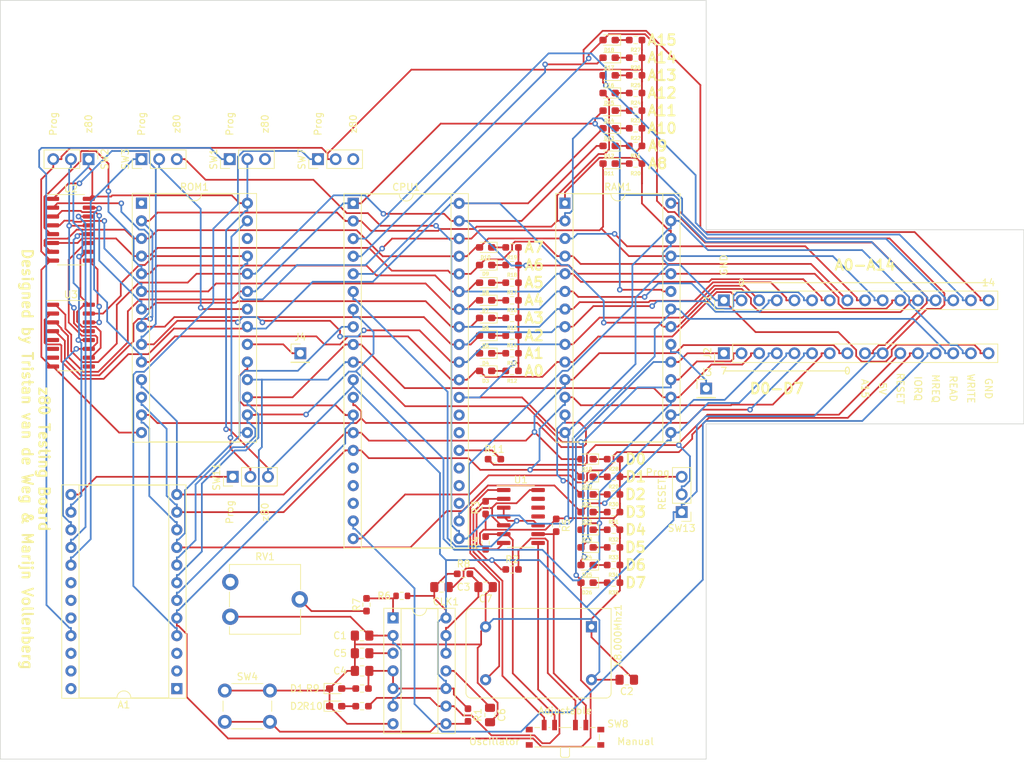
<source format=kicad_pcb>
(kicad_pcb (version 20211014) (generator pcbnew)
  (layers (0 "F.Cu" signal) (31 "B.Cu" signal) (34 "B.Paste" user) (35 "F.Paste" user) (36 "B.SilkS" user "B.Silkscreen") (37 "F.SilkS" user "F.Silkscreen") (38 "B.Mask" user) (39 "F.Mask" user) (44 "Edge.Cuts" user))
  (net 0 "")
  (net 4 "GND")
  (net 5 "Net-(C1-Pad1)")
  (net 6 "+5V")
  (net 7 "Net-(C5-Pad1)")
  (net 8 "Net-(C6-Pad1)")
  (net 9 "Net-(C7-Pad2)")
  (net 10 "/A11")
  (net 11 "/A12")
  (net 12 "/A13")
  (net 13 "/A14")
  (net 14 "Clock")
  (net 15 "/INT")
  (net 16 "/NMI")
  (net 17 "/A15")
  (net 18 "/MREQ")
  (net 19 "/IORQ")
  (net 21 "/HALT")
  (net 23 "Net-(CPU1-Pad26)")
  (net 24 "/RD")
  (net 25 "/WR")
  (net 26 "/WAIT")
  (net 27 "/M1")
  (net 28 "/RFSH")
  (net 29 "/A4")
  (net 30 "/A5")
  (net 31 "/A6")
  (net 32 "/A7")
  (net 33 "/RST")
  (net 34 "/A8")
  (net 35 "/A9")
  (net 36 "/A10")
  (net 37 "/D4")
  (net 38 "/D3")
  (net 39 "/D5")
  (net 40 "/D6")
  (net 41 "Net-(CLK1-Pad1)")
  (net 42 "Net-(CLK1-Pad8)")
  (net 43 "/ManClk")
  (net 44 "/FstClk")
  (net 45 "/D2")
  (net 46 "Net-(D1-Pad2)")
  (net 47 "Net-(D2-Pad2)")
  (net 48 "Net-(D3-Pad1)")
  (net 49 "Net-(D4-Pad1)")
  (net 50 "Net-(D5-Pad1)")
  (net 51 "Net-(D6-Pad1)")
  (net 52 "Net-(D7-Pad1)")
  (net 53 "Net-(D8-Pad1)")
  (net 54 "Net-(D9-Pad1)")
  (net 55 "Net-(D10-Pad1)")
  (net 56 "Net-(D11-Pad1)")
  (net 57 "Net-(D12-Pad1)")
  (net 58 "Net-(D13-Pad1)")
  (net 59 "Net-(D14-Pad1)")
  (net 60 "Net-(D15-Pad1)")
  (net 61 "Net-(D16-Pad1)")
  (net 62 "Net-(D17-Pad1)")
  (net 63 "Net-(D18-Pad1)")
  (net 64 "Net-(D19-Pad1)")
  (net 65 "Net-(D20-Pad1)")
  (net 66 "Net-(D21-Pad1)")
  (net 67 "Net-(D22-Pad1)")
  (net 68 "Net-(D23-Pad1)")
  (net 69 "Net-(D24-Pad1)")
  (net 70 "Net-(D25-Pad1)")
  (net 71 "Net-(D26-Pad1)")
  (net 72 "Net-(R2-Pad2)")
  (net 73 "Net-(R5-Pad2)")
  (net 74 "/D7")
  (net 75 "Net-(U2-Pad9)")
  (net 80 "/D0")
  (net 81 "/D1")
  (net 82 "/RAM1-CS")
  (net 83 "/ROM1-CS")
  (net 84 "/A0")
  (net 85 "/A1")
  (net 86 "/A2")
  (net 87 "/A3")
  (net 88 "Net-(R3-Pad2)")
  (net 89 "Net-(R4-Pad2)")
  (net 90 "Net-(R7-Pad1)")
  (net 92 "Net-(SW2-Pad2)")
  (net 93 "PRD")
  (net 94 "PWR")
  (net 98 "Net-(A1-Pad21)")
  (net 102 "Net-(A1-Pad17)")
  (net 103 "Net-(A1-Pad16)")
  (net 104 "Net-(A1-Pad15)")
  (net 105 "Net-(A1-Pad14)")
  (net 106 "Net-(A1-Pad13)")
  (net 107 "Net-(A1-Pad4)")
  (footprint "Resistor_SMD:R_0603_1608Metric_Pad0.98x0.95mm_HandSolder" (layer "F.Cu") (at 133.985 109.855 90)
    (fp_text reference "R7")
    (fp_text value "1K")
  )
  (footprint "Potentiometer_THT:Potentiometer_ACP_CA9-V10_Vertical" (layer "F.Cu") (at 114.38 111.585)
    (fp_text reference "RV1")
    (fp_text value "1M")
  )
  (footprint "Capacitor_SMD:C_0805_2012Metric_Pad1.18x1.45mm_HandSolder" (layer "F.Cu") (at 151.13 107.315 180)
    (fp_text reference "C7")
    (fp_text value "0.1uF")
  )
  (footprint "LED_SMD:LED_0603_1608Metric_Pad1.05x0.95mm_HandSolder" (layer "F.Cu") (at 168.91 36.195 180)
    (fp_text reference "D15")
    (fp_text value "LED_Small")
  )
  (footprint "LED_SMD:LED_0603_1608Metric_Pad1.05x0.95mm_HandSolder" (layer "F.Cu") (at 165.735 99.06 180)
    (fp_text reference "D23")
    (fp_text value "LED_Small")
  )
  (footprint "LED_SMD:LED_0603_1608Metric_Pad1.05x0.95mm_HandSolder" (layer "F.Cu") (at 165.735 93.98 180)
    (fp_text reference "D21")
    (fp_text value "LED_Small")
  )
  (footprint "Package_DIP:DIP-24_W15.24mm_Socket" (layer "F.Cu") (at 106.685 121.93 180)
    (fp_text reference "A1")
    (fp_text value "32U4 Arduino")
  )
  (footprint "LED_SMD:LED_0603_1608Metric_Pad1.05x0.95mm_HandSolder" (layer "F.Cu") (at 151.13 71.12 180)
    (fp_text reference "D5")
    (fp_text value "LED_Small")
  )
  (footprint "Resistor_SMD:R_0603_1608Metric_Pad0.98x0.95mm_HandSolder" (layer "F.Cu") (at 169.545 99.06 180)
    (fp_text reference "R32")
    (fp_text value "1K")
  )
  (footprint "Resistor_SMD:R_0603_1608Metric_Pad0.98x0.95mm_HandSolder" (layer "F.Cu") (at 154.94 71.12 180)
    (fp_text reference "R14")
    (fp_text value "1K")
  )
  (footprint "Resistor_SMD:R_0603_1608Metric_Pad0.98x0.95mm_HandSolder" (layer "F.Cu") (at 133.35 121.92)
    (fp_text reference "R9")
    (fp_text value "10K")
  )
  (footprint "LED_SMD:LED_0603_1608Metric_Pad1.05x0.95mm_HandSolder" (layer "F.Cu") (at 165.735 91.44 180)
    (fp_text reference "D20")
    (fp_text value "LED_Small")
  )
  (footprint "Resistor_SMD:R_0603_1608Metric_Pad0.98x0.95mm_HandSolder" (layer "F.Cu") (at 161.29 98.425 -90)
    (fp_text reference "R5")
    (fp_text value "10K")
  )
  (footprint "Package_DIP:DIP-40_W15.24mm_Socket" (layer "F.Cu") (at 132.075 52.075)
    (fp_text reference "CPU1")
    (fp_text value "Z84C0010PEG")
  )
  (footprint "Resistor_SMD:R_0603_1608Metric_Pad0.98x0.95mm_HandSolder" (layer "F.Cu") (at 172.72 38.735 180)
    (fp_text reference "R23")
    (fp_text value "1K")
  )
  (footprint "LED_SMD:LED_0603_1608Metric_Pad1.05x0.95mm_HandSolder" (layer "F.Cu") (at 165.735 88.9 180)
    (fp_text reference "D19")
    (fp_text value "LED_Small")
  )
  (footprint "Resistor_SMD:R_0603_1608Metric_Pad0.98x0.95mm_HandSolder" (layer "F.Cu") (at 154.94 58.42 180)
    (fp_text reference "R19")
    (fp_text value "1K")
  )
  (footprint "LED_SMD:LED_0603_1608Metric_Pad1.05x0.95mm_HandSolder" (layer "F.Cu") (at 168.91 33.655 180)
    (fp_text reference "D16")
    (fp_text value "LED_Small")
  )
  (footprint "LED_SMD:LED_0603_1608Metric_Pad1.05x0.95mm_HandSolder" (layer "F.Cu") (at 151.13 68.58 180)
    (fp_text reference "D6")
    (fp_text value "LED_Small")
  )
  (footprint "LED_SMD:LED_0603_1608Metric_Pad1.05x0.95mm_HandSolder" (layer "F.Cu") (at 151.13 63.5 180)
    (fp_text reference "D8")
    (fp_text value "LED_Small")
  )
  (footprint "Connector_PinHeader_2.54mm:PinHeader_1x03_P2.54mm_Vertical" (layer "F.Cu") (at 101.6 45.72 90)
    (fp_text reference "SW3")
    (fp_text value "SW_SPDT")
  )
  (footprint "LED_SMD:LED_0603_1608Metric_Pad1.05x0.95mm_HandSolder" (layer "F.Cu") (at 165.735 96.52 180)
    (fp_text reference "D22")
    (fp_text value "LED_Small")
  )
  (footprint "Resistor_SMD:R_0603_1608Metric_Pad0.98x0.95mm_HandSolder" (layer "F.Cu") (at 152.4 88.9)
    (fp_text reference "R11")
    (fp_text value "1K")
  )
  (footprint "Capacitor_SMD:C_0805_2012Metric_Pad1.18x1.45mm_HandSolder" (layer "F.Cu") (at 133.35 116.84 180)
    (fp_text reference "C5")
    (fp_text value "0.1uF")
  )
  (footprint "Resistor_SMD:R_0603_1608Metric_Pad0.98x0.95mm_HandSolder" (layer "F.Cu") (at 172.72 31.115 180)
    (fp_text reference "R26")
    (fp_text value "1K")
  )
  (footprint "Connector_PinHeader_2.54mm:PinHeader_1x03_P2.54mm_Vertical" (layer "F.Cu") (at 114.3 45.72 90)
    (fp_text reference "SW1")
    (fp_text value "SW_SPST")
  )
  (footprint "Package_DIP:DIP-28_W15.24mm_Socket" (layer "F.Cu") (at 162.555 52.055)
    (fp_text reference "RAM1")
    (fp_text value "HM62256BLP")
  )
  (footprint "LED_SMD:LED_0603_1608Metric_Pad1.05x0.95mm_HandSolder" (layer "F.Cu") (at 151.13 60.96 180)
    (fp_text reference "D9")
    (fp_text value "LED_Small")
  )
  (footprint "Resistor_SMD:R_0603_1608Metric_Pad0.98x0.95mm_HandSolder" (layer "F.Cu") (at 169.545 101.6 180)
    (fp_text reference "R33")
    (fp_text value "1K")
  )
  (footprint "Resistor_SMD:R_0603_1608Metric_Pad0.98x0.95mm_HandSolder" (layer "F.Cu") (at 133.35 124.46 180)
    (fp_text reference "R10")
    (fp_text value "10K")
  )
  (footprint "Button_Switch_THT:SW_PUSH_6mm" (layer "F.Cu") (at 113.59 122.21)
    (fp_text reference "SW4")
    (fp_text value "SW_Push")
  )
  (footprint "LED_SMD:LED_0603_1608Metric_Pad1.05x0.95mm_HandSolder" (layer "F.Cu") (at 168.91 28.575 180)
    (fp_text reference "D18")
    (fp_text value "LED_Small")
  )
  (footprint "Resistor_SMD:R_0603_1608Metric_Pad0.98x0.95mm_HandSolder" (layer "F.Cu") (at 154.94 68.58 180)
    (fp_text reference "R15")
    (fp_text value "1K")
  )
  (footprint "Package_DIP:DIP-28_W15.24mm_Socket" (layer "F.Cu") (at 101.595 52.055)
    (fp_text reference "ROM1")
    (fp_text value "AT28C64B-15SU")
  )
  (footprint "LED_SMD:LED_0603_1608Metric_Pad1.05x0.95mm_HandSolder" (layer "F.Cu") (at 165.735 106.68 180)
    (fp_text reference "D26")
    (fp_text value "LED_Small")
  )
  (footprint "Resistor_SMD:R_0603_1608Metric_Pad0.98x0.95mm_HandSolder" (layer "F.Cu") (at 169.545 96.52 180)
    (fp_text reference "R31")
    (fp_text value "1K")
  )
  (footprint "Connector_PinHeader_2.54mm:PinHeader_1x03_P2.54mm_Vertical" (layer "F.Cu") (at 93.98 45.72 -90)
    (fp_text reference "SW2")
    (fp_text value "SW_SPDT")
  )
  (footprint "Capacitor_SMD:C_0805_2012Metric_Pad1.18x1.45mm_HandSolder" (layer "F.Cu") (at 133.35 119.38)
    (fp_text reference "C4")
    (fp_text value "0.1uF")
  )
  (footprint "Resistor_SMD:R_0603_1608Metric" (layer "F.Cu") (at 139.065 108.585 180)
    (fp_text reference "R6")
    (fp_text value "1K")
  )
  (footprint "Resistor_SMD:R_0603_1608Metric_Pad0.98x0.95mm_HandSolder" (layer "F.Cu") (at 151.13 100.965 90)
    (fp_text reference "R4")
    (fp_text value "10K")
  )
  (footprint "LED_SMD:LED_0603_1608Metric_Pad1.05x0.95mm_HandSolder" (layer "F.Cu") (at 129.54 121.92)
    (fp_text reference "D1")
    (fp_text value "LED")
  )
  (footprint "Resistor_SMD:R_0603_1608Metric_Pad0.98x0.95mm_HandSolder" (layer "F.Cu") (at 154.94 76.2 180)
    (fp_text reference "R12")
    (fp_text value "1K")
  )
  (footprint "Connector_PinHeader_2.54mm:PinHeader_1x16_P2.54mm_Vertical" (layer "F.Cu") (at 185.42 73.66 90)
    (fp_text reference "J2")
    (fp_text value "Conn_01x16")
  )
  (footprint "Connector_PinHeader_2.54mm:PinHeader_1x16_P2.54mm_Vertical" (layer "F.Cu") (at 185.42 66.04 90)
    (fp_text reference "J1")
    (fp_text value "Conn_01x16")
  )
  (footprint "Resistor_SMD:R_0603_1608Metric_Pad0.98x0.95mm_HandSolder" (layer "F.Cu") (at 154.94 60.96 180)
    (fp_text reference "R18")
    (fp_text value "1K")
  )
  (footprint "Resistor_SMD:R_0603_1608Metric_Pad0.98x0.95mm_HandSolder" (layer "F.Cu") (at 154.94 66.04 180)
    (fp_text reference "R16")
    (fp_text value "1K")
  )
  (footprint "LED_SMD:LED_0603_1608Metric_Pad1.05x0.95mm_HandSolder" (layer "F.Cu") (at 168.91 46.355 180)
    (fp_text reference "D11")
    (fp_text value "LED_Small")
  )
  (footprint "Resistor_SMD:R_0603_1608Metric_Pad0.98x0.95mm_HandSolder" (layer "F.Cu") (at 172.72 43.815 180)
    (fp_text reference "R21")
    (fp_text value "1K")
  )
  (footprint "Resistor_SMD:R_0603_1608Metric_Pad0.98x0.95mm_HandSolder" (layer "F.Cu") (at 148.59 125.73 -90)
    (fp_text reference "R1")
    (fp_text value "1K")
  )
  (footprint "Package_DIP:DIP-14_W7.62mm_Socket" (layer "F.Cu") (at 137.805 111.755)
    (fp_text reference "CLK1")
    (fp_text value "NE556")
  )
  (footprint "Resistor_SMD:R_0603_1608Metric_Pad0.98x0.95mm_HandSolder" (layer "F.Cu") (at 169.545 88.9 180)
    (fp_text reference "R28")
    (fp_text value "1K")
  )
  (footprint "Resistor_SMD:R_0603_1608Metric_Pad0.98x0.95mm_HandSolder" (layer "F.Cu") (at 169.545 104.14 180)
    (fp_text reference "R34")
    (fp_text value "1K")
  )
  (footprint "LED_SMD:LED_0603_1608Metric_Pad1.05x0.95mm_HandSolder" (layer "F.Cu") (at 151.13 58.42 180)
    (fp_text reference "D10")
    (fp_text value "LED_Small")
  )
  (footprint "Resistor_SMD:R_0603_1608Metric_Pad0.98x0.95mm_HandSolder" (layer "F.Cu") (at 172.72 46.355 180)
    (fp_text reference "R20")
    (fp_text value "1K")
  )
  (footprint "LED_SMD:LED_0603_1608Metric_Pad1.05x0.95mm_HandSolder" (layer "F.Cu") (at 165.735 104.14 180)
    (fp_text reference "D25")
    (fp_text value "LED_Small")
  )
  (footprint "Resistor_SMD:R_0603_1608Metric_Pad0.98x0.95mm_HandSolder" (layer "F.Cu") (at 172.72 36.195 180)
    (fp_text reference "R24")
    (fp_text value "1K")
  )
  (footprint "LED_SMD:LED_0603_1608Metric_Pad1.05x0.95mm_HandSolder" (layer "F.Cu") (at 168.91 38.735 180)
    (fp_text reference "D14")
    (fp_text value "LED_Small")
  )
  (footprint "LED_SMD:LED_0603_1608Metric_Pad1.05x0.95mm_HandSolder" (layer "F.Cu") (at 168.91 41.275 180)
    (fp_text reference "D13")
    (fp_text value "LED_Small")
  )
  (footprint "LED_SMD:LED_0603_1608Metric_Pad1.05x0.95mm_HandSolder" (layer "F.Cu") (at 129.54 124.46)
    (fp_text reference "D2")
    (fp_text value "LED")
  )
  (footprint "Capacitor_SMD:C_0805_2012Metric_Pad1.18x1.45mm_HandSolder" (layer "F.Cu") (at 171.45 120.65 180)
    (fp_text reference "C2")
    (fp_text value "0.1uF")
  )
  (footprint "Resistor_SMD:R_0603_1608Metric_Pad0.98x0.95mm_HandSolder" (layer "F.Cu") (at 154.94 73.66 180)
    (fp_text reference "R13")
    (fp_text value "1K")
  )
  (footprint "Resistor_SMD:R_0603_1608Metric_Pad0.98x0.95mm_HandSolder" (layer "F.Cu") (at 154.94 104.775)
    (fp_text reference "R2")
    (fp_text value "1K")
  )
  (footprint "Package_SO:SO-16_3.9x9.9mm_P1.27mm" (layer "F.Cu") (at 91.44 55.88)
    (fp_text reference "U2")
    (fp_text value "74HC595")
  )
  (footprint "Resistor_SMD:R_0603_1608Metric_Pad0.98x0.95mm_HandSolder" (layer "F.Cu") (at 147.955 105.41)
    (fp_text reference "R8")
    (fp_text value "2M")
  )
  (footprint "LED_SMD:LED_0603_1608Metric_Pad1.05x0.95mm_HandSolder" (layer "F.Cu") (at 151.13 73.66 180)
    (fp_text reference "D4")
    (fp_text value "LED_Small")
  )
  (footprint "Connector_PinHeader_2.54mm:PinHeader_1x03_P2.54mm_Vertical" (layer "F.Cu") (at 114.73 91.44 90)
    (fp_text reference "SW11")
    (fp_text value "SW_SPDT")
  )
  (footprint "Resistor_SMD:R_0603_1608Metric_Pad0.98x0.95mm_HandSolder" (layer "F.Cu") (at 172.72 41.275 180)
    (fp_text reference "R22")
    (fp_text value "1K")
  )
  (footprint "Resistor_SMD:R_0603_1608Metric_Pad0.98x0.95mm_HandSolder" (layer "F.Cu") (at 172.72 28.575 180)
    (fp_text reference "R27")
    (fp_text value "1K")
  )
  (footprint "Resistor_SMD:R_0603_1608Metric_Pad0.98x0.95mm_HandSolder" (layer "F.Cu") (at 154.94 63.5 180)
    (fp_text reference "R17")
    (fp_text value "1K")
  )
  (footprint "Connector_PinHeader_2.54mm:PinHeader_1x01_P2.54mm_Vertical" (layer "F.Cu") (at 124.46 73.66)
    (fp_text reference "J4")
    (fp_text value "Conn_01x01")
  )
  (footprint "Connector_PinHeader_2.54mm:PinHeader_1x01_P2.54mm_Vertical" (layer "F.Cu") (at 182.88 78.74)
    (fp_text reference "J3")
    (fp_text value "Conn_01x01")
  )
  (footprint "Button_Switch_SMD:SW_SP3T_PCM13" (layer "F.Cu") (at 162.56 128.605)
    (fp_text reference "SW8")
    (fp_text value "SW_SP3T")
  )
  (footprint "Resistor_SMD:R_0603_1608Metric_Pad0.98x0.95mm_HandSolder" (layer "F.Cu") (at 169.545 106.68 180)
    (fp_text reference "R35")
    (fp_text value "1K")
  )
  (footprint "Capacitor_SMD:C_0805_2012Metric_Pad1.18x1.45mm_HandSolder" (layer "F.Cu") (at 144.78 107.315 180)
    (fp_text reference "C3")
    (fp_text value "0.1uF")
  )
  (footprint "Package_SO:SO-16_3.9x9.9mm_P1.27mm" (layer "F.Cu") (at 91.44 71.12)
    (fp_text reference "U3")
    (fp_text value "74HC595")
  )
  (footprint "Resistor_SMD:R_0603_1608Metric_Pad0.98x0.95mm_HandSolder" (layer "F.Cu") (at 169.545 91.44 180)
    (fp_text reference "R29")
    (fp_text value "1K")
  )
  (footprint "Oscillator:Oscillator_DIP-14" (layer "F.Cu") (at 166.37 113.03 180)
    (fp_text reference "X8.000Mhz1")
    (fp_text value "TFT680")
  )
  (footprint "Capacitor_SMD:C_0805_2012Metric_Pad1.18x1.45mm_HandSolder" (layer "F.Cu") (at 133.35 114.3 180)
    (fp_text reference "C1")
    (fp_text value "1uF")
  )
  (footprint "LED_SMD:LED_0603_1608Metric_Pad1.05x0.95mm_HandSolder" (layer "F.Cu") (at 168.91 31.115 180)
    (fp_text reference "D17")
    (fp_text value "LED_Small")
  )
  (footprint "LED_SMD:LED_0603_1608Metric_Pad1.05x0.95mm_HandSolder" (layer "F.Cu") (at 151.13 66.04 180)
    (fp_text reference "D7")
    (fp_text value "LED_Small")
  )
  (footprint "Capacitor_SMD:C_0805_2012Metric_Pad1.18x1.45mm_HandSolder" (layer "F.Cu") (at 151.765 125.73 -90)
    (fp_text reference "C6")
    (fp_text value "0.1uF")
  )
  (footprint "Resistor_SMD:R_0603_1608Metric_Pad0.98x0.95mm_HandSolder" (layer "F.Cu") (at 172.72 33.655 180)
    (fp_text reference "R25")
    (fp_text value "1K")
  )
  (footprint "LED_SMD:LED_0603_1608Metric_Pad1.05x0.95mm_HandSolder" (layer "F.Cu") (at 168.91 43.815 180)
    (fp_text reference "D12")
    (fp_text value "LED_Small")
  )
  (footprint "Package_SO:SO-14_3.9x8.65mm_P1.27mm" (layer "F.Cu") (at 156.21 97.155)
    (fp_text reference "U1")
    (fp_text value "4081")
  )
  (footprint "Resistor_SMD:R_0603_1608Metric_Pad0.98x0.95mm_HandSolder" (layer "F.Cu") (at 169.545 93.98 180)
    (fp_text reference "R30")
    (fp_text value "1K")
  )
  (footprint "LED_SMD:LED_0603_1608Metric_Pad1.05x0.95mm_HandSolder" (layer "F.Cu") (at 151.13 76.2 180)
    (fp_text reference "D3")
    (fp_text value "LED_Small")
  )
  (footprint "LED_SMD:LED_0603_1608Metric_Pad1.05x0.95mm_HandSolder" (layer "F.Cu") (at 165.735 101.6 180)
    (fp_text reference "D24")
    (fp_text value "LED_Small")
  )
  (footprint "Connector_PinHeader_2.54mm:PinHeader_1x03_P2.54mm_Vertical" (layer "F.Cu") (at 127 45.72 90)
    (fp_text reference "SW7")
    (fp_text value "SW_SPST")
  )
  (footprint "Connector_PinHeader_2.54mm:PinHeader_1x03_P2.54mm_Vertical" (layer "F.Cu") (at 179.355 96.52 180)
    (fp_text reference "SW13")
    (fp_text value "SW_DPDT_x2")
  )
  (footprint "Resistor_SMD:R_0603_1608Metric_Pad0.98x0.95mm_HandSolder" (layer "F.Cu") (at 151.13 95.885 90)
    (fp_text reference "R3")
    (fp_text value "10K")
  )
  (gr_line (start 187.96 63.5) (end 223.52 63.5) (layer "F.SilkS") (width 0.15))
  (gr_line (start 203.2 76.2) (end 185.42 76.2) (layer "F.SilkS") (width 0.15))
  (gr_poly (pts (xy 182.88 55.88) (xy 228.6 55.88) (xy 228.6 83.82) (xy 182.88 83.82) (xy 182.88 132.08) (xy 81.28 132.08) (xy 81.28 22.86) (xy 182.88 22.86)) (layer "Edge.Cuts") (width 0.1) (fill none))
  (gr_text "A6" (at 158.115 60.96) (layer "F.SilkS") (effects (font (size 1.5 1.5) (thickness 0.3))))
  (gr_text "z80" (at 106.68 40.64 90) (layer "F.SilkS") (effects (font (size 1 1))))
  (gr_text "A3" (at 158.115 68.58) (layer "F.SilkS") (effects (font (size 1.5 1.5) (thickness 0.3))))
  (gr_text "A9" (at 175.895 43.815) (layer "F.SilkS") (effects (font (size 1.5 1.5) (thickness 0.3))))
  (gr_text "A1" (at 158.115 73.66) (layer "F.SilkS") (effects (font (size 1.5 1.5) (thickness 0.3))))
  (gr_text "D3" (at 172.72 96.52) (layer "F.SilkS") (effects (font (size 1.5 1.5) (thickness 0.3))))
  (gr_text "Prog" (at 127 40.64 90) (layer "F.SilkS") (effects (font (size 1 1))))
  (gr_text "GND" (at 223.52 78.74 270) (layer "F.SilkS") (effects (font (size 1 1))))
  (gr_text "14" (at 223.52 63.5) (layer "F.SilkS") (effects (font (size 1 1))))
  (gr_text "Prog" (at 101.6 40.64 90) (layer "F.SilkS") (effects (font (size 1 1))))
  (gr_text "z80" (at 119.38 40.64 90) (layer "F.SilkS") (effects (font (size 1 1))))
  (gr_text "z80 Testing Board\nDesigned by Tristan van de Weg & Marijn Vollenberg" (at 86.36 88.9 270) (layer "F.SilkS") (effects (font (size 1.5 1.5) (thickness 0.3))))
  (gr_text "Prog" (at 114.3 40.64 90) (layer "F.SilkS") (effects (font (size 1 1))))
  (gr_text "A15" (at 176.53 28.575) (layer "F.SilkS") (effects (font (size 1.5 1.5) (thickness 0.3))))
  (gr_text "A12" (at 176.53 36.195) (layer "F.SilkS") (effects (font (size 1.5 1.5) (thickness 0.3))))
  (gr_text "RESET" (at 176.53 93.98 90) (layer "F.SilkS") (effects (font (size 1 1))))
  (gr_text "D6" (at 172.72 104.14) (layer "F.SilkS") (effects (font (size 1.5 1.5) (thickness 0.3))))
  (gr_text "7\n" (at 185.42 76.2) (layer "F.SilkS") (effects (font (size 1 1))))
  (gr_text "z80" (at 93.98 40.64 90) (layer "F.SilkS") (effects (font (size 1 1))))
  (gr_text "D2" (at 172.692724 93.98) (layer "F.SilkS") (effects (font (size 1.5 1.5) (thickness 0.3))))
  (gr_text "0" (at 187.96 63.5) (layer "F.SilkS") (effects (font (size 1 1))))
  (gr_text "A8" (at 175.895 46.355) (layer "F.SilkS") (effects (font (size 1.5 1.5) (thickness 0.3))))
  (gr_text "Prog" (at 114.3 96.52 90) (layer "F.SilkS") (effects (font (size 1 1))))
  (gr_text "MREQ" (at 215.9 78.74 270) (layer "F.SilkS") (effects (font (size 1 1))))
  (gr_text "z80" (at 132.08 40.64 90) (layer "F.SilkS") (effects (font (size 1 1))))
  (gr_text "A0\n" (at 158.115 76.2) (layer "F.SilkS") (effects (font (size 1.5 1.5) (thickness 0.3))))
  (gr_text "RESET" (at 210.82 78.74 270) (layer "F.SilkS") (effects (font (size 1 1))))
  (gr_text "A2" (at 158.115 71.12) (layer "F.SilkS") (effects (font (size 1.5 1.5) (thickness 0.3))))
  (gr_text "A15" (at 205.74 78.74 270) (layer "F.SilkS") (effects (font (size 1 1))))
  (gr_text "A5" (at 158.091222 63.481098) (layer "F.SilkS") (effects (font (size 1.5 1.5) (thickness 0.3))))
  (gr_text "A14" (at 176.526371 31.115) (layer "F.SilkS") (effects (font (size 1.5 1.5) (thickness 0.3))))
  (gr_text "0" (at 203.2 76.2) (layer "F.SilkS") (effects (font (size 1 1))))
  (gr_text "Prog" (at 88.9 40.64 90) (layer "F.SilkS") (effects (font (size 1 1))))
  (gr_text "D7" (at 172.72 106.68) (layer "F.SilkS") (effects (font (size 1.5 1.5) (thickness 0.3))))
  (gr_text "WRITE" (at 220.98 78.74 270) (layer "F.SilkS") (effects (font (size 1 1))))
  (gr_text "D5" (at 172.690402 101.6) (layer "F.SilkS") (effects (font (size 1.5 1.5) (thickness 0.3))))
  (gr_text "IORQ" (at 213.36 78.74 270) (layer "F.SilkS") (effects (font (size 1 1))))
  (gr_text "Manual" (at 172.72 129.54) (layer "F.SilkS") (effects (font (size 1 1))))
  (gr_text "D1" (at 172.72 91.44) (layer "F.SilkS") (effects (font (size 1.5 1.5) (thickness 0.3))))
  (gr_text "A10" (at 176.53 41.275) (layer "F.SilkS") (effects (font (size 1.5 1.5) (thickness 0.3))))
  (gr_text "A4" (at 158.091222 66.017897) (layer "F.SilkS") (effects (font (size 1.5 1.5) (thickness 0.3))))
  (gr_text "Prog" (at 175.895 90.805) (layer "F.SilkS") (effects (font (size 1 1))))
  (gr_text "A7" (at 158.115 58.42) (layer "F.SilkS") (effects (font (size 1.5 1.5) (thickness 0.3))))
  (gr_text "Adjustable" (at 162.56 125.095) (layer "F.SilkS") (effects (font (size 1 1))))
  (gr_text "READ" (at 218.44 78.74 270) (layer "F.SilkS") (effects (font (size 1 1))))
  (gr_text "Oscillator" (at 152.4 129.54) (layer "F.SilkS") (effects (font (size 1 1))))
  (gr_text "z80" (at 119.38 96.52 90) (layer "F.SilkS") (effects (font (size 1 1))))
  (gr_text "A13" (at 176.53 33.655) (layer "F.SilkS") (effects (font (size 1.5 1.5) (thickness 0.3))))
  (gr_text "A0-A14" (at 205.74 60.96) (layer "F.SilkS") (effects (font (size 1.5 1.5) (thickness 0.3))))
  (gr_text "A11" (at 176.53 38.735) (layer "F.SilkS") (effects (font (size 1.5 1.5) (thickness 0.3))))
  (gr_text "D0-D7" (at 193.04 78.74) (layer "F.SilkS") (effects (font (size 1.5 1.5) (thickness 0.3))))
  (gr_text "GND" (at 185.42 60.96 90) (layer "F.SilkS") (effects (font (size 1 1))))
  (gr_text "D4" (at 172.72 99.06) (layer "F.SilkS") (effects (font (size 1.5 1.5) (thickness 0.3))))
  (gr_text "5V" (at 208.28 78.74 270) (layer "F.SilkS") (effects (font (size 1 1))))
  (gr_text "D0" (at 172.72 88.9) (layer "F.SilkS") (effects (font (size 1.5 1.5) (thickness 0.3))))
  (segment (start 162.555 85.075) (end 161.43 85.075) (width 0.25) (layer "F.Cu") (net 4))
  (segment (start 149.443 104.591) (end 148.366 104.591) (width 0.25) (layer "F.Cu") (net 4))
  (segment (start 132.312 116.205) (end 132.312 115.57) (width 0.25) (layer "F.Cu") (net 4))
  (segment (start 170.458 90.8055) (end 170.458 90.805) (width 0.25) (layer "F.Cu") (net 4))
  (segment (start 166.37 111.905) (end 170.458 107.817) (width 0.25) (layer "F.Cu") (net 4))
  (segment (start 162.555 50.4827) (end 162.555 52.055) (width 0.25) (layer "F.Cu") (net 4))
  (segment (start 132.312 116.84) (end 132.312 116.205) (width 0.25) (layer "F.Cu") (net 4))
  (segment (start 173.632 49.2242) (end 173.632 49.2237) (width 0.25) (layer "F.Cu") (net 4))
  (segment (start 151.13 96.7975) (end 151.13 99.06) (width 0.25) (layer "F.Cu") (net 4))
  (segment (start 173.632 49.2242) (end 173.632 49.2237) (width 0.25) (layer "F.Cu") (net 4))
  (segment (start 128.365 44.9121) (end 127.543 44.0901) (width 0.25) (layer "F.Cu") (net 4))
  (segment (start 170.4575 100.2825) (end 170.4575 99.06) (width 0.25) (layer "F.Cu") (net 4))
  (segment (start 173.632 31.115) (end 173.632 29.9956) (width 0.25) (layer "F.Cu") (net 4))
  (segment (start 177.549 56.0099) (end 173.632 52.0935) (width 0.25) (layer "F.Cu") (net 4))
  (segment (start 201.894 70.6132) (end 189.993 70.6132) (width 0.25) (layer "F.Cu") (net 4))
  (segment (start 170.458 101.553) (end 170.458 101.506) (width 0.25) (layer "F.Cu") (net 4))
  (segment (start 170.458 104.14) (end 170.458 103.727) (width 0.25) (layer "F.Cu") (net 4))
  (segment (start 131.758 119.38) (end 132.035 119.38) (width 0.25) (layer "F.Cu") (net 4))
  (segment (start 173.632 41.275) (end 173.632 38.7545) (width 0.25) (layer "F.Cu") (net 4))
  (segment (start 155.852 66.3147) (end 155.852 66.3142) (width 0.25) (layer "F.Cu") (net 4))
  (segment (start 149.987 121.098) (end 152.854 123.965) (width 0.25) (layer "F.Cu") (net 4))
  (segment (start 173.632 34.5513) (end 173.632 33.655) (width 0.25) (layer "F.Cu") (net 4))
  (segment (start 170.458 101.6) (end 170.458 101.553) (width 0.25) (layer "F.Cu") (net 4))
  (segment (start 155.852 67.4473) (end 155.8525 67.4478) (width 0.25) (layer "F.Cu") (net 4))
  (segment (start 155.852 68.5936) (end 155.852 68.58) (width 0.25) (layer "F.Cu") (net 4))
  (segment (start 170.458 99.0598) (end 170.458 99.06) (width 0.25) (layer "F.Cu") (net 4))
  (segment (start 155.852 64.0354) (end 155.852 64.0349) (width 0.25) (layer "F.Cu") (net 4))
  (segment (start 173.632 52.0935) (end 173.632 49.2242) (width 0.25) (layer "F.Cu") (net 4))
  (segment (start 87.1613 58.9851) (end 88.5012 60.325) (width 0.25) (layer "F.Cu") (net 4))
  (segment (start 155.852 70.7637) (end 155.852 70.9418) (width 0.25) (layer "F.Cu") (net 4))
  (segment (start 189.993 70.6132) (end 185.42 66.04) (width 0.25) (layer "F.Cu") (net 4))
  (segment (start 173.632 36.2672) (end 173.632 36.2667) (width 0.25) (layer "F.Cu") (net 4))
  (segment (start 166.37 113.03) (end 166.37 114.532) (width 0.25) (layer "F.Cu") (net 4))
  (segment (start 173.632 36.2667) (end 173.632 36.195) (width 0.25) (layer "F.Cu") (net 4))
  (segment (start 221.478 72.428) (end 210.311 72.428) (width 0.25) (layer "F.Cu") (net 4))
  (segment (start 131.758 119.38) (end 132.035 119.38) (width 0.25) (layer "F.Cu") (net 4))
  (segment (start 152.1678 107.3152) (end 152.168 107.315) (width 0.25) (layer "F.Cu") (net 4))
  (segment (start 155.852 70.7632) (end 155.852 68.5941) (width 0.25) (layer "F.Cu") (net 4))
  (segment (start 172.805 44.6425) (end 173.218 44.2287) (width 0.25) (layer "F.Cu") (net 4))
  (segment (start 173.632 33.2457) (end 173.6325 33.2462) (width 0.25) (layer "F.Cu") (net 4))
  (segment (start 151.7653 126.7677) (end 151.765 126.768) (width 0.25) (layer "F.Cu") (net 4))
  (segment (start 173.632 37.5011) (end 173.632 36.2672) (width 0.25) (layer "F.Cu") (net 4))
  (segment (start 150.32 99.5663) (end 150.32 101.067) (width 0.25) (layer "F.Cu") (net 4))
  (segment (start 173.632 41.2842) (end 173.632 41.275) (width 0.25) (layer "F.Cu") (net 4))
  (segment (start 173.632 31.4158) (end 173.632 31.2654) (width 0.25) (layer "F.Cu") (net 4))
  (segment (start 173.632 28.5755) (end 173.632 29.9956) (width 0.25) (layer "F.Cu") (net 4))
  (segment (start 155.852 70.7637) (end 155.852 70.7632) (width 0.25) (layer "F.Cu") (net 4))
  (segment (start 155.852 64.0349) (end 155.852 63.5) (width 0.25) (layer "F.Cu") (net 4))
  (segment (start 170.458 101.553) (end 170.458 101.6) (width 0.25) (layer "F.Cu") (net 4))
  (segment (start 173.632 49.2237) (end 173.632 46.355) (width 0.25) (layer "F.Cu") (net 4))
  (segment (start 170.007 96.9707) (end 170.458 96.5202) (width 0.25) (layer "F.Cu") (net 4))
  (segment (start 132.312 116.205) (end 132.3125 116.2055) (width 0.25) (layer "F.Cu") (net 4))
  (segment (start 151.649 107.834) (end 152.1678 107.3152) (width 0.25) (layer "F.Cu") (net 4))
  (segment (start 155.852 68.58) (end 155.852 67.4473) (width 0.25) (layer "F.Cu") (net 4))
  (segment (start 156.37 80.015) (end 147.315 80.015) (width 0.25) (layer "F.Cu") (net 4))
  (segment (start 155.8525 66.04) (end 155.852 66.04) (width 0.25) (layer "F.Cu") (net 4))
  (segment (start 173.218 44.2287) (end 173.632 43.815) (width 0.25) (layer "F.Cu") (net 4))
  (segment (start 155.852 70.9418) (end 155.852 70.7637) (width 0.25) (layer "F.Cu") (net 4))
  (segment (start 90.0751 45.72) (end 88.9 45.72) (width 0.25) (layer "F.Cu") (net 4))
  (segment (start 173.6325 33.2462) (end 173.6325 33.655) (width 0.25) (layer "F.Cu") (net 4))
  (segment (start 132.3125 114.3) (end 132.312 114.3005) (width 0.25) (layer "F.Cu") (net 4))
  (segment (start 132.035 119.38) (end 132.312 119.38) (width 0.25) (layer "F.Cu") (net 4))
  (segment (start 150.826 99.06) (end 150.32 99.5663) (width 0.25) (layer "F.Cu") (net 4))
  (segment (start 173.632 43.815) (end 173.632 41.2847) (width 0.25) (layer "F.Cu") (net 4))
  (segment (start 155.852 70.9418) (end 155.8525 70.9423) (width 0.25) (layer "F.Cu") (net 4))
  (segment (start 155.852 70.9418) (end 155.852 71.12) (width 0.25) (layer "F.Cu") (net 4))
  (segment (start 155.852 64.0349) (end 155.852 63.5) (width 0.25) (layer "F.Cu") (net 4))
  (segment (start 88.5012 60.325) (end 87.1823 61.6439) (width 0.25) (layer "F.Cu") (net 4))
  (segment (start 151.13 108.352) (end 151.649 107.834) (width 0.25) (layer "F.Cu") (net 4))
  (segment (start 152.1675 107.315) (end 152.1676 107.315) (width 0.25) (layer "F.Cu") (net 4))
  (segment (start 173.632 38.735) (end 173.632 37.5011) (width 0.25) (layer "F.Cu") (net 4))
  (segment (start 173.632 36.2672) (end 173.632 36.2667) (width 0.25) (layer "F.Cu") (net 4))
  (segment (start 170.458 91.44) (end 170.458 90.8055) (width 0.25) (layer "F.Cu") (net 4))
  (segment (start 87.1823 74.1765) (end 88.5708 75.565) (width 0.25) (layer "F.Cu") (net 4))
  (segment (start 155.8525 60.96) (end 155.852 60.96) (width 0.25) (layer "F.Cu") (net 4))
  (segment (start 173.632 34.5518) (end 173.632 34.5513) (width 0.25) (layer "F.Cu") (net 4))
  (segment (start 170.4575 88.9) (end 170.458 88.9005) (width 0.25) (layer "F.Cu") (net 4))
  (segment (start 173.632 32.8365) (end 140.44 32.8365) (width 0.25) (layer "F.Cu") (net 4))
  (segment (start 173.632 31.2654) (end 173.632 31.115) (width 0.25) (layer "F.Cu") (net 4))
  (segment (start 209.583 73.156) (end 209.583 74.019) (width 0.25) (layer "F.Cu") (net 4))
  (segment (start 127.543 44.0901) (end 91.3397 44.0901) (width 0.25) (layer "F.Cu") (net 4))
  (segment (start 155.8525 67.4478) (end 155.8525 68.58) (width 0.25) (layer "F.Cu") (net 4))
  (segment (start 132.3125 116.2055) (end 132.3125 116.84) (width 0.25) (layer "F.Cu") (net 4))
  (segment (start 170.458 101.506) (end 170.458 101.553) (width 0.25) (layer "F.Cu") (net 4))
  (segment (start 155.852 66.3142) (end 155.852 66.04) (width 0.25) (layer "F.Cu") (net 4))
  (segment (start 173.632 41.2847) (end 173.632 41.2842) (width 0.25) (layer "F.Cu") (net 4))
  (segment (start 152.822 101.878) (end 153.735 100.965) (width 0.25) (layer "F.Cu") (net 4))
  (segment (start 151.7651 126.7675) (end 151.7653 126.7677) (width 0.25) (layer "F.Cu") (net 4))
  (segment (start 151.649 107.834) (end 152.1678 107.3152) (width 0.25) (layer "F.Cu") (net 4))
  (segment (start 155.852 70.7632) (end 155.852 70.7637) (width 0.25) (layer "F.Cu") (net 4))
  (segment (start 173.219 44.2287) (end 173.632 43.815) (width 0.25) (layer "F.Cu") (net 4))
  (segment (start 169.556 97.4214) (end 170.007 96.9707) (width 0.25) (layer "F.Cu") (net 4))
  (segment (start 172.4875 120.6495) (end 172.488 120.65) (width 0.25) (layer "F.Cu") (net 4))
  (segment (start 131.205 119.38) (end 131.758 119.38) (width 0.25) (layer "F.Cu") (net 4))
  (segment (start 98.375 85.075) (end 88.865 75.565) (width 0.25) (layer "F.Cu") (net 4))
  (segment (start 173.218 44.2287) (end 173.219 44.2287) (width 0.25) (layer "F.Cu") (net 4))
  (segment (start 132.312 119.38) (end 132.312 117.475) (width 0.25) (layer "F.Cu") (net 4))
  (segment (start 166.37 114.532) (end 172.4875 120.6495) (width 0.25) (layer "F.Cu") (net 4))
  (segment (start 172.4875 120.6495) (end 172.4875 120.65) (width 0.25) (layer "F.Cu") (net 4))
  (segment (start 173.6325 36.195) (end 173.632 36.195) (width 0.25) (layer "F.Cu") (net 4))
  (segment (start 152.854 123.965) (end 152.854 125.679) (width 0.25) (layer "F.Cu") (net 4))
  (segment (start 155.852 61.7553) (end 155.852 60.96) (width 0.25) (layer "F.Cu") (net 4))
  (segment (start 155.852 72.9125) (end 155.852 71.12) (width 0.25) (layer "F.Cu") (net 4))
  (segment (start 101.595 85.075) (end 98.375 85.075) (width 0.25) (layer "F.Cu") (net 4))
  (segment (start 170.458 105.772) (end 170.458 104.14) (width 0.25) (layer "F.Cu") (net 4))
  (segment (start 170.458 103.726) (end 170.458 103.727) (width 0.25) (layer "F.Cu") (net 4))
  (segment (start 132.312 119.38) (end 132.3125 119.38) (width 0.25) (layer "F.Cu") (net 4))
  (segment (start 173.632 31.4163) (end 173.632 31.4158) (width 0.25) (layer "F.Cu") (net 4))
  (segment (start 128.365 45.72) (end 128.365 44.9121) (width 0.25) (layer "F.Cu") (net 4))
  (segment (start 170.458 90.805) (end 170.458 90.8055) (width 0.25) (layer "F.Cu") (net 4))
  (segment (start 173.632 38.7545) (end 173.632 38.754) (width 0.25) (layer "F.Cu") (net 4))
  (segment (start 155.227 75.0618) (end 155.852 75.0618) (width 0.25) (layer "F.Cu") (net 4))
  (segment (start 170.458 91.44) (end 179.355 91.44) (width 0.25) (layer "F.Cu") (net 4))
  (segment (start 173.632 49.2237) (end 173.632 46.355) (width 0.25) (layer "F.Cu") (net 4))
  (segment (start 113.59 122.21) (end 120.09 122.21) (width 0.25) (layer "F.Cu") (net 4))
  (segment (start 170.4575 91.44) (end 170.458 91.44) (width 0.25) (layer "F.Cu") (net 4))
  (segment (start 170.4575 104.14) (end 170.458 104.14) (width 0.25) (layer "F.Cu") (net 4))
  (segment (start 173.632 38.7545) (end 173.632 38.754) (width 0.25) (layer "F.Cu") (net 4))
  (segment (start 170.458 93.98) (end 170.4575 93.98) (width 0.25) (layer "F.Cu") (net 4))
  (segment (start 173.632 34.5518) (end 173.632 34.5513) (width 0.25) (layer "F.Cu") (net 4))
  (segment (start 170.458 103.727) (end 170.458 104.14) (width 0.25) (layer "F.Cu") (net 4))
  (segment (start 173.632 41.2847) (end 173.632 41.2842) (width 0.25) (layer "F.Cu") (net 4))
  (segment (start 170.007 98.6093) (end 169.556 98.1586) (width 0.25) (layer "F.Cu") (net 4))
  (segment (start 129.54 45.72) (end 128.365 45.72) (width 0.25) (layer "F.Cu") (net 4))
  (segment (start 87.1823 61.6439) (end 87.1823 74.1765) (width 0.25) (layer "F.Cu") (net 4))
  (segment (start 132.035 119.38) (end 132.312 119.38) (width 0.25) (layer "F.Cu") (net 4))
  (segment (start 132.312 117.474) (end 132.312 116.84) (width 0.25) (layer "F.Cu") (net 4))
  (segment (start 170.458 99.06) (end 170.007 98.6093) (width 0.25) (layer "F.Cu") (net 4))
  (segment (start 155.852 68.5941) (end 155.852 68.5936) (width 0.25) (layer "F.Cu") (net 4))
  (segment (start 132.312 114.3005) (end 132.312 114.935) (width 0.25) (layer "F.Cu") (net 4))
  (segment (start 152.1678 107.3152) (end 152.168 107.315) (width 0.25) (layer "F.Cu") (net 4))
  (segment (start 169.527 97.3925) (end 162.836 97.3925) (width 0.25) (layer "F.Cu") (net 4))
  (segment (start 148.366 104.591) (end 147.955 105.002) (width 0.25) (layer "F.Cu") (net 4))
  (segment (start 173.632 36.195) (end 173.632 34.5518) (width 0.25) (layer "F.Cu") (net 4))
  (segment (start 155.852 61.7558) (end 155.852 61.7553) (width 0.25) (layer "F.Cu") (net 4))
  (segment (start 155.852 72.9125) (end 155.852 72.913) (width 0.25) (layer "F.Cu") (net 4))
  (segment (start 173.632 33.2457) (end 173.632 32.8365) (width 0.25) (layer "F.Cu") (net 4))
  (segment (start 166.37 113.03) (end 166.37 111.905) (width 0.25) (layer "F.Cu") (net 4))
  (segment (start 150.486 115.57) (end 132.312 115.57) (width 0.25) (layer "F.Cu") (net 4))
  (segment (start 155.852 66.3142) (end 155.852 66.04) (width 0.25) (layer "F.Cu") (net 4))
  (segment (start 151.13 101.878) (end 152.822 101.878) (width 0.25) (layer "F.Cu") (net 4))
  (segment (start 155.8525 73.66) (end 155.852 73.66) (width 0.25) (layer "F.Cu") (net 4))
  (segment (start 155.852 64.0354) (end 155.852 64.0349) (width 0.25) (layer "F.Cu") (net 4))
  (segment (start 155.852 60.96) (end 155.852 59.4755) (width 0.25) (layer "F.Cu") (net 4))
  (segment (start 150.32 101.067) (end 151.1298 101.8777) (width 0.25) (layer "F.Cu") (net 4))
  (segment (start 223.52 73.66) (end 222.345 73.66) (width 0.25) (layer "F.Cu") (net 4))
  (segment (start 150.486 115.57) (end 149.987 116.069) (width 0.25) (layer "F.Cu") (net 4))
  (segment (start 173.6325 41.275) (end 173.632 41.275) (width 0.25) (layer "F.Cu") (net 4))
  (segment (start 132.312 117.475) (end 132.312 117.474) (width 0.25) (layer "F.Cu") (net 4))
  (segment (start 147.955 105.824) (end 146.464 107.315) (width 0.25) (layer "F.Cu") (net 4))
  (segment (start 155.852 71.12) (end 155.852 70.9418) (width 0.25) (layer "F.Cu") (net 4))
  (segment (start 91.3397 44.0901) (end 90.0751 45.3547) (width 0.25) (layer "F.Cu") (net 4))
  (segment (start 132.312 117.475) (end 132.312 117.474) (width 0.25) (layer "F.Cu") (net 4))
  (segment (start 167.51 45.5275) (end 162.555 50.4827) (width 0.25) (layer "F.Cu") (net 4))
  (segment (start 155.852 68.5936) (end 155.852 68.58) (width 0.25) (layer "F.Cu") (net 4))
  (segment (start 152.168 107.315) (end 149.443 104.591) (width 0.25) (layer "F.Cu") (net 4))
  (segment (start 155.852 72.913) (end 155.852 72.9125) (width 0.25) (layer "F.Cu") (net 4))
  (segment (start 177.795 57.135) (end 177.795 56.0099) (width 0.25) (layer "F.Cu") (net 4))
  (segment (start 159.742 99.06) (end 161.29 97.5125) (width 0.25) (layer "F.Cu") (net 4))
  (segment (start 210.311 72.428) (end 209.583 73.156) (width 0.25) (layer "F.Cu") (net 4))
  (segment (start 173.6325 37.5016) (end 173.6325 38.735) (width 0.25) (layer "F.Cu") (net 4))
  (segment (start 151.13 99.06) (end 150.826 99.06) (width 0.25) (layer "F.Cu") (net 4))
  (segment (start 170.458 96.52) (end 170.458 95.25) (width 0.25) (layer "F.Cu") (net 4))
  (segment (start 88.5708 75.565) (end 88.865 75.565) (width 0.25) (layer "F.Cu") (net 4))
  (segment (start 170.4575 95.2505) (end 170.4575 96.52) (width 0.25) (layer "F.Cu") (net 4))
  (segment (start 128.665 122.21) (end 128.665 121.92) (width 0.25) (layer "F.Cu") (net 4))
  (segment (start 173.6325 43.815) (end 173.632 43.815) (width 0.25) (layer "F.Cu") (net 4))
  (segment (start 151.13 113.03) (end 151.13 108.352) (width 0.25) (layer "F.Cu") (net 4))
  (segment (start 155.852 61.7558) (end 155.852 61.7553) (width 0.25) (layer "F.Cu") (net 4))
  (segment (start 155.852 67.4473) (end 155.852 66.3147) (width 0.25) (layer "F.Cu") (net 4))
  (segment (start 170.458 103.727) (end 170.458 103.726) (width 0.25) (layer "F.Cu") (net 4))
  (segment (start 222.345 73.66) (end 222.345 73.2948) (width 0.25) (layer "F.Cu") (net 4))
  (segment (start 155.852 75.0618) (end 155.852 75.6309) (width 0.25) (layer "F.Cu") (net 4))
  (segment (start 170.007 96.9707) (end 170.458 96.52) (width 0.25) (layer "F.Cu") (net 4))
  (segment (start 161.29 97.5125) (end 161.381 97.4214) (width 0.25) (layer "F.Cu") (net 4))
  (segment (start 155.8525 76.2) (end 155.852 76.1995) (width 0.25) (layer "F.Cu") (net 4))
  (segment (start 173.6325 31.2649) (end 173.6325 31.115) (width 0.25) (layer "F.Cu") (net 4))
  (segment (start 151.1298 101.8777) (end 151.13 101.878) (width 0.25) (layer "F.Cu") (net 4))
  (segment (start 173.632 33.655) (end 173.632 33.2457) (width 0.25) (layer "F.Cu") (net 4))
  (segment (start 170.458 101.506) (end 170.458 100.283) (width 0.25) (layer "F.Cu") (net 4))
  (segment (start 170.458 96.5202) (end 170.458 96.52) (width 0.25) (layer "F.Cu") (net 4))
  (segment (start 173.632 31.2654) (end 173.6325 31.2649) (width 0.25) (layer "F.Cu") (net 4))
  (segment (start 222.345 73.2948) (end 221.478 72.428) (width 0.25) (layer "F.Cu") (net 4))
  (segment (start 204.47 73.1896) (end 201.894 70.6132) (width 0.25) (layer "F.Cu") (net 4))
  (segment (start 169.556 97.4214) (end 169.527 97.3925) (width 0.25) (layer "F.Cu") (net 4))
  (segment (start 145.8175 107.315) (end 145.818 107.315) (width 0.25) (layer "F.Cu") (net 4))
  (segment (start 170.458 93.98) (end 170.458 91.44) (width 0.25) (layer "F.Cu") (net 4))
  (segment (start 173.632 46.355) (end 172.805 45.5275) (width 0.25) (layer "F.Cu") (net 4))
  (segment (start 172.805 45.5275) (end 167.51 45.5275) (width 0.25) (layer "F.Cu") (net 4))
  (segment (start 170.458 105.772) (end 170.458 106.68) (width 0.25) (layer "F.Cu") (net 4))
  (segment (start 173.632 41.2842) (end 173.632 41.275) (width 0.25) (layer "F.Cu") (net 4))
  (segment (start 170.458 90.805) (end 170.458 89.8525) (width 0.25) (layer "F.Cu") (net 4))
  (segment (start 137.805 126.995) (end 131.2 126.995) (width 0.25) (layer "F.Cu") (net 4))
  (segment (start 170.458 106.68) (end 170.458 105.772) (width 0.25) (layer "F.Cu") (net 4))
  (segment (start 152.1676 107.315) (end 152.1678 107.3152) (width 0.25) (layer "F.Cu") (net 4))
  (segment (start 170.458 88.9005) (end 170.458 89.8525) (width 0.25) (layer "F.Cu") (net 4))
  (segment (start 140.44 32.8365) (end 128.365 44.9121) (width 0.25) (layer "F.Cu") (net 4))
  (segment (start 128.665 122.21) (end 120.09 122.21) (width 0.25) (layer "F.Cu") (net 4))
  (segment (start 147.955 105.002) (end 147.955 105.824) (width 0.25) (layer "F.Cu") (net 4))
  (segment (start 155.8525 58.42) (end 155.8525 59.475) (width 0.25) (layer "F.Cu") (net 4))
  (segment (start 88.9 45.72) (end 88.9 46.8951) (width 0.25) (layer "F.Cu") (net 4))
  (segment (start 128.665 124.46) (end 128.665 122.21) (width 0.25) (layer "F.Cu") (net 4))
  (segment (start 151.765 126.7675) (end 151.7651 126.7675) (width 0.25) (layer "F.Cu") (net 4))
  (segment (start 88.5012 60.325) (end 88.865 60.325) (width 0.25) (layer "F.Cu") (net 4))
  (segment (start 155.852 75.0618) (end 155.852 73.66) (width 0.25) (layer "F.Cu") (net 4))
  (segment (start 173.632 31.4158) (end 173.632 31.2654) (width 0.25) (layer "F.Cu") (net 4))
  (segment (start 155.852 66.3147) (end 155.852 66.3142) (width 0.25) (layer "F.Cu") (net 4))
  (segment (start 151.13 113.03) (end 150.486 113.674) (width 0.25) (layer "F.Cu") (net 4))
  (segment (start 170.458 107.817) (end 170.458 106.68) (width 0.25) (layer "F.Cu") (net 4))
  (segment (start 173.632 31.4163) (end 173.632 31.4158) (width 0.25) (layer "F.Cu") (net 4))
  (segment (start 161.43 85.075) (end 156.37 80.015) (width 0.25) (layer "F.Cu") (net 4))
  (segment (start 162.836 97.3925) (end 162.808 97.4214) (width 0.25) (layer "F.Cu") (net 4))
  (segment (start 170.458 90.8055) (end 170.458 91.44) (width 0.25) (layer "F.Cu") (net 4))
  (segment (start 155.8525 59.475) (end 155.852 59.4755) (width 0.25) (layer "F.Cu") (net 4))
  (segment (start 173.632 38.754) (end 173.632 38.735) (width 0.25) (layer "F.Cu") (net 4))
  (segment (start 173.632 31.2654) (end 173.632 31.115) (width 0.25) (layer "F.Cu") (net 4))
  (segment (start 170.4575 106.68) (end 170.458 106.68) (width 0.25) (layer "F.Cu") (net 4))
  (segment (start 170.458 95.25) (end 170.458 93.98) (width 0.25) (layer "F.Cu") (net 4))
  (segment (start 152.854 125.679) (end 151.7653 126.7677) (width 0.25) (layer "F.Cu") (net 4))
  (segment (start 173.632 37.5011) (end 173.6325 37.5016) (width 0.25) (layer "F.Cu") (net 4))
  (segment (start 90.0751 45.3547) (end 90.0751 45.72) (width 0.25) (layer "F.Cu") (net 4))
  (segment (start 155.8525 70.9423) (end 155.8525 71.12) (width 0.25) (layer "F.Cu") (net 4))
  (segment (start 170.458 103.726) (end 170.458 101.6) (width 0.25) (layer "F.Cu") (net 4))
  (segment (start 146.464 107.315) (end 145.818 107.315) (width 0.25) (layer "F.Cu") (net 4))
  (segment (start 155.852 73.66) (end 155.852 72.913) (width 0.25) (layer "F.Cu") (net 4))
  (segment (start 170.4575 101.5535) (end 170.4575 101.6) (width 0.25) (layer "F.Cu") (net 4))
  (segment (start 172.805 45.5275) (end 172.805 44.6425) (width 0.25) (layer "F.Cu") (net 4))
  (segment (start 170.458 100.283) (end 170.458 99.06) (width 0.25) (layer "F.Cu") (net 4))
  (segment (start 150.486 113.674) (end 150.486 115.57) (width 0.25) (layer "F.Cu") (net 4))
  (segment (start 88.9 46.8951) (end 87.1613 48.6338) (width 0.25) (layer "F.Cu") (net 4))
  (segment (start 170.007 98.6093) (end 170.458 99.0598) (width 0.25) (layer "F.Cu") (net 4))
  (segment (start 155.852 61.7553) (end 155.852 60.96) (width 0.25) (layer "F.Cu") (net 4))
  (segment (start 87.1613 48.6338) (end 87.1613 58.9851) (width 0.25) (layer "F.Cu") (net 4))
  (segment (start 208.736 74.8661) (end 205.268 74.8661) (width 0.25) (layer "F.Cu") (net 4))
  (segment (start 155.852 68.5941) (end 155.852 68.5936) (width 0.25) (layer "F.Cu") (net 4))
  (segment (start 155.852 72.913) (end 155.852 73.66) (width 0.25) (layer "F.Cu") (net 4))
  (segment (start 151.13 101.8775) (end 151.1298 101.8777) (width 0.25) (layer "F.Cu") (net 4))
  (segment (start 173.6325 46.355) (end 173.632 46.355) (width 0.25) (layer "F.Cu") (net 4))
  (segment (start 155.852 66.04) (end 155.852 64.0354) (width 0.25) (layer "F.Cu") (net 4))
  (segment (start 155.852 63.5) (end 155.852 61.7558) (width 0.25) (layer "F.Cu") (net 4))
  (segment (start 155.8525 63.5) (end 155.852 63.5) (width 0.25) (layer "F.Cu") (net 4))
  (segment (start 170.458 100.283) (end 170.4575 100.2825) (width 0.25) (layer "F.Cu") (net 4))
  (segment (start 132.312 117.474) (end 132.312 116.84) (width 0.25) (layer "F.Cu") (net 4))
  (segment (start 151.13 99.06) (end 159.742 99.06) (width 0.25) (layer "F.Cu") (net 4))
  (segment (start 170.458 95.25) (end 170.4575 95.2505) (width 0.25) (layer "F.Cu") (net 4))
  (segment (start 132.312 115.57) (end 132.312 114.935) (width 0.25) (layer "F.Cu") (net 4))
  (segment (start 173.632 36.2667) (end 173.632 36.195) (width 0.25) (layer "F.Cu") (net 4))
  (segment (start 128.665 121.92) (end 131.205 119.38) (width 0.25) (layer "F.Cu") (net 4))
  (segment (start 204.47 74.0683) (end 204.47 73.1896) (width 0.25) (layer "F.Cu") (net 4))
  (segment (start 149.987 116.069) (end 149.987 121.098) (width 0.25) (layer "F.Cu") (net 4))
  (segment (start 169.556 98.1586) (end 169.556 97.4214) (width 0.25) (layer "F.Cu") (net 4))
  (segment (start 173.632 34.5513) (end 173.632 33.655) (width 0.25) (layer "F.Cu") (net 4))
  (segment (start 161.381 97.4214) (end 162.808 97.4214) (width 0.25) (layer "F.Cu") (net 4))
  (segment (start 170.458 101.553) (end 170.4575 101.5535) (width 0.25) (layer "F.Cu") (net 4))
  (segment (start 209.583 74.019) (end 208.736 74.8661) (width 0.25) (layer "F.Cu") (net 4))
  (segment (start 173.632 38.754) (end 173.632 38.735) (width 0.25) (layer "F.Cu") (net 4))
  (segment (start 131.2 126.995) (end 128.665 124.46) (width 0.25) (layer "F.Cu") (net 4))
  (segment (start 173.6325 28.575) (end 173.632 28.5755) (width 0.25) (layer "F.Cu") (net 4))
  (segment (start 173.632 32.8365) (end 173.632 31.4163) (width 0.25) (layer "F.Cu") (net 4))
  (segment (start 177.795 56.0099) (end 177.549 56.0099) (width 0.25) (layer "F.Cu") (net 4))
  (segment (start 205.268 74.8661) (end 204.47 74.0683) (width 0.25) (layer "F.Cu") (net 4))
  (segment (start 155.852 76.1995) (end 155.852 75.6309) (width 0.25) (layer "F.Cu") (net 4))
  (via (at 162.808 97.4214) (size 0.8) (drill 0.4) (layers "F.Cu" "B.Cu") (net 4))
  (via (at 155.227 75.0618) (size 0.8) (drill 0.4) (layers "F.Cu" "B.Cu") (net 4))
  (segment (start 177.433 60.945) (end 172.708 65.6707) (width 0.25) (layer "B.Cu") (net 4))
  (segment (start 176.644 60.1551) (end 176.644 59.1784) (width 0.25) (layer "B.Cu") (net 4))
  (segment (start 176.644 59.1784) (end 177.562 58.2601) (width 0.25) (layer "B.Cu") (net 4))
  (segment (start 166.37 113.03) (end 166.37 111.905) (width 0.25) (layer "B.Cu") (net 4))
  (segment (start 152.255 111.905) (end 151.13 113.03) (width 0.25) (layer "B.Cu") (net 4))
  (segment (start 177.562 58.2601) (end 177.795 58.2601) (width 0.25) (layer "B.Cu") (net 4))
  (segment (start 185.42 66.04) (end 184.245 66.04) (width 0.25) (layer "B.Cu") (net 4))
  (segment (start 150.274 80.015) (end 155.227 75.0618) (width 0.25) (layer "B.Cu") (net 4))
  (segment (start 172.708 75.2052) (end 162.555 85.3579) (width 0.25) (layer "B.Cu") (net 4))
  (segment (start 147.315 80.015) (end 150.274 80.015) (width 0.25) (layer "B.Cu") (net 4))
  (segment (start 166.37 111.905) (end 152.255 111.905) (width 0.25) (layer "B.Cu") (net 4))
  (segment (start 179.15 60.945) (end 177.433 60.945) (width 0.25) (layer "B.Cu") (net 4))
  (segment (start 172.708 65.6707) (end 172.708 75.2052) (width 0.25) (layer "B.Cu") (net 4))
  (segment (start 162.555 85.3579) (end 163.03 85.8332) (width 0.25) (layer "B.Cu") (net 4))
  (segment (start 163.03 97.1987) (end 162.808 97.4214) (width 0.25) (layer "B.Cu") (net 4))
  (segment (start 163.03 85.8332) (end 163.03 97.1987) (width 0.25) (layer "B.Cu") (net 4))
  (segment (start 177.795 58.2601) (end 177.795 57.135) (width 0.25) (layer "B.Cu") (net 4))
  (segment (start 177.433 60.945) (end 176.644 60.1551) (width 0.25) (layer "B.Cu") (net 4))
  (segment (start 184.245 66.04) (end 179.15 60.945) (width 0.25) (layer "B.Cu") (net 4))
  (segment (start 162.555 85.075) (end 162.555 85.3579) (width 0.25) (layer "B.Cu") (net 4))
  (segment (start 131.672 111.585) (end 114.38 111.585) (width 0.25) (layer "F.Cu") (net 5))
  (segment (start 135.5315 114.3) (end 134.388 114.3) (width 0.25) (layer "F.Cu") (net 5))
  (segment (start 136.68 114.295) (end 136.675 114.3) (width 0.25) (layer "F.Cu") (net 5))
  (segment (start 135.5315 114.3) (end 134.3875 114.3) (width 0.25) (layer "F.Cu") (net 5))
  (segment (start 137.805 114.295) (end 136.68 114.295) (width 0.25) (layer "F.Cu") (net 5))
  (segment (start 136.675 114.3) (end 135.5315 114.3) (width 0.25) (layer "F.Cu") (net 5))
  (segment (start 134.388 114.3) (end 131.672 111.585) (width 0.25) (layer "F.Cu") (net 5))
  (segment (start 138.038 115.42) (end 138.954 116.336) (width 0.25) (layer "B.Cu") (net 5))
  (segment (start 138.954 116.336) (end 138.954 122.462) (width 0.25) (layer "B.Cu") (net 5))
  (segment (start 137.805 114.295) (end 137.805 115.42) (width 0.25) (layer "B.Cu") (net 5))
  (segment (start 138.954 122.462) (end 138.086 123.33) (width 0.25) (layer "B.Cu") (net 5))
  (segment (start 137.805 123.33) (end 137.805 124.455) (width 0.25) (layer "B.Cu") (net 5))
  (segment (start 137.805 115.42) (end 138.038 115.42) (width 0.25) (layer "B.Cu") (net 5))
  (segment (start 138.086 123.33) (end 137.805 123.33) (width 0.25) (layer "B.Cu") (net 5))
  (segment (start 152.071 95.9388) (end 150.634 95.9388) (width 0.25) (layer "F.Cu") (net 6))
  (segment (start 92.8062 59.9411) (end 93.6923 59.055) (width 0.25) (layer "F.Cu") (net 6))
  (segment (start 143.742 108.585) (end 143.742 108.947) (width 0.25) (layer "F.Cu") (net 6))
  (segment (start 94.5202 50.9298) (end 94.015 51.435) (width 0.25) (layer "F.Cu") (net 6))
  (segment (start 94.015 74.295) (end 94.299 74.295) (width 0.25) (layer "F.Cu") (net 6))
  (segment (start 143.742 108.947) (end 145.425 110.63) (width 0.25) (layer "F.Cu") (net 6))
  (segment (start 154.0275 104.775) (end 154.028 104.775) (width 0.25) (layer "F.Cu") (net 6))
  (segment (start 147.042 105.41) (end 147.0425 105.41) (width 0.25) (layer "F.Cu") (net 6))
  (segment (start 115.71 52.055) (end 116.835 52.055) (width 0.25) (layer "F.Cu") (net 6))
  (segment (start 157.48 93.345) (end 155.5755 95.2495) (width 0.25) (layer "F.Cu") (net 6))
  (segment (start 143.742 107.95) (end 143.742 108.585) (width 0.25) (layer "F.Cu") (net 6))
  (segment (start 143.742 107.315) (end 143.742 107.95) (width 0.25) (layer "F.Cu") (net 6))
  (segment (start 134.389 119.379) (end 134.3885 119.379) (width 0.25) (layer "F.Cu") (net 6))
  (segment (start 94.5202 50.9298) (end 94.6907 51.1003) (width 0.25) (layer "F.Cu") (net 6))
  (segment (start 134.262 120.1085) (end 134.262 120.712) (width 0.25) (layer "F.Cu") (net 6))
  (segment (start 150.634 95.9388) (end 149.827 96.7458) (width 0.25) (layer "F.Cu") (net 6))
  (segment (start 134.262 120.1085) (end 134.2625 120.109) (width 0.25) (layer "F.Cu") (net 6))
  (segment (start 149.827 101.884) (end 151.373 103.429) (width 0.25) (layer "F.Cu") (net 6))
  (segment (start 92.8062 65.4662) (end 92.8062 59.9411) (width 0.25) (layer "F.Cu") (net 6))
  (segment (start 94.5202 47.4353) (end 94.5202 50.9298) (width 0.25) (layer "F.Cu") (net 6))
  (segment (start 94.299 74.295) (end 95.7219 72.8721) (width 0.25) (layer "F.Cu") (net 6))
  (segment (start 134.3885 119.379) (end 134.3875 119.38) (width 0.25) (layer "F.Cu") (net 6))
  (segment (start 134.39 119.378) (end 134.389 119.379) (width 0.25) (layer "F.Cu") (net 6))
  (segment (start 134.262 119.505) (end 134.262 120.1085) (width 0.25) (layer "F.Cu") (net 6))
  (segment (start 147.042 105.41) (end 145.648 105.41) (width 0.25) (layer "F.Cu") (net 6))
  (segment (start 97.3942 50.9298) (end 114.585 50.9298) (width 0.25) (layer "F.Cu") (net 6))
  (segment (start 148.5898 124.8177) (end 148.59 124.818) (width 0.25) (layer "F.Cu") (net 6))
  (segment (start 95.7219 72.8721) (end 95.7219 70.5404) (width 0.25) (layer "F.Cu") (net 6))
  (segment (start 92.3224 69.0944) (end 92.3224 67.6976) (width 0.25) (layer "F.Cu") (net 6))
  (segment (start 151.373 103.429) (end 152.037 103.429) (width 0.25) (layer "F.Cu") (net 6))
  (segment (start 182.948 57.1253) (end 209.2713 57.1253) (width 0.25) (layer "F.Cu") (net 6))
  (segment (start 178.92 53.0978) (end 182.948 57.1253) (width 0.25) (layer "F.Cu") (net 6))
  (segment (start 93.98 46.8951) (end 94.5202 47.4353) (width 0.25) (layer "F.Cu") (net 6))
  (segment (start 134.39 119.378) (end 134.389 119.379) (width 0.25) (layer "F.Cu") (net 6))
  (segment (start 92.3224 67.6976) (end 93.345 66.675) (width 0.25) (layer "F.Cu") (net 6))
  (segment (start 155.5755 95.2495) (end 152.707 95.2495) (width 0.25) (layer "F.Cu") (net 6))
  (segment (start 137.805 121.915) (end 137.805 119.375) (width 0.25) (layer "F.Cu") (net 6))
  (segment (start 209.2713 57.1253) (end 217.17 65.024) (width 0.25) (layer "F.Cu") (net 6))
  (segment (start 93.98 45.72) (end 93.98 46.8951) (width 0.25) (layer "F.Cu") (net 6))
  (segment (start 119.81 90.1867) (end 114.229 84.6053) (width 0.25) (layer "F.Cu") (net 6))
  (segment (start 157.48 93.345) (end 158.685 93.345) (width 0.25) (layer "F.Cu") (net 6))
  (segment (start 152.071 97.139) (end 153.357 98.425) (width 0.25) (layer "F.Cu") (net 6))
  (segment (start 92.607 59.7419) (end 92.8062 59.9411) (width 0.25) (layer "F.Cu") (net 6))
  (segment (start 152.071 95.885) (end 152.071 95.9388) (width 0.25) (layer "F.Cu") (net 6))
  (segment (start 134.389 119.379) (end 134.388 119.38) (width 0.25) (layer "F.Cu") (net 6))
  (segment (start 153.382 104.775) (end 154.0275 104.775) (width 0.25) (layer "F.Cu") (net 6))
  (segment (start 177.795 52.055) (end 178.92 52.055) (width 0.25) (layer "F.Cu") (net 6))
  (segment (start 134.389 119.379) (end 134.388 119.38) (width 0.25) (layer "F.Cu") (net 6))
  (segment (start 114.229 84.6053) (end 113.773 84.6053) (width 0.25) (layer "F.Cu") (net 6))
  (segment (start 145.648 105.41) (end 143.742 107.315) (width 0.25) (layer "F.Cu") (net 6))
  (segment (start 146.55 122.778) (end 148.5898 124.8177) (width 0.25) (layer "F.Cu") (net 6))
  (segment (start 143.742 107.95) (end 143.7425 107.9495) (width 0.25) (layer "F.Cu") (net 6))
  (segment (start 95.7219 70.5404) (end 95.0315 69.85) (width 0.25) (layer "F.Cu") (net 6))
  (segment (start 152.037 103.429) (end 153.382 104.775) (width 0.25) (layer "F.Cu") (net 6))
  (segment (start 134.392 119.375) (end 134.39 119.378) (width 0.25) (layer "F.Cu") (net 6))
  (segment (start 170.412 120.65) (end 170.4125 120.65) (width 0.25) (layer "F.Cu") (net 6))
  (segment (start 152.071 95.9388) (end 152.071 97.139) (width 0.25) (layer "F.Cu") (net 6))
  (segment (start 145.425 121.915) (end 146.55 121.915) (width 0.25) (layer "F.Cu") (net 6))
  (segment (start 114.585 50.9298) (end 115.71 52.055) (width 0.25) (layer "F.Cu") (net 6))
  (segment (start 143.7425 107.9495) (end 143.7425 107.315) (width 0.25) (layer "F.Cu") (net 6))
  (segment (start 97.2237 51.1003) (end 97.3942 50.9298) (width 0.25) (layer "F.Cu") (net 6))
  (segment (start 145.425 110.63) (end 145.425 111.755) (width 0.25) (layer "F.Cu") (net 6))
  (segment (start 119.81 91.44) (end 119.81 90.1867) (width 0.25) (layer "F.Cu") (net 6))
  (segment (start 166.37 120.65) (end 170.412 120.65) (width 0.25) (layer "F.Cu") (net 6))
  (segment (start 149.827 96.7458) (end 149.827 101.884) (width 0.25) (layer "F.Cu") (net 6))
  (segment (start 95.0315 69.85) (end 93.078 69.85) (width 0.25) (layer "F.Cu") (net 6))
  (segment (start 94.015 66.675) (end 92.8062 65.4662) (width 0.25) (layer "F.Cu") (net 6))
  (segment (start 94.6907 51.1003) (end 97.2237 51.1003) (width 0.25) (layer "F.Cu") (net 6))
  (segment (start 93.6923 59.055) (end 94.015 59.055) (width 0.25) (layer "F.Cu") (net 6))
  (segment (start 153.357 98.425) (end 153.735 98.425) (width 0.25) (layer "F.Cu") (net 6))
  (segment (start 217.17 65.024) (end 217.17 66.675) (width 0.25) (layer "F.Cu") (net 6))
  (segment (start 93.345 66.675) (end 94.015 66.675) (width 0.25) (layer "F.Cu") (net 6))
  (segment (start 137.805 119.375) (end 134.392 119.375) (width 0.25) (layer "F.Cu") (net 6))
  (segment (start 146.55 121.915) (end 146.55 122.778) (width 0.25) (layer "F.Cu") (net 6))
  (segment (start 217.17 66.675) (end 216.5752 67.2698) (width 0.25) (layer "F.Cu") (net 6))
  (segment (start 178.92 52.055) (end 178.92 53.0978) (width 0.25) (layer "F.Cu") (net 6))
  (segment (start 148.59 124.8175) (end 148.5898 124.8177) (width 0.25) (layer "F.Cu") (net 6))
  (segment (start 134.2625 120.109) (end 134.2625 121.92) (width 0.25) (layer "F.Cu") (net 6))
  (segment (start 93.078 69.85) (end 92.3224 69.0944) (width 0.25) (layer "F.Cu") (net 6))
  (segment (start 152.707 95.2495) (end 152.071 95.885) (width 0.25) (layer "F.Cu") (net 6))
  (segment (start 214.67 67.2698) (end 208.28 73.66) (width 0.25) (layer "F.Cu") (net 6))
  (segment (start 143.742 108.585) (end 139.89 108.585) (width 0.25) (layer "F.Cu") (net 6))
  (segment (start 137.805 121.915) (end 145.425 121.915) (width 0.25) (layer "F.Cu") (net 6))
  (segment (start 216.5752 67.2698) (end 214.67 67.2698) (width 0.25) (layer "F.Cu") (net 6))
  (segment (start 134.388 119.38) (end 134.262 119.505) (width 0.25) (layer "F.Cu") (net 6))
  (via (at 113.773 84.6053) (size 0.8) (drill 0.4) (layers "F.Cu" "B.Cu") (net 6))
  (via (at 92.607 59.7419) (size 0.8) (drill 0.4) (layers "F.Cu" "B.Cu") (net 6))
  (via (at 152.037 103.429) (size 0.8) (drill 0.4) (layers "F.Cu" "B.Cu") (net 6))
  (segment (start 198.401 82.7292) (end 182.831 82.7292) (width 0.25) (layer "B.Cu") (net 6))
  (segment (start 132.063 78.4018) (end 120.2 90.2649) (width 0.25) (layer "B.Cu") (net 6))
  (segment (start 93.98 46.8951) (end 93.98 45.72) (width 0.25) (layer "B.Cu") (net 6))
  (segment (start 132.075 78.3899) (end 132.063 78.4018) (width 0.25) (layer "B.Cu") (net 6))
  (segment (start 120.2 90.2649) (end 119.81 90.2649) (width 0.25) (layer "B.Cu") (net 6))
  (segment (start 167.508 112.081) (end 165.651 110.224) (width 0.25) (layer "B.Cu") (net 6))
  (segment (start 116.835 53.1801) (end 116.554 53.1801) (width 0.25) (layer "B.Cu") (net 6))
  (segment (start 178.18 96.52) (end 178.18 97.6951) (width 0.25) (layer "B.Cu") (net 6))
  (segment (start 93.0922 56.1315) (end 91.7924 54.8317) (width 0.25) (layer "B.Cu") (net 6))
  (segment (start 116.84 50.9249) (end 116.84 45.72) (width 0.25) (layer "B.Cu") (net 6))
  (segment (start 179.355 96.52) (end 178.18 96.52) (width 0.25) (layer "B.Cu") (net 6))
  (segment (start 145.425 103.429) (end 145.425 111.192) (width 0.25) (layer "B.Cu") (net 6))
  (segment (start 158.857 103.429) (end 152.037 103.429) (width 0.25) (layer "B.Cu") (net 6))
  (segment (start 145.425 121.915) (end 145.425 120.79) (width 0.25) (layer "B.Cu") (net 6))
  (segment (start 145.425 111.755) (end 145.425 111.192) (width 0.25) (layer "B.Cu") (net 6))
  (segment (start 207.105 74.0252) (end 198.401 82.7292) (width 0.25) (layer "B.Cu") (net 6))
  (segment (start 179.355 95.3449) (end 179.355 96.52) (width 0.25) (layer "B.Cu") (net 6))
  (segment (start 132.063 78.4018) (end 144.56 90.8988) (width 0.25) (layer "B.Cu") (net 6))
  (segment (start 144.276 119.874) (end 144.276 112.342) (width 0.25) (layer "B.Cu") (net 6))
  (segment (start 165.651 110.224) (end 158.857 103.429) (width 0.25) (layer "B.Cu") (net 6))
  (segment (start 116.835 50.9299) (end 116.84 50.9249) (width 0.25) (layer "B.Cu") (net 6))
  (segment (start 181.524 93.5435) (end 179.722 95.3449) (width 0.25) (layer "B.Cu") (net 6))
  (segment (start 119.81 90.2649) (end 119.81 91.44) (width 0.25) (layer "B.Cu") (net 6))
  (segment (start 167.508 119.512) (end 167.508 112.081) (width 0.25) (layer "B.Cu") (net 6))
  (segment (start 132.075 77.475) (end 132.075 78.3899) (width 0.25) (layer "B.Cu") (net 6))
  (segment (start 207.105 73.66) (end 207.105 74.0252) (width 0.25) (layer "B.Cu") (net 6))
  (segment (start 182.831 82.7292) (end 181.524 84.0365) (width 0.25) (layer "B.Cu") (net 6))
  (segment (start 144.56 90.8988) (end 144.56 102.564) (width 0.25) (layer "B.Cu") (net 6))
  (segment (start 145.425 120.79) (end 145.192 120.79) (width 0.25) (layer "B.Cu") (net 6))
  (segment (start 152.037 103.429) (end 145.425 103.429) (width 0.25) (layer "B.Cu") (net 6))
  (segment (start 91.7924 54.8317) (end 91.7924 48.9988) (width 0.25) (layer "B.Cu") (net 6))
  (segment (start 178.18 97.6951) (end 165.651 110.224) (width 0.25) (layer "B.Cu") (net 6))
  (segment (start 116.835 52.055) (end 116.835 53.1801) (width 0.25) (layer "B.Cu") (net 6))
  (segment (start 179.722 95.3449) (end 179.355 95.3449) (width 0.25) (layer "B.Cu") (net 6))
  (segment (start 144.56 102.564) (end 145.425 103.429) (width 0.25) (layer "B.Cu") (net 6))
  (segment (start 181.524 84.0365) (end 181.524 93.5435) (width 0.25) (layer "B.Cu") (net 6))
  (segment (start 91.7924 48.9988) (end 93.8961 46.8951) (width 0.25) (layer "B.Cu") (net 6))
  (segment (start 116.554 53.1801) (end 113.773 55.9611) (width 0.25) (layer "B.Cu") (net 6))
  (segment (start 144.276 112.342) (end 145.425 111.192) (width 0.25) (layer "B.Cu") (net 6))
  (segment (start 145.192 120.79) (end 144.276 119.874) (width 0.25) (layer "B.Cu") (net 6))
  (segment (start 208.28 73.66) (end 207.105 73.66) (width 0.25) (layer "B.Cu") (net 6))
  (segment (start 92.607 59.7419) (end 93.0922 59.2567) (width 0.25) (layer "B.Cu") (net 6))
  (segment (start 113.773 55.9611) (end 113.773 84.6053) (width 0.25) (layer "B.Cu") (net 6))
  (segment (start 93.0922 59.2567) (end 93.0922 56.1315) (width 0.25) (layer "B.Cu") (net 6))
  (segment (start 166.37 120.65) (end 167.508 119.512) (width 0.25) (layer "B.Cu") (net 6))
  (segment (start 116.835 52.055) (end 116.835 50.9299) (width 0.25) (layer "B.Cu") (net 6))
  (segment (start 93.8961 46.8951) (end 93.98 46.8951) (width 0.25) (layer "B.Cu") (net 6))
  (segment (start 134.391 116.8365) (end 134.39 116.838) (width 0.25) (layer "F.Cu") (net 7))
  (segment (start 134.391 116.8365) (end 134.3875 116.84) (width 0.25) (layer "F.Cu") (net 7))
  (segment (start 137.805 116.835) (end 134.392 116.835) (width 0.25) (layer "F.Cu") (net 7))
  (segment (start 134.392 116.835) (end 134.391 116.8365) (width 0.25) (layer "F.Cu") (net 7))
  (segment (start 145.425 119.375) (end 146.553 119.375) (width 0.25) (layer "F.Cu") (net 8))
  (segment (start 151.765 124.587) (end 151.765 124.6925) (width 0.25) (layer "F.Cu") (net 8))
  (segment (start 146.553 119.375) (end 151.765 124.587) (width 0.25) (layer "F.Cu") (net 8))
  (segment (start 150.092 107.685) (end 150.092 107.315) (width 0.25) (layer "F.Cu") (net 9))
  (segment (start 145.425 113.17) (end 145.658 113.17) (width 0.25) (layer "F.Cu") (net 9))
  (segment (start 149.48 106.022) (end 149.4795 106.022) (width 0.25) (layer "F.Cu") (net 9))
  (segment (start 150.092 106.975) (end 150.092 106.635) (width 0.25) (layer "F.Cu") (net 9))
  (segment (start 150.092 108.736) (end 150.092 107.686) (width 0.25) (layer "F.Cu") (net 9))
  (segment (start 145.658 113.17) (end 150.092 108.736) (width 0.25) (layer "F.Cu") (net 9))
  (segment (start 150.092 107.685) (end 150.092 107.315) (width 0.25) (layer "F.Cu") (net 9))
  (segment (start 150.092 106.975) (end 150.0925 106.9755) (width 0.25) (layer "F.Cu") (net 9))
  (segment (start 150.092 107.686) (end 150.092 107.685) (width 0.25) (layer "F.Cu") (net 9))
  (segment (start 150.092 106.635) (end 149.48 106.022) (width 0.25) (layer "F.Cu") (net 9))
  (segment (start 145.425 114.295) (end 145.425 113.17) (width 0.25) (layer "F.Cu") (net 9))
  (segment (start 150.092 107.315) (end 150.092 106.975) (width 0.25) (layer "F.Cu") (net 9))
  (segment (start 150.0925 106.9755) (end 150.0925 107.315) (width 0.25) (layer "F.Cu") (net 9))
  (segment (start 149.4795 106.022) (end 148.8675 105.41) (width 0.25) (layer "F.Cu") (net 9))
  (segment (start 150.092 107.686) (end 150.092 107.685) (width 0.25) (layer "F.Cu") (net 9))
  (segment (start 145.425 114.295) (end 145.425 116.835) (width 0.25) (layer "B.Cu") (net 9))
  (segment (start 88.865 69.215) (end 89.2059 69.215) (width 0.25) (layer "F.Cu") (net 10))
  (segment (start 176.67 64.755) (end 176.432 64.5171) (width 0.25) (layer "F.Cu") (net 10))
  (segment (start 166.887 40.6059) (end 166.887 39.8831) (width 0.25) (layer "F.Cu") (net 10))
  (segment (start 101.331 65.9125) (end 99.6306 67.6128) (width 0.25) (layer "F.Cu") (net 10))
  (segment (start 144.669 40.6059) (end 166.887 40.6059) (width 0.25) (layer "F.Cu") (net 10))
  (segment (start 91.0152 71.1474) (end 91.0152 74.1242) (width 0.25) (layer "F.Cu") (net 10))
  (segment (start 115.71 64.755) (end 114.552 65.9125) (width 0.25) (layer "F.Cu") (net 10))
  (segment (start 99.6306 67.6128) (end 99.6306 72.0734) (width 0.25) (layer "F.Cu") (net 10))
  (segment (start 99.6306 72.0734) (end 95.377 76.327) (width 0.25) (layer "F.Cu") (net 10))
  (segment (start 90.0658 70.198) (end 91.0152 71.1474) (width 0.25) (layer "F.Cu") (net 10))
  (segment (start 116.835 64.755) (end 115.71 64.755) (width 0.25) (layer "F.Cu") (net 10))
  (segment (start 95.377 76.327) (end 93.218 76.327) (width 0.25) (layer "F.Cu") (net 10))
  (segment (start 89.2059 69.215) (end 90.0658 70.0749) (width 0.25) (layer "F.Cu") (net 10))
  (segment (start 176.432 64.5171) (end 170.443 64.5171) (width 0.25) (layer "F.Cu") (net 10))
  (segment (start 90.0658 70.0749) (end 90.0658 70.198) (width 0.25) (layer "F.Cu") (net 10))
  (segment (start 132.075 52.075) (end 133.2 52.075) (width 0.25) (layer "F.Cu") (net 10))
  (segment (start 114.552 65.9125) (end 101.331 65.9125) (width 0.25) (layer "F.Cu") (net 10))
  (segment (start 93.218 76.327) (end 91.0152 74.1242) (width 0.25) (layer "F.Cu") (net 10))
  (segment (start 133.2 52.075) (end 144.669 40.6059) (width 0.25) (layer "F.Cu") (net 10))
  (segment (start 177.795 64.755) (end 176.67 64.755) (width 0.25) (layer "F.Cu") (net 10))
  (segment (start 166.887 39.8831) (end 168.035 38.735) (width 0.25) (layer "F.Cu") (net 10))
  (via (at 170.443 64.5171) (size 0.8) (drill 0.4) (layers "F.Cu" "B.Cu") (net 10))
  (via (at 166.887 40.6059) (size 0.8) (drill 0.4) (layers "F.Cu" "B.Cu") (net 10))
  (segment (start 178.252 50.887) (end 178.965 51.6) (width 0.25) (layer "B.Cu") (net 10))
  (segment (start 178.965 51.6) (end 178.965 53.7786) (width 0.25) (layer "B.Cu") (net 10))
  (segment (start 178.965 53.7786) (end 182.816 57.6289) (width 0.25) (layer "B.Cu") (net 10))
  (segment (start 182.816 57.6289) (end 206.681 57.6289) (width 0.25) (layer "B.Cu") (net 10))
  (segment (start 130.64 52.075) (end 132.075 52.075) (width 0.25) (layer "B.Cu") (net 10))
  (segment (start 117.96 64.755) (end 130.64 52.075) (width 0.25) (layer "B.Cu") (net 10))
  (segment (start 170.443 44.1623) (end 170.443 50.887) (width 0.25) (layer "B.Cu") (net 10))
  (segment (start 166.887 40.6059) (end 170.443 44.1623) (width 0.25) (layer "B.Cu") (net 10))
  (segment (start 214.725 65.6728) (end 214.725 66.04) (width 0.25) (layer "B.Cu") (net 10))
  (segment (start 170.443 50.887) (end 170.443 64.5171) (width 0.25) (layer "B.Cu") (net 10))
  (segment (start 206.681 57.6289) (end 214.725 65.6728) (width 0.25) (layer "B.Cu") (net 10))
  (segment (start 116.835 64.755) (end 117.96 64.755) (width 0.25) (layer "B.Cu") (net 10))
  (segment (start 214.725 66.04) (end 215.9 66.04) (width 0.25) (layer "B.Cu") (net 10))
  (segment (start 170.443 50.887) (end 178.252 50.887) (width 0.25) (layer "B.Cu") (net 10))
  (segment (start 161.43 50.9335) (end 167.381 44.982) (width 0.25) (layer "F.Cu") (net 11))
  (segment (start 132.075 54.615) (end 133.2 54.615) (width 0.25) (layer "F.Cu") (net 11))
  (segment (start 132.075 54.615) (end 130.95 54.615) (width 0.25) (layer "F.Cu") (net 11))
  (segment (start 89.1843 70.485) (end 90.5651 71.8658) (width 0.25) (layer "F.Cu") (net 11))
  (segment (start 92.837 76.835) (end 95.5282 76.835) (width 0.25) (layer "F.Cu") (net 11))
  (segment (start 168.91 37.07) (end 168.035 36.195) (width 0.25) (layer "F.Cu") (net 11))
  (segment (start 144.298 56.0323) (end 144.558 55.7725) (width 0.25) (layer "F.Cu") (net 11))
  (segment (start 134.617 56.0323) (end 144.298 56.0323) (width 0.25) (layer "F.Cu") (net 11))
  (segment (start 144.558 55.7725) (end 149.504 55.7725) (width 0.25) (layer "F.Cu") (net 11))
  (segment (start 90.5651 74.5631) (end 92.837 76.835) (width 0.25) (layer "F.Cu") (net 11))
  (segment (start 168.241 44.982) (end 168.91 44.3133) (width 0.25) (layer "F.Cu") (net 11))
  (segment (start 130.95 54.615) (end 129.739 53.4044) (width 0.25) (layer "F.Cu") (net 11))
  (segment (start 103.911 53.4044) (end 102.72 54.595) (width 0.25) (layer "F.Cu") (net 11))
  (segment (start 90.5651 71.8658) (end 90.5651 74.5631) (width 0.25) (layer "F.Cu") (net 11))
  (segment (start 100.445 69.3933) (end 101.129 68.7099) (width 0.25) (layer "F.Cu") (net 11))
  (segment (start 162.555 54.595) (end 161.43 54.595) (width 0.25) (layer "F.Cu") (net 11))
  (segment (start 167.381 44.982) (end 168.241 44.982) (width 0.25) (layer "F.Cu") (net 11))
  (segment (start 95.5282 76.835) (end 100.445 71.9182) (width 0.25) (layer "F.Cu") (net 11))
  (segment (start 101.129 68.7099) (end 102.856 68.7099) (width 0.25) (layer "F.Cu") (net 11))
  (segment (start 149.504 55.7725) (end 149.846 55.4312) (width 0.25) (layer "F.Cu") (net 11))
  (segment (start 88.865 70.485) (end 89.1843 70.485) (width 0.25) (layer "F.Cu") (net 11))
  (segment (start 133.2 54.615) (end 134.617 56.0323) (width 0.25) (layer "F.Cu") (net 11))
  (segment (start 100.445 71.9182) (end 100.445 69.3933) (width 0.25) (layer "F.Cu") (net 11))
  (segment (start 168.91 44.3133) (end 168.91 37.07) (width 0.25) (layer "F.Cu") (net 11))
  (segment (start 161.43 54.595) (end 161.43 50.9335) (width 0.25) (layer "F.Cu") (net 11))
  (segment (start 149.846 55.4312) (end 160.594 55.4312) (width 0.25) (layer "F.Cu") (net 11))
  (segment (start 129.739 53.4044) (end 103.911 53.4044) (width 0.25) (layer "F.Cu") (net 11))
  (segment (start 160.594 55.4312) (end 161.43 54.595) (width 0.25) (layer "F.Cu") (net 11))
  (segment (start 102.72 54.595) (end 101.595 54.595) (width 0.25) (layer "F.Cu") (net 11))
  (via (at 102.856 68.7099) (size 0.8) (drill 0.4) (layers "F.Cu" "B.Cu") (net 11))
  (segment (start 183.029 57.1788) (end 208.769 57.1788) (width 0.25) (layer "B.Cu") (net 11))
  (segment (start 103.17 68.3951) (end 102.856 68.7099) (width 0.25) (layer "B.Cu") (net 11))
  (segment (start 166.622 39.8449) (end 167.853 39.8449) (width 0.25) (layer "B.Cu") (net 11))
  (segment (start 163.258 53.4699) (end 163.68 53.048) (width 0.25) (layer "B.Cu") (net 11))
  (segment (start 103.17 56.1703) (end 103.17 68.3951) (width 0.25) (layer "B.Cu") (net 11))
  (segment (start 163.68 42.7873) (end 166.622 39.8449) (width 0.25) (layer "B.Cu") (net 11))
  (segment (start 163.68 53.048) (end 163.68 42.7873) (width 0.25) (layer "B.Cu") (net 11))
  (segment (start 179.416 53.5656) (end 183.029 57.1788) (width 0.25) (layer "B.Cu") (net 11))
  (segment (start 208.769 57.1788) (end 217.265 65.6748) (width 0.25) (layer "B.Cu") (net 11))
  (segment (start 179.416 51.4074) (end 179.416 53.5656) (width 0.25) (layer "B.Cu") (net 11))
  (segment (start 162.555 53.4699) (end 163.258 53.4699) (width 0.25) (layer "B.Cu") (net 11))
  (segment (start 167.853 39.8449) (end 179.416 51.4074) (width 0.25) (layer "B.Cu") (net 11))
  (segment (start 101.595 54.595) (end 103.17 56.1703) (width 0.25) (layer "B.Cu") (net 11))
  (segment (start 162.555 54.595) (end 162.555 53.4699) (width 0.25) (layer "B.Cu") (net 11))
  (segment (start 217.265 66.04) (end 218.44 66.04) (width 0.25) (layer "B.Cu") (net 11))
  (segment (start 217.265 65.6748) (end 217.265 66.04) (width 0.25) (layer "B.Cu") (net 11))
  (segment (start 168.035 34.6999) (end 168.035 33.655) (width 0.25) (layer "F.Cu") (net 12))
  (segment (start 168.436 35.1008) (end 168.035 34.6999) (width 0.25) (layer "F.Cu") (net 12))
  (via (at 168.436 35.1008) (size 0.8) (drill 0.4) (layers "F.Cu" "B.Cu") (net 12))
  (segment (start 160.2 30.4919) (end 166.322 30.4919) (width 0.25) (layer "B.Cu") (net 12))
  (segment (start 210.702 56.5697) (end 183.056 56.5697) (width 0.25) (layer "B.Cu") (net 12))
  (segment (start 133.875 57.155) (end 137.143 53.8869) (width 0.25) (layer "B.Cu") (net 12))
  (segment (start 219.805 65.6728) (end 210.702 56.5697) (width 0.25) (layer "B.Cu") (net 12))
  (segment (start 132.075 57.155) (end 133.875 57.155) (width 0.25) (layer "B.Cu") (net 12))
  (segment (start 220.98 66.04) (end 219.805 66.04) (width 0.25) (layer "B.Cu") (net 12))
  (segment (start 137.143 53.8869) (end 137.143 53.5497) (width 0.25) (layer "B.Cu") (net 12))
  (segment (start 181.364 48.0294) (end 168.436 35.1008) (width 0.25) (layer "B.Cu") (net 12))
  (segment (start 219.805 66.04) (end 219.805 65.6728) (width 0.25) (layer "B.Cu") (net 12))
  (segment (start 181.364 54.8778) (end 181.364 48.0294) (width 0.25) (layer "B.Cu") (net 12))
  (segment (start 168.436 32.6055) (end 168.436 35.1008) (width 0.25) (layer "B.Cu") (net 12))
  (segment (start 137.143 53.5497) (end 160.2 30.4919) (width 0.25) (layer "B.Cu") (net 12))
  (segment (start 183.056 56.5697) (end 181.364 54.8778) (width 0.25) (layer "B.Cu") (net 12))
  (segment (start 166.322 30.4919) (end 168.436 32.6055) (width 0.25) (layer "B.Cu") (net 12))
  (segment (start 212.885 56.2152) (end 222.345 65.6748) (width 0.25) (layer "F.Cu") (net 13))
  (segment (start 174.237 27.2482) (end 182.044 35.0551) (width 0.25) (layer "F.Cu") (net 13))
  (segment (start 182.71 56.2152) (end 212.885 56.2152) (width 0.25) (layer "F.Cu") (net 13))
  (segment (start 165.232 31.9604) (end 167.19 31.9604) (width 0.25) (layer "F.Cu") (net 13))
  (segment (start 167.19 31.9604) (end 168.035 31.115) (width 0.25) (layer "F.Cu") (net 13))
  (segment (start 167.971 27.2482) (end 174.237 27.2482) (width 0.25) (layer "F.Cu") (net 13))
  (segment (start 159.693 32.0769) (end 165.116 32.0769) (width 0.25) (layer "F.Cu") (net 13))
  (segment (start 182.044 35.0551) (end 182.044 55.5489) (width 0.25) (layer "F.Cu") (net 13))
  (segment (start 182.044 55.5489) (end 182.71 56.2152) (width 0.25) (layer "F.Cu") (net 13))
  (segment (start 165.232 29.9869) (end 167.971 27.2482) (width 0.25) (layer "F.Cu") (net 13))
  (segment (start 222.345 65.6748) (end 222.345 66.04) (width 0.25) (layer "F.Cu") (net 13))
  (segment (start 165.232 31.9604) (end 165.232 29.9869) (width 0.25) (layer "F.Cu") (net 13))
  (segment (start 165.116 32.0769) (end 165.232 31.9604) (width 0.25) (layer "F.Cu") (net 13))
  (segment (start 222.345 66.04) (end 223.52 66.04) (width 0.25) (layer "F.Cu") (net 13))
  (via (at 159.693 32.0769) (size 0.8) (drill 0.4) (layers "F.Cu" "B.Cu") (net 13))
  (segment (start 159.693 33.202) (end 159.693 32.0769) (width 0.25) (layer "B.Cu") (net 13))
  (segment (start 133.2 59.695) (end 159.693 33.202) (width 0.25) (layer "B.Cu") (net 13))
  (segment (start 132.075 59.695) (end 133.2 59.695) (width 0.25) (layer "B.Cu") (net 13))
  (segment (start 155.606 97.7807) (end 158.041 97.7807) (width 0.25) (layer "F.Cu") (net 14))
  (segment (start 158.041 97.7808) (end 158.685 98.425) (width 0.25) (layer "F.Cu") (net 14))
  (segment (start 154.361 97.7807) (end 155.606 97.7807) (width 0.25) (layer "F.Cu") (net 14))
  (segment (start 153.735 97.155) (end 154.361 97.7807) (width 0.25) (layer "F.Cu") (net 14))
  (segment (start 158.041 97.7807) (end 158.041 97.7808) (width 0.25) (layer "F.Cu") (net 14))
  (segment (start 153.735 97.155) (end 153.735 95.885) (width 0.25) (layer "F.Cu") (net 14))
  (via (at 155.606 97.7807) (size 0.8) (drill 0.4) (layers "F.Cu" "B.Cu") (net 14))
  (segment (start 132.356 65.9001) (end 132.075 65.9001) (width 0.25) (layer "B.Cu") (net 14))
  (segment (start 155.606 97.7807) (end 151.926 101.46) (width 0.25) (layer "B.Cu") (net 14))
  (segment (start 151.926 101.46) (end 146.837 101.46) (width 0.25) (layer "B.Cu") (net 14))
  (segment (start 145.66 79.204) (end 132.356 65.9001) (width 0.25) (layer "B.Cu") (net 14))
  (segment (start 145.66 100.284) (end 145.66 79.204) (width 0.25) (layer "B.Cu") (net 14))
  (segment (start 132.075 65.9001) (end 132.075 64.775) (width 0.25) (layer "B.Cu") (net 14))
  (segment (start 146.837 101.46) (end 145.66 100.284) (width 0.25) (layer "B.Cu") (net 14))
  (segment (start 168.878 27.7325) (end 174.085 27.7325) (width 0.25) (layer "F.Cu") (net 17))
  (segment (start 168.035 28.575) (end 168.878 27.7325) (width 0.25) (layer "F.Cu") (net 17))
  (segment (start 177.397 53.325) (end 178.325 53.325) (width 0.25) (layer "F.Cu") (net 17))
  (segment (start 174.085 27.7325) (end 175.792 29.4403) (width 0.25) (layer "F.Cu") (net 17))
  (segment (start 168.035 28.575) (end 165.965 30.6448) (width 0.25) (layer "F.Cu") (net 17))
  (segment (start 214.63 65.532) (end 214.63 66.4316) (width 0.25) (layer "F.Cu") (net 17))
  (segment (start 206.815 57.717) (end 214.63 65.532) (width 0.25) (layer "F.Cu") (net 17))
  (segment (start 182.717 57.717) (end 206.815 57.717) (width 0.25) (layer "F.Cu") (net 17))
  (segment (start 178.325 53.325) (end 182.717 57.717) (width 0.25) (layer "F.Cu") (net 17))
  (segment (start 206.915 73.2927) (end 206.915 73.66) (width 0.25) (layer "F.Cu") (net 17))
  (segment (start 165.965 30.6448) (end 165.965 31.2214) (width 0.25) (layer "F.Cu") (net 17))
  (segment (start 214.481 66.5806) (end 208.577 72.4849) (width 0.25) (layer "F.Cu") (net 17))
  (segment (start 206.915 73.66) (end 205.74 73.66) (width 0.25) (layer "F.Cu") (net 17))
  (segment (start 175.792 51.7205) (end 177.397 53.325) (width 0.25) (layer "F.Cu") (net 17))
  (segment (start 208.577 72.4849) (end 207.723 72.4849) (width 0.25) (layer "F.Cu") (net 17))
  (segment (start 175.792 29.4403) (end 175.792 51.7205) (width 0.25) (layer "F.Cu") (net 17))
  (segment (start 214.63 66.4316) (end 214.481 66.5806) (width 0.25) (layer "F.Cu") (net 17))
  (segment (start 207.723 72.4849) (end 206.915 73.2927) (width 0.25) (layer "F.Cu") (net 17))
  (via (at 165.965 31.2214) (size 0.8) (drill 0.4) (layers "F.Cu" "B.Cu") (net 17))
  (segment (start 134.952 62.235) (end 132.075 62.235) (width 0.25) (layer "B.Cu") (net 17))
  (segment (start 165.965 31.2214) (end 134.952 62.235) (width 0.25) (layer "B.Cu") (net 17))
  (segment (start 182.393 106.263) (end 182.393 83.8201) (width 0.25) (layer "B.Cu") (net 18))
  (segment (start 182.393 83.8201) (end 182.809 83.4043) (width 0.25) (layer "B.Cu") (net 18))
  (segment (start 182.809 83.4043) (end 205.348 83.4043) (width 0.25) (layer "B.Cu") (net 18))
  (segment (start 163.3145 125.3415) (end 182.393 106.263) (width 0.25) (layer "B.Cu") (net 18))
  (segment (start 140.896 124.138) (end 144.887 128.128) (width 0.25) (layer "B.Cu") (net 18))
  (segment (start 205.348 83.4043) (end 214.725 74.0272) (width 0.25) (layer "B.Cu") (net 18))
  (segment (start 140.896 107.508) (end 140.896 124.138) (width 0.25) (layer "B.Cu") (net 18))
  (segment (start 132.075 97.795) (end 132.075 98.9201) (width 0.25) (layer "B.Cu") (net 18))
  (segment (start 159.0115 125.3415) (end 163.3145 125.3415) (width 0.25) (layer "B.Cu") (net 18))
  (segment (start 144.887 128.128) (end 156.225 128.128) (width 0.25) (layer "B.Cu") (net 18))
  (segment (start 214.725 73.66) (end 215.9 73.66) (width 0.25) (layer "B.Cu") (net 18))
  (segment (start 132.075 98.9201) (end 132.308 98.9201) (width 0.25) (layer "B.Cu") (net 18))
  (segment (start 214.725 74.0272) (end 214.725 73.66) (width 0.25) (layer "B.Cu") (net 18))
  (segment (start 132.308 98.9201) (end 140.896 107.508) (width 0.25) (layer "B.Cu") (net 18))
  (segment (start 156.225 128.128) (end 159.0115 125.3415) (width 0.25) (layer "B.Cu") (net 18))
  (segment (start 183.269 82.9542) (end 203.258 82.9542) (width 0.25) (layer "F.Cu") (net 19))
  (segment (start 132.075 100.335) (end 133.2 100.335) (width 0.25) (layer "F.Cu") (net 19))
  (segment (start 164.31 92.246) (end 165.433603 92.246) (width 0.25) (layer "F.Cu") (net 19))
  (segment (start 165.735 90.9726) (end 166.199 90.5083) (width 0.25) (layer "F.Cu") (net 19))
  (segment (start 163.298 91.2334) (end 164.31 92.246) (width 0.25) (layer "F.Cu") (net 19))
  (segment (start 151.565 91.2334) (end 163.298 91.2334) (width 0.25) (layer "F.Cu") (net 19))
  (segment (start 165.433603 92.246) (end 165.735 91.944603) (width 0.25) (layer "F.Cu") (net 19))
  (segment (start 165.735 91.944603) (end 165.735 90.9726) (width 0.25) (layer "F.Cu") (net 19))
  (segment (start 170.055911 87.889) (end 178.95 87.889) (width 0.25) (layer "F.Cu") (net 19))
  (segment (start 180.867 85.3561) (end 183.269 82.9542) (width 0.25) (layer "F.Cu") (net 19))
  (segment (start 166.199 90.5083) (end 168.3177 90.5083) (width 0.25) (layer "F.Cu") (net 19))
  (segment (start 148.813 93.985) (end 151.565 91.2334) (width 0.25) (layer "F.Cu") (net 19))
  (segment (start 212.185 74.0272) (end 212.185 73.66) (width 0.25) (layer "F.Cu") (net 19))
  (segment (start 169.545 89.281) (end 169.545 88.399911) (width 0.25) (layer "F.Cu") (net 19))
  (segment (start 203.258 82.9542) (end 212.185 74.0272) (width 0.25) (layer "F.Cu") (net 19))
  (segment (start 178.95 87.889) (end 180.867 85.9725) (width 0.25) (layer "F.Cu") (net 19))
  (segment (start 169.545 88.399911) (end 170.055911 87.889) (width 0.25) (layer "F.Cu") (net 19))
  (segment (start 139.55 93.985) (end 148.813 93.985) (width 0.25) (layer "F.Cu") (net 19))
  (segment (start 133.2 100.335) (end 139.55 93.985) (width 0.25) (layer "F.Cu") (net 19))
  (segment (start 212.185 73.66) (end 213.36 73.66) (width 0.25) (layer "F.Cu") (net 19))
  (segment (start 180.867 85.9725) (end 180.867 85.3561) (width 0.25) (layer "F.Cu") (net 19))
  (segment (start 168.3177 90.5083) (end 169.545 89.281) (width 0.25) (layer "F.Cu") (net 19))
  (segment (start 152.7664 88.354) (end 152.7665 88.354) (width 0.25) (layer "F.Cu") (net 23))
  (segment (start 152.048 87.635) (end 152.7664 88.354) (width 0.25) (layer "F.Cu") (net 23))
  (segment (start 152.7665 88.354) (end 153.3125 88.9) (width 0.25) (layer "F.Cu") (net 23))
  (segment (start 152.7664 88.354) (end 153.312 88.9) (width 0.25) (layer "F.Cu") (net 23))
  (segment (start 147.315 87.635) (end 152.048 87.635) (width 0.25) (layer "F.Cu") (net 23))
  (segment (start 136 55.3072) (end 134.183 53.4898) (width 0.25) (layer "F.Cu") (net 24))
  (segment (start 134.183 53.4898) (end 131.143 53.4898) (width 0.25) (layer "F.Cu") (net 24))
  (segment (start 107.855 45.72) (end 106.68 45.72) (width 0.25) (layer "F.Cu") (net 24))
  (segment (start 110.822 48.6874) (end 107.855 45.72) (width 0.25) (layer "F.Cu") (net 24))
  (segment (start 126.341 48.6874) (end 110.822 48.6874) (width 0.25) (layer "F.Cu") (net 24))
  (segment (start 143.997 55.3072) (end 136 55.3072) (width 0.25) (layer "F.Cu") (net 24))
  (segment (start 131.143 53.4898) (end 126.341 48.6874) (width 0.25) (layer "F.Cu") (net 24))
  (via (at 143.997 55.3072) (size 0.8) (drill 0.4) (layers "F.Cu" "B.Cu") (net 24))
  (segment (start 146.19 57.4998) (end 143.997 55.3072) (width 0.25) (layer "B.Cu") (net 24))
  (segment (start 157.178 98.1908) (end 163.083 98.1908) (width 0.25) (layer "B.Cu") (net 24))
  (segment (start 177.795 67.295) (end 178.358 67.295) (width 0.25) (layer "B.Cu") (net 24))
  (segment (start 178.92 67.295) (end 180.335 68.7096) (width 0.25) (layer "B.Cu") (net 24))
  (segment (start 156 97.0135) (end 157.178 98.1908) (width 0.25) (layer "B.Cu") (net 24))
  (segment (start 217.265 73.66) (end 218.44 73.66) (width 0.25) (layer "B.Cu") (net 24))
  (segment (start 147.315 100.335) (end 147.315 99.2099) (width 0.25) (layer "B.Cu") (net 24))
  (segment (start 151.762 97.0135) (end 156 97.0135) (width 0.25) (layer "B.Cu") (net 24))
  (segment (start 148.44 100.335) (end 151.762 97.0135) (width 0.25) (layer "B.Cu") (net 24))
  (segment (start 147.315 100.335) (end 148.44 100.335) (width 0.25) (layer "B.Cu") (net 24))
  (segment (start 180.335 68.7096) (end 212.682 68.7096) (width 0.25) (layer "B.Cu") (net 24))
  (segment (start 175.47 74.1034) (end 175.47 70.1823) (width 0.25) (layer "B.Cu") (net 24))
  (segment (start 212.682 68.7096) (end 217.265 73.2928) (width 0.25) (layer "B.Cu") (net 24))
  (segment (start 217.265 73.2928) (end 217.265 73.66) (width 0.25) (layer "B.Cu") (net 24))
  (segment (start 163.083 98.1908) (end 163.676 97.5984) (width 0.25) (layer "B.Cu") (net 24))
  (segment (start 163.676 97.5984) (end 163.676 85.8982) (width 0.25) (layer "B.Cu") (net 24))
  (segment (start 146.19 98.3662) (end 146.19 57.4998) (width 0.25) (layer "B.Cu") (net 24))
  (segment (start 163.676 85.8982) (end 175.47 74.1034) (width 0.25) (layer "B.Cu") (net 24))
  (segment (start 175.47 70.1823) (end 178.358 67.295) (width 0.25) (layer "B.Cu") (net 24))
  (segment (start 147.034 99.2099) (end 146.19 98.3662) (width 0.25) (layer "B.Cu") (net 24))
  (segment (start 147.315 99.2099) (end 147.034 99.2099) (width 0.25) (layer "B.Cu") (net 24))
  (segment (start 178.358 67.295) (end 178.92 67.295) (width 0.25) (layer "B.Cu") (net 24))
  (segment (start 177.795 55.7201) (end 177.795 54.595) (width 0.25) (layer "B.Cu") (net 25))
  (segment (start 147.548 96.6699) (end 148.73 95.4882) (width 0.25) (layer "B.Cu") (net 25))
  (segment (start 172.258 60.9763) (end 177.514 55.7201) (width 0.25) (layer "B.Cu") (net 25))
  (segment (start 219.805 73.66) (end 219.805 73.2927) (width 0.25) (layer "B.Cu") (net 25))
  (segment (start 212.09 65.5751) (end 205.326 58.8112) (width 0.25) (layer "B.Cu") (net 25))
  (segment (start 183.136 58.8112) (end 178.92 54.595) (width 0.25) (layer "B.Cu") (net 25))
  (segment (start 177.514 55.7201) (end 177.795 55.7201) (width 0.25) (layer "B.Cu") (net 25))
  (segment (start 205.326 58.8112) (end 183.136 58.8112) (width 0.25) (layer "B.Cu") (net 25))
  (segment (start 147.315 96.6699) (end 147.548 96.6699) (width 0.25) (layer "B.Cu") (net 25))
  (segment (start 172.258 66.8691) (end 172.258 60.9763) (width 0.25) (layer "B.Cu") (net 25))
  (segment (start 147.315 97.795) (end 147.315 96.6699) (width 0.25) (layer "B.Cu") (net 25))
  (segment (start 178.92 54.595) (end 177.795 54.595) (width 0.25) (layer "B.Cu") (net 25))
  (segment (start 218.086 72.4849) (end 212.09 66.4885) (width 0.25) (layer "B.Cu") (net 25))
  (segment (start 148.73 89.6409) (end 162.186 76.185) (width 0.25) (layer "B.Cu") (net 25))
  (segment (start 162.186 76.185) (end 162.942 76.185) (width 0.25) (layer "B.Cu") (net 25))
  (segment (start 218.997 72.4849) (end 218.086 72.4849) (width 0.25) (layer "B.Cu") (net 25))
  (segment (start 220.98 73.66) (end 219.805 73.66) (width 0.25) (layer "B.Cu") (net 25))
  (segment (start 148.73 95.4882) (end 148.73 89.6409) (width 0.25) (layer "B.Cu") (net 25))
  (segment (start 162.942 76.185) (end 172.258 66.8691) (width 0.25) (layer "B.Cu") (net 25))
  (segment (start 212.09 66.4885) (end 212.09 65.5751) (width 0.25) (layer "B.Cu") (net 25))
  (segment (start 219.805 73.2927) (end 218.997 72.4849) (width 0.25) (layer "B.Cu") (net 25))
  (segment (start 146.19 67.315) (end 142.492 63.6166) (width 0.25) (layer "F.Cu") (net 29))
  (segment (start 90.4868 54.5747) (end 91.6978 54.5747) (width 0.25) (layer "F.Cu") (net 29))
  (segment (start 148.44 67.315) (end 149.715 66.04) (width 0.25) (layer "F.Cu") (net 29))
  (segment (start 147.315 67.315) (end 148.44 67.315) (width 0.25) (layer "F.Cu") (net 29))
  (segment (start 88.865 55.245) (end 89.8165 55.245) (width 0.25) (layer "F.Cu") (net 29))
  (segment (start 89.8165 55.245) (end 90.4868 54.5747) (width 0.25) (layer "F.Cu") (net 29))
  (segment (start 112.34 63.6166) (end 111.202 64.755) (width 0.25) (layer "F.Cu") (net 29))
  (segment (start 163.68 64.755) (end 164.476 65.5506) (width 0.25) (layer "F.Cu") (net 29))
  (segment (start 164.476 65.5506) (end 174.018 65.5506) (width 0.25) (layer "F.Cu") (net 29))
  (segment (start 92.8877 54.7336) (end 93.0112 54.6101) (width 0.25) (layer "F.Cu") (net 29))
  (segment (start 91.6978 54.5747) (end 91.8567 54.7336) (width 0.25) (layer "F.Cu") (net 29))
  (segment (start 147.315 67.315) (end 146.19 67.315) (width 0.25) (layer "F.Cu") (net 29))
  (segment (start 91.8567 54.7336) (end 92.8877 54.7336) (width 0.25) (layer "F.Cu") (net 29))
  (segment (start 149.715 66.04) (end 150.255 66.04) (width 0.25) (layer "F.Cu") (net 29))
  (segment (start 142.492 63.6166) (end 112.34 63.6166) (width 0.25) (layer "F.Cu") (net 29))
  (segment (start 93.0112 54.6101) (end 96.2496 54.6101) (width 0.25) (layer "F.Cu") (net 29))
  (segment (start 162.555 64.755) (end 163.68 64.755) (width 0.25) (layer "F.Cu") (net 29))
  (segment (start 111.202 64.755) (end 101.595 64.755) (width 0.25) (layer "F.Cu") (net 29))
  (via (at 96.2496 54.6101) (size 0.8) (drill 0.4) (layers "F.Cu" "B.Cu") (net 29))
  (via (at 174.018 65.5506) (size 0.8) (drill 0.4) (layers "F.Cu" "B.Cu") (net 29))
  (segment (start 196.137 64.8648) (end 187.3572 64.8648) (width 0.25) (layer "B.Cu") (net 29))
  (segment (start 180.772 63.597) (end 175.972 63.597) (width 0.25) (layer "B.Cu") (net 29))
  (segment (start 184.414 67.2387) (end 180.772 63.597) (width 0.25) (layer "B.Cu") (net 29))
  (segment (start 101.595 63.6299) (end 101.314 63.6299) (width 0.25) (layer "B.Cu") (net 29))
  (segment (start 186.464 67.2387) (end 184.414 67.2387) (width 0.25) (layer "B.Cu") (net 29))
  (segment (start 198.12 66.04) (end 196.945 66.04) (width 0.25) (layer "B.Cu") (net 29))
  (segment (start 186.785 65.437) (end 186.785 66.9179) (width 0.25) (layer "B.Cu") (net 29))
  (segment (start 101.314 63.6299) (end 96.2496 58.5658) (width 0.25) (layer "B.Cu") (net 29))
  (segment (start 175.972 63.597) (end 174.018 65.5506) (width 0.25) (layer "B.Cu") (net 29))
  (segment (start 158.87 67.315) (end 147.315 67.315) (width 0.25) (layer "B.Cu") (net 29))
  (segment (start 196.945 66.04) (end 196.945 65.6728) (width 0.25) (layer "B.Cu") (net 29))
  (segment (start 161.43 64.755) (end 158.87 67.315) (width 0.25) (layer "B.Cu") (net 29))
  (segment (start 162.555 64.755) (end 161.43 64.755) (width 0.25) (layer "B.Cu") (net 29))
  (segment (start 186.785 66.9179) (end 186.464 67.2387) (width 0.25) (layer "B.Cu") (net 29))
  (segment (start 187.3572 64.8648) (end 186.785 65.437) (width 0.25) (layer "B.Cu") (net 29))
  (segment (start 96.2496 58.5658) (end 96.2496 54.6101) (width 0.25) (layer "B.Cu") (net 29))
  (segment (start 101.595 64.755) (end 101.595 63.6299) (width 0.25) (layer "B.Cu") (net 29))
  (segment (start 196.945 65.6728) (end 196.137 64.8648) (width 0.25) (layer "B.Cu") (net 29))
  (segment (start 135.401 62.4527) (end 143.868 62.4527) (width 0.25) (layer "F.Cu") (net 30))
  (segment (start 183.293 63.376) (end 164.841 63.376) (width 0.25) (layer "F.Cu") (net 30))
  (segment (start 87.6133 55.5947) (end 87.6133 51.1327) (width 0.25) (layer "F.Cu") (net 30))
  (segment (start 147.315 64.775) (end 148.44 64.775) (width 0.25) (layer "F.Cu") (net 30))
  (segment (start 183.672 62.997) (end 183.293 63.376) (width 0.25) (layer "F.Cu") (net 30))
  (segment (start 87.6133 51.1327) (end 87.9368 50.8092) (width 0.25) (layer "F.Cu") (net 30))
  (segment (start 149.715 63.5) (end 150.255 63.5) (width 0.25) (layer "F.Cu") (net 30))
  (segment (start 95.0224 44.5448) (end 96.8391 46.3615) (width 0.25) (layer "F.Cu") (net 30))
  (segment (start 164.841 63.376) (end 163.68 62.215) (width 0.25) (layer "F.Cu") (net 30))
  (segment (start 200.66 66.04) (end 199.485 66.04) (width 0.25) (layer "F.Cu") (net 30))
  (segment (start 199.485 65.632344) (end 196.849656 62.997) (width 0.25) (layer "F.Cu") (net 30))
  (segment (start 102.72 62.215) (end 103.898 61.0366) (width 0.25) (layer "F.Cu") (net 30))
  (segment (start 199.485 66.04) (end 199.485 65.632344) (width 0.25) (layer "F.Cu") (net 30))
  (segment (start 92.8048 44.7291) (end 92.9891 44.5448) (width 0.25) (layer "F.Cu") (net 30))
  (segment (start 163.68 62.215) (end 162.555 62.215) (width 0.25) (layer "F.Cu") (net 30))
  (segment (start 88.865 56.515) (end 88.5336 56.515) (width 0.25) (layer "F.Cu") (net 30))
  (segment (start 143.868 62.4527) (end 146.19 64.775) (width 0.25) (layer "F.Cu") (net 30))
  (segment (start 88.5336 56.515) (end 87.6133 55.5947) (width 0.25) (layer "F.Cu") (net 30))
  (segment (start 87.9368 50.8092) (end 88.0153 50.8092) (width 0.25) (layer "F.Cu") (net 30))
  (segment (start 88.0153 50.8092) (end 92.8048 46.0197) (width 0.25) (layer "F.Cu") (net 30))
  (segment (start 196.849656 62.997) (end 183.672 62.997) (width 0.25) (layer "F.Cu") (net 30))
  (segment (start 103.898 61.0366) (end 133.985 61.0366) (width 0.25) (layer "F.Cu") (net 30))
  (segment (start 92.8048 46.0197) (end 92.8048 44.7291) (width 0.25) (layer "F.Cu") (net 30))
  (segment (start 148.44 64.775) (end 149.715 63.5) (width 0.25) (layer "F.Cu") (net 30))
  (segment (start 92.9891 44.5448) (end 95.0224 44.5448) (width 0.25) (layer "F.Cu") (net 30))
  (segment (start 133.985 61.0366) (end 135.401 62.4527) (width 0.25) (layer "F.Cu") (net 30))
  (segment (start 101.595 62.215) (end 102.72 62.215) (width 0.25) (layer "F.Cu") (net 30))
  (segment (start 146.19 64.775) (end 147.315 64.775) (width 0.25) (layer "F.Cu") (net 30))
  (segment (start 96.8391 46.3615) (end 96.8391 50.3369) (width 0.25) (layer "F.Cu") (net 30))
  (via (at 96.8391 50.3369) (size 0.8) (drill 0.4) (layers "F.Cu" "B.Cu") (net 30))
  (segment (start 100.47 60.2462) (end 100.47 56.9258) (width 0.25) (layer "B.Cu") (net 30))
  (segment (start 101.595 62.215) (end 101.595 61.0899) (width 0.25) (layer "B.Cu") (net 30))
  (segment (start 161.43 62.215) (end 158.87 64.775) (width 0.25) (layer "B.Cu") (net 30))
  (segment (start 101.314 61.0899) (end 100.47 60.2462) (width 0.25) (layer "B.Cu") (net 30))
  (segment (start 158.87 64.775) (end 147.315 64.775) (width 0.25) (layer "B.Cu") (net 30))
  (segment (start 100.47 56.9258) (end 96.8391 53.295) (width 0.25) (layer "B.Cu") (net 30))
  (segment (start 96.8391 53.295) (end 96.8391 50.3369) (width 0.25) (layer "B.Cu") (net 30))
  (segment (start 162.555 62.215) (end 161.43 62.215) (width 0.25) (layer "B.Cu") (net 30))
  (segment (start 101.595 61.0899) (end 101.314 61.0899) (width 0.25) (layer "B.Cu") (net 30))
  (segment (start 145.724 61.7688) (end 146.19 62.235) (width 0.25) (layer "F.Cu") (net 31))
  (segment (start 146.19 62.235) (end 147.315 62.235) (width 0.25) (layer "F.Cu") (net 31))
  (segment (start 154.94 58.8003) (end 153.581 60.1589) (width 0.25) (layer "F.Cu") (net 31))
  (segment (start 164.805 60.8001) (end 197.96 60.8001) (width 0.25) (layer "F.Cu") (net 31))
  (segment (start 147.315 62.235) (end 148.98 62.235) (width 0.25) (layer "F.Cu") (net 31))
  (segment (start 101.595 59.675) (end 100.47 59.675) (width 0.25) (layer "F.Cu") (net 31))
  (segment (start 103.902 58.4932) (end 134.349 58.4932) (width 0.25) (layer "F.Cu") (net 31))
  (segment (start 163.68 59.675) (end 164.805 60.8001) (width 0.25) (layer "F.Cu") (net 31))
  (segment (start 137.625 61.7688) (end 145.724 61.7688) (width 0.25) (layer "F.Cu") (net 31))
  (segment (start 134.349 58.4932) (end 137.625 61.7688) (width 0.25) (layer "F.Cu") (net 31))
  (segment (start 153.581 60.1589) (end 151.056 60.1589) (width 0.25) (layer "F.Cu") (net 31))
  (segment (start 162.555 59.675) (end 161.43 59.675) (width 0.25) (layer "F.Cu") (net 31))
  (segment (start 101.595 59.675) (end 102.72 59.675) (width 0.25) (layer "F.Cu") (net 31))
  (segment (start 154.94 58.0103) (end 154.94 58.8003) (width 0.25) (layer "F.Cu") (net 31))
  (segment (start 148.98 62.235) (end 150.255 60.96) (width 0.25) (layer "F.Cu") (net 31))
  (segment (start 100.47 59.675) (end 97.9357 57.1408) (width 0.25) (layer "F.Cu") (net 31))
  (segment (start 159.34 57.5852) (end 155.365 57.5852) (width 0.25) (layer "F.Cu") (net 31))
  (segment (start 151.056 60.1589) (end 150.255 60.96) (width 0.25) (layer "F.Cu") (net 31))
  (segment (start 197.96 60.8001) (end 203.2 66.04) (width 0.25) (layer "F.Cu") (net 31))
  (segment (start 97.9357 57.1408) (end 93.0431 57.1408) (width 0.25) (layer "F.Cu") (net 31))
  (segment (start 93.0431 57.1408) (end 92.3989 57.785) (width 0.25) (layer "F.Cu") (net 31))
  (segment (start 92.3989 57.785) (end 88.865 57.785) (width 0.25) (layer "F.Cu") (net 31))
  (segment (start 102.72 59.675) (end 103.902 58.4932) (width 0.25) (layer "F.Cu") (net 31))
  (segment (start 161.43 59.675) (end 159.34 57.5852) (width 0.25) (layer "F.Cu") (net 31))
  (segment (start 162.555 59.675) (end 163.68 59.675) (width 0.25) (layer "F.Cu") (net 31))
  (segment (start 155.365 57.5852) (end 154.94 58.0103) (width 0.25) (layer "F.Cu") (net 31))
  (segment (start 169.695 56.4693) (end 171.486 58.2602) (width 0.25) (layer "F.Cu") (net 32))
  (segment (start 147.315 59.695) (end 136.314 59.695) (width 0.25) (layer "F.Cu") (net 32))
  (segment (start 151.54 57.135) (end 162.555 57.135) (width 0.25) (layer "F.Cu") (net 32))
  (segment (start 87.889 57.1592) (end 87.6388 57.4094) (width 0.25) (layer "F.Cu") (net 32))
  (segment (start 150.255 58.42) (end 149.715 58.42) (width 0.25) (layer "F.Cu") (net 32))
  (segment (start 90.9739 57.1592) (end 87.889 57.1592) (width 0.25) (layer "F.Cu") (net 32))
  (segment (start 92.2623 55.8708) (end 90.9739 57.1592) (width 0.25) (layer "F.Cu") (net 32))
  (segment (start 103.911 55.9444) (end 102.72 57.135) (width 0.25) (layer "F.Cu") (net 32))
  (segment (start 148.44 59.695) (end 147.315 59.695) (width 0.25) (layer "F.Cu") (net 32))
  (segment (start 88.6855 58.8755) (end 88.865 59.055) (width 0.25) (layer "F.Cu") (net 32))
  (segment (start 171.486 58.2602) (end 197.15 58.2602) (width 0.25) (layer "F.Cu") (net 32))
  (segment (start 197.15 58.2602) (end 204.565 65.6748) (width 0.25) (layer "F.Cu") (net 32))
  (segment (start 149.715 58.42) (end 148.44 59.695) (width 0.25) (layer "F.Cu") (net 32))
  (segment (start 204.565 66.04) (end 205.74 66.04) (width 0.25) (layer "F.Cu") (net 32))
  (segment (start 102.72 57.135) (end 101.595 57.135) (width 0.25) (layer "F.Cu") (net 32))
  (segment (start 101.595 57.135) (end 100.47 57.135) (width 0.25) (layer "F.Cu") (net 32))
  (segment (start 99.2057 55.8708) (end 92.2623 55.8708) (width 0.25) (layer "F.Cu") (net 32))
  (segment (start 100.47 57.135) (end 99.2057 55.8708) (width 0.25) (layer "F.Cu") (net 32))
  (segment (start 136.314 59.695) (end 132.564 55.9444) (width 0.25) (layer "F.Cu") (net 32))
  (segment (start 132.564 55.9444) (end 103.911 55.9444) (width 0.25) (layer "F.Cu") (net 32))
  (segment (start 88.6855 58.8754) (end 88.6855 58.8755) (width 0.25) (layer "F.Cu") (net 32))
  (segment (start 150.255 58.42) (end 151.54 57.135) (width 0.25) (layer "F.Cu") (net 32))
  (segment (start 88.354 58.8754) (end 88.6855 58.8754) (width 0.25) (layer "F.Cu") (net 32))
  (segment (start 87.6388 58.1602) (end 88.354 58.8754) (width 0.25) (layer "F.Cu") (net 32))
  (segment (start 87.6388 57.4094) (end 87.6388 58.1602) (width 0.25) (layer "F.Cu") (net 32))
  (segment (start 204.565 65.6748) (end 204.565 66.04) (width 0.25) (layer "F.Cu") (net 32))
  (via (at 169.695 56.4693) (size 0.8) (drill 0.4) (layers "F.Cu" "B.Cu") (net 32))
  (segment (start 164.346 56.4693) (end 169.695 56.4693) (width 0.25) (layer "B.Cu") (net 32))
  (segment (start 163.68 57.135) (end 164.346 56.4693) (width 0.25) (layer "B.Cu") (net 32))
  (segment (start 162.555 57.135) (end 163.68 57.135) (width 0.25) (layer "B.Cu") (net 32))
  (segment (start 210.82 73.66) (end 201.976 82.5041) (width 0.25) (layer "F.Cu") (net 33))
  (segment (start 165.711 88.138) (end 165.711 89.4222) (width 0.25) (layer "F.Cu") (net 33))
  (segment (start 151.9958 89.4082) (end 151.894 89.3066) (width 0.25) (layer "F.Cu") (net 33))
  (segment (start 152.301 89.7132) (end 151.9958 89.4082) (width 0.25) (layer "F.Cu") (net 33))
  (segment (start 183.048 82.5041) (end 178.937 86.6157) (width 0.25) (layer "F.Cu") (net 33))
  (segment (start 178.937 86.6157) (end 178.937 86.8772) (width 0.25) (layer "F.Cu") (net 33))
  (segment (start 165.42 89.7132) (end 152.301 89.7132) (width 0.25) (layer "F.Cu") (net 33))
  (segment (start 201.976 82.5041) (end 183.048 82.5041) (width 0.25) (layer "F.Cu") (net 33))
  (segment (start 178.937 86.8772) (end 166.9718 86.8772) (width 0.25) (layer "F.Cu") (net 33))
  (segment (start 165.711 89.4222) (end 165.42 89.7132) (width 0.25) (layer "F.Cu") (net 33))
  (segment (start 166.9718 86.8772) (end 165.711 88.138) (width 0.25) (layer "F.Cu") (net 33))
  (segment (start 151.9958 89.4082) (end 151.4875 88.9) (width 0.25) (layer "F.Cu") (net 33))
  (via (at 178.937 86.8772) (size 0.8) (drill 0.4) (layers "F.Cu" "B.Cu") (net 33))
  (segment (start 180.544 88.4849) (end 178.937 86.8772) (width 0.25) (layer "B.Cu") (net 33))
  (segment (start 179.355 92.8049) (end 179.72 92.8049) (width 0.25) (layer "B.Cu") (net 33))
  (segment (start 180.544 91.9807) (end 180.544 88.4849) (width 0.25) (layer "B.Cu") (net 33))
  (segment (start 179.72 92.8049) (end 180.544 91.9807) (width 0.25) (layer "B.Cu") (net 33))
  (segment (start 179.355 93.98) (end 179.355 92.8049) (width 0.25) (layer "B.Cu") (net 33))
  (segment (start 167.78 55.7054) (end 171.749 59.675) (width 0.25) (layer "F.Cu") (net 34))
  (segment (start 167.524 55.9609) (end 150.271 55.9609) (width 0.25) (layer "F.Cu") (net 34))
  (segment (start 94.015 67.945) (end 96.0528 67.945) (width 0.25) (layer "F.Cu") (net 34))
  (segment (start 96.0528 67.945) (end 98.6158 65.382) (width 0.25) (layer "F.Cu") (net 34))
  (segment (start 102.074 60.9579) (end 103.357 59.675) (width 0.25) (layer "F.Cu") (net 34))
  (segment (start 103.357 59.675) (end 116.835 59.675) (width 0.25) (layer "F.Cu") (net 34))
  (segment (start 101.261 60.9579) (end 102.074 60.9579) (width 0.25) (layer "F.Cu") (net 34))
  (segment (start 168.035 46.355) (end 168.035 55.4499) (width 0.25) (layer "F.Cu") (net 34))
  (segment (start 136.233 58.5879) (end 137.666 57.155) (width 0.25) (layer "F.Cu") (net 34))
  (segment (start 98.6158 65.382) (end 98.6158 63.6029) (width 0.25) (layer "F.Cu") (net 34))
  (segment (start 167.78 55.7054) (end 167.524 55.9609) (width 0.25) (layer "F.Cu") (net 34))
  (segment (start 168.035 55.4499) (end 167.78 55.7054) (width 0.25) (layer "F.Cu") (net 34))
  (segment (start 149.077 57.155) (end 147.315 57.155) (width 0.25) (layer "F.Cu") (net 34))
  (segment (start 150.271 55.9609) (end 149.077 57.155) (width 0.25) (layer "F.Cu") (net 34))
  (segment (start 137.666 57.155) (end 147.315 57.155) (width 0.25) (layer "F.Cu") (net 34))
  (segment (start 98.6158 63.6029) (end 101.261 60.9579) (width 0.25) (layer "F.Cu") (net 34))
  (segment (start 171.749 59.675) (end 177.795 59.675) (width 0.25) (layer "F.Cu") (net 34))
  (via (at 136.233 58.5879) (size 0.8) (drill 0.4) (layers "F.Cu" "B.Cu") (net 34))
  (segment (start 208.28 66.04) (end 207.105 66.04) (width 0.25) (layer "B.Cu") (net 34))
  (segment (start 115.684 61.6702) (end 115.684 65.392) (width 0.25) (layer "B.Cu") (net 34))
  (segment (start 115.684 65.392) (end 116.205 65.913) (width 0.25) (layer "B.Cu") (net 34))
  (segment (start 116.835 59.675) (end 116.835 60.8001) (width 0.25) (layer "B.Cu") (net 34))
  (segment (start 116.205 65.913) (end 119.031 65.913) (width 0.25) (layer "B.Cu") (net 34))
  (segment (start 207.105 65.6748) (end 201.105 59.675) (width 0.25) (layer "B.Cu") (net 34))
  (segment (start 123.979 60.965) (end 133.856 60.965) (width 0.25) (layer "B.Cu") (net 34))
  (segment (start 207.105 66.04) (end 207.105 65.6748) (width 0.25) (layer "B.Cu") (net 34))
  (segment (start 116.554 60.8001) (end 115.684 61.6702) (width 0.25) (layer "B.Cu") (net 34))
  (segment (start 201.105 59.675) (end 177.795 59.675) (width 0.25) (layer "B.Cu") (net 34))
  (segment (start 116.835 60.8001) (end 116.554 60.8001) (width 0.25) (layer "B.Cu") (net 34))
  (segment (start 133.856 60.965) (end 136.233 58.5879) (width 0.25) (layer "B.Cu") (net 34))
  (segment (start 119.031 65.913) (end 123.979 60.965) (width 0.25) (layer "B.Cu") (net 34))
  (segment (start 95.36145 74.93) (end 98.0402 72.25125) (width 0.25) (layer "F.Cu") (net 35))
  (segment (start 198.501 62.215) (end 177.795 62.215) (width 0.25) (layer "F.Cu") (net 35))
  (segment (start 147.315 54.615) (end 146.19 54.615) (width 0.25) (layer "F.Cu") (net 35))
  (segment (start 210.82 66.04) (end 209.645 66.04) (width 0.25) (layer "F.Cu") (net 35))
  (segment (start 168.035 43.815) (end 167.108 43.815) (width 0.25) (layer "F.Cu") (net 35))
  (segment (start 209.645 66.04) (end 209.645 66.4052) (width 0.25) (layer "F.Cu") (net 35))
  (segment (start 90.6445 68.112) (end 90.6445 70.14) (width 0.25) (layer "F.Cu") (net 35))
  (segment (start 145.161 53.5865) (end 136.418 53.5865) (width 0.25) (layer "F.Cu") (net 35))
  (segment (start 208.796 67.2541) (end 202.656 67.2541) (width 0.25) (layer "F.Cu") (net 35))
  (segment (start 201.93 66.528) (end 201.93 65.6443) (width 0.25) (layer "F.Cu") (net 35))
  (segment (start 164.317 62.215) (end 163.133 61.0311) (width 0.25) (layer "F.Cu") (net 35))
  (segment (start 201.93 65.6443) (end 198.501 62.215) (width 0.25) (layer "F.Cu") (net 35))
  (segment (start 108.244 63.485) (end 109.514 62.215) (width 0.25) (layer "F.Cu") (net 35))
  (segment (start 93.0565 74.93) (end 95.36145 74.93) (width 0.25) (layer "F.Cu") (net 35))
  (segment (start 91.4862 70.9817) (end 91.4862 73.3597) (width 0.25) (layer "F.Cu") (net 35))
  (segment (start 163.133 61.0311) (end 156.945 61.0311) (width 0.25) (layer "F.Cu") (net 35))
  (segment (start 177.795 62.215) (end 164.317 62.215) (width 0.25) (layer "F.Cu") (net 35))
  (segment (start 209.645 66.4052) (end 208.796 67.2541) (width 0.25) (layer "F.Cu") (net 35))
  (segment (start 89.2075 66.675) (end 90.6445 68.112) (width 0.25) (layer "F.Cu") (net 35))
  (segment (start 156.308 54.615) (end 147.315 54.615) (width 0.25) (layer "F.Cu") (net 35))
  (segment (start 98.0402 72.25125) (end 98.0402 66.6859) (width 0.25) (layer "F.Cu") (net 35))
  (segment (start 101.241 63.485) (end 108.244 63.485) (width 0.25) (layer "F.Cu") (net 35))
  (segment (start 91.4862 73.3597) (end 93.0565 74.93) (width 0.25) (layer "F.Cu") (net 35))
  (segment (start 167.108 43.815) (end 156.308 54.615) (width 0.25) (layer "F.Cu") (net 35))
  (segment (start 202.656 67.2541) (end 201.93 66.528) (width 0.25) (layer "F.Cu") (net 35))
  (segment (start 109.514 62.215) (end 116.835 62.215) (width 0.25) (layer "F.Cu") (net 35))
  (segment (start 98.0402 66.6859) (end 101.241 63.485) (width 0.25) (layer "F.Cu") (net 35))
  (segment (start 90.6445 70.14) (end 91.4862 70.9817) (width 0.25) (layer "F.Cu") (net 35))
  (segment (start 146.19 54.615) (end 145.161 53.5865) (width 0.25) (layer "F.Cu") (net 35))
  (segment (start 88.865 66.675) (end 89.2075 66.675) (width 0.25) (layer "F.Cu") (net 35))
  (via (at 156.945 61.0311) (size 0.8) (drill 0.4) (layers "F.Cu" "B.Cu") (net 35))
  (via (at 136.418 53.5865) (size 0.8) (drill 0.4) (layers "F.Cu" "B.Cu") (net 35))
  (segment (start 117.96 62.215) (end 129.249 50.9259) (width 0.25) (layer "B.Cu") (net 35))
  (segment (start 154.856 61.0311) (end 156.945 61.0311) (width 0.25) (layer "B.Cu") (net 35))
  (segment (start 148.44 54.615) (end 154.856 61.0311) (width 0.25) (layer "B.Cu") (net 35))
  (segment (start 133.757 50.9259) (end 136.418 53.5865) (width 0.25) (layer "B.Cu") (net 35))
  (segment (start 129.249 50.9259) (end 133.757 50.9259) (width 0.25) (layer "B.Cu") (net 35))
  (segment (start 147.315 54.615) (end 148.44 54.615) (width 0.25) (layer "B.Cu") (net 35))
  (segment (start 116.835 62.215) (end 117.96 62.215) (width 0.25) (layer "B.Cu") (net 35))
  (segment (start 87.6537 68.856) (end 87.6537 72.1423) (width 0.25) (layer "F.Cu") (net 36))
  (segment (start 176.67 69.835) (end 176.09 69.2552) (width 0.25) (layer "F.Cu") (net 36))
  (segment (start 190.53 67.7322) (end 210.858 67.7322) (width 0.25) (layer "F.Cu") (net 36))
  (segment (start 90.0658 74.8258) (end 92.583 77.343) (width 0.25) (layer "F.Cu") (net 36))
  (segment (start 88.865 67.945) (end 88.5647 67.945) (width 0.25) (layer "F.Cu") (net 36))
  (segment (start 189.325 65.7323) (end 189.325 66.5267) (width 0.25) (layer "F.Cu") (net 36))
  (segment (start 116.566 70.104) (end 116.835 69.835) (width 0.25) (layer "F.Cu") (net 36))
  (segment (start 96.1501 77.343) (end 99.7033 73.7898) (width 0.25) (layer "F.Cu") (net 36))
  (segment (start 90.0658 72.5398) (end 90.0658 74.8258) (width 0.25) (layer "F.Cu") (net 36))
  (segment (start 106.2638 70.104) (end 116.566 70.104) (width 0.25) (layer "F.Cu") (net 36))
  (segment (start 87.9014 72.39) (end 89.916 72.39) (width 0.25) (layer "F.Cu") (net 36))
  (segment (start 88.5647 67.945) (end 87.6537 68.856) (width 0.25) (layer "F.Cu") (net 36))
  (segment (start 189.325 66.5267) (end 190.53 67.7322) (width 0.25) (layer "F.Cu") (net 36))
  (segment (start 147.315 52.075) (end 157.235 52.075) (width 0.25) (layer "F.Cu") (net 36))
  (segment (start 177.795 69.835) (end 178.783 69.835) (width 0.25) (layer "F.Cu") (net 36))
  (segment (start 176.09 69.2552) (end 168.136 69.2552) (width 0.25) (layer "F.Cu") (net 36))
  (segment (start 187.996 64.4036) (end 189.325 65.7323) (width 0.25) (layer "F.Cu") (net 36))
  (segment (start 210.858 67.7322) (end 212.185 66.4052) (width 0.25) (layer "F.Cu") (net 36))
  (segment (start 212.185 66.04) (end 213.36 66.04) (width 0.25) (layer "F.Cu") (net 36))
  (segment (start 92.583 77.343) (end 96.1501 77.343) (width 0.25) (layer "F.Cu") (net 36))
  (segment (start 102.578 73.7898) (end 106.2638 70.104) (width 0.25) (layer "F.Cu") (net 36))
  (segment (start 87.6537 72.1423) (end 87.9014 72.39) (width 0.25) (layer "F.Cu") (net 36))
  (segment (start 184.215 64.4036) (end 187.996 64.4036) (width 0.25) (layer "F.Cu") (net 36))
  (segment (start 99.7033 73.7898) (end 102.578 73.7898) (width 0.25) (layer "F.Cu") (net 36))
  (segment (start 177.795 69.835) (end 176.67 69.835) (width 0.25) (layer "F.Cu") (net 36))
  (segment (start 157.235 52.075) (end 168.035 41.275) (width 0.25) (layer "F.Cu") (net 36))
  (segment (start 212.185 66.4052) (end 212.185 66.04) (width 0.25) (layer "F.Cu") (net 36))
  (segment (start 89.916 72.39) (end 90.0658 72.5398) (width 0.25) (layer "F.Cu") (net 36))
  (segment (start 178.783 69.835) (end 184.215 64.4036) (width 0.25) (layer "F.Cu") (net 36))
  (via (at 168.136 69.2552) (size 0.8) (drill 0.4) (layers "F.Cu" "B.Cu") (net 36))
  (segment (start 119.507 70.104) (end 126.2426 63.3684) (width 0.25) (layer "B.Cu") (net 36))
  (segment (start 162.956 60.945) (end 168.136 66.1247) (width 0.25) (layer "B.Cu") (net 36))
  (segment (start 153.155 52.075) (end 162.025 60.945) (width 0.25) (layer "B.Cu") (net 36))
  (segment (start 168.136 66.1247) (end 168.136 69.2552) (width 0.25) (layer "B.Cu") (net 36))
  (segment (start 126.2426 63.3684) (end 134.896 63.3684) (width 0.25) (layer "B.Cu") (net 36))
  (segment (start 116.835 69.835) (end 117.104 70.104) (width 0.25) (layer "B.Cu") (net 36))
  (segment (start 117.104 70.104) (end 119.507 70.104) (width 0.25) (layer "B.Cu") (net 36))
  (segment (start 134.896 63.3684) (end 146.19 52.075) (width 0.25) (layer "B.Cu") (net 36))
  (segment (start 162.025 60.945) (end 162.956 60.945) (width 0.25) (layer "B.Cu") (net 36))
  (segment (start 146.19 52.075) (end 147.315 52.075) (width 0.25) (layer "B.Cu") (net 36))
  (segment (start 147.315 52.075) (end 153.155 52.075) (width 0.25) (layer "B.Cu") (net 36))
  (segment (start 118.024 82.4707) (end 125.284 82.4707) (width 0.25) (layer "F.Cu") (net 37))
  (segment (start 165.802 98.1176) (end 164.86 99.06) (width 0.25) (layer "F.Cu") (net 37))
  (segment (start 167.512 98.1176) (end 165.802 98.1176) (width 0.25) (layer "F.Cu") (net 37))
  (segment (start 116.835 82.535) (end 117.96 82.535) (width 0.25) (layer "F.Cu") (net 37))
  (segment (start 117.96 82.535) (end 118.024 82.4707) (width 0.25) (layer "F.Cu") (net 37))
  (via (at 167.512 98.1176) (size 0.8) (drill 0.4) (layers "F.Cu" "B.Cu") (net 37))
  (via (at 125.284 82.4707) (size 0.8) (drill 0.4) (layers "F.Cu" "B.Cu") (net 37))
  (segment (start 177.795 82.535) (end 177.795 83.6601) (width 0.25) (layer "B.Cu") (net 37))
  (segment (start 181.09 80.3653) (end 185.548 80.3653) (width 0.25) (layer "B.Cu") (net 37))
  (segment (start 185.548 80.3653) (end 191.865 74.048) (width 0.25) (layer "B.Cu") (net 37))
  (segment (start 145.065 88.8511) (end 145.065 100.375) (width 0.25) (layer "B.Cu") (net 37))
  (segment (start 117.98 84.524) (end 117.116 83.6601) (width 0.25) (layer "B.Cu") (net 37))
  (segment (start 132.457 76.2432) (end 132.405 76.2949) (width 0.25) (layer "B.Cu") (net 37))
  (segment (start 106.685 104.15) (end 106.685 103.025) (width 0.25) (layer "B.Cu") (net 37))
  (segment (start 132.457 76.2432) (end 145.065 88.8511) (width 0.25) (layer "B.Cu") (net 37))
  (segment (start 132.075 68.4401) (end 132.8291 68.4401) (width 0.25) (layer "B.Cu") (net 37))
  (segment (start 135.001 70.612) (end 135.001 73.6992) (width 0.25) (layer "B.Cu") (net 37))
  (segment (start 191.865 73.66) (end 193.04 73.66) (width 0.25) (layer "B.Cu") (net 37))
  (segment (start 116.3955 87.1855) (end 117.98 85.601) (width 0.25) (layer "B.Cu") (net 37))
  (segment (start 109.383 92.547) (end 114.7445 87.1855) (width 0.25) (layer "B.Cu") (net 37))
  (segment (start 132.8291 68.4401) (end 135.001 70.612) (width 0.25) (layer "B.Cu") (net 37))
  (segment (start 131.459 76.2949) (end 125.284 82.4707) (width 0.25) (layer "B.Cu") (net 37))
  (segment (start 132.075 67.315) (end 132.075 68.4401) (width 0.25) (layer "B.Cu") (net 37))
  (segment (start 177.795 82.535) (end 178.92 82.535) (width 0.25) (layer "B.Cu") (net 37))
  (segment (start 177.514 83.6601) (end 167.512 93.6617) (width 0.25) (layer "B.Cu") (net 37))
  (segment (start 178.92 82.535) (end 181.09 80.3653) (width 0.25) (layer "B.Cu") (net 37))
  (segment (start 145.065 100.375) (end 146.639 101.949) (width 0.25) (layer "B.Cu") (net 37))
  (segment (start 159.302 101.949) (end 163.704 106.351) (width 0.25) (layer "B.Cu") (net 37))
  (segment (start 146.639 101.949) (end 159.302 101.949) (width 0.25) (layer "B.Cu") (net 37))
  (segment (start 135.001 73.6992) (end 132.457 76.2432) (width 0.25) (layer "B.Cu") (net 37))
  (segment (start 132.405 76.2949) (end 131.459 76.2949) (width 0.25) (layer "B.Cu") (net 37))
  (segment (start 114.7445 87.1855) (end 116.3955 87.1855) (width 0.25) (layer "B.Cu") (net 37))
  (segment (start 117.98 85.601) (end 117.98 84.524) (width 0.25) (layer "B.Cu") (net 37))
  (segment (start 164.53 106.351) (end 167.512 103.369) (width 0.25) (layer "B.Cu") (net 37))
  (segment (start 116.835 83.6601) (end 116.835 82.535) (width 0.25) (layer "B.Cu") (net 37))
  (segment (start 106.685 103.025) (end 106.918 103.025) (width 0.25) (layer "B.Cu") (net 37))
  (segment (start 163.704 106.351) (end 164.53 106.351) (width 0.25) (layer "B.Cu") (net 37))
  (segment (start 177.795 83.6601) (end 177.514 83.6601) (width 0.25) (layer "B.Cu") (net 37))
  (segment (start 191.865 74.048) (end 191.865 73.66) (width 0.25) (layer "B.Cu") (net 37))
  (segment (start 106.918 103.025) (end 109.383 100.56) (width 0.25) (layer "B.Cu") (net 37))
  (segment (start 167.512 93.6617) (end 167.512 98.1176) (width 0.25) (layer "B.Cu") (net 37))
  (segment (start 109.383 100.56) (end 109.383 92.547) (width 0.25) (layer "B.Cu") (net 37))
  (segment (start 117.116 83.6601) (end 116.835 83.6601) (width 0.25) (layer "B.Cu") (net 37))
  (segment (start 167.512 103.369) (end 167.512 98.1176) (width 0.25) (layer "B.Cu") (net 37))
  (segment (start 161.034 92.6942) (end 151.467 92.6942) (width 0.25) (layer "F.Cu") (net 38))
  (segment (start 140.301 101.61) (end 106.685 101.61) (width 0.25) (layer "F.Cu") (net 38))
  (segment (start 147.781 96.3801) (end 145.531 96.3801) (width 0.25) (layer "F.Cu") (net 38))
  (segment (start 166.13 95.25) (end 164.86 96.52) (width 0.25) (layer "F.Cu") (net 38))
  (segment (start 151.467 92.6942) (end 147.781 96.3801) (width 0.25) (layer "F.Cu") (net 38))
  (segment (start 164.86 96.52) (end 161.034 92.6942) (width 0.25) (layer "F.Cu") (net 38))
  (segment (start 168.276 95.25) (end 166.13 95.25) (width 0.25) (layer "F.Cu") (net 38))
  (segment (start 145.531 96.3801) (end 140.301 101.61) (width 0.25) (layer "F.Cu") (net 38))
  (via (at 168.276 95.25) (size 0.8) (drill 0.4) (layers "F.Cu" "B.Cu") (net 38))
  (segment (start 115.71 76.9671) (end 116.492 76.185) (width 0.25) (layer "B.Cu") (net 38))
  (segment (start 177.795 85.075) (end 177.795 86.2001) (width 0.25) (layer "B.Cu") (net 38))
  (segment (start 116.492 76.185) (end 124.094 76.185) (width 0.25) (layer "B.Cu") (net 38))
  (segment (start 177.326 86.2001) (end 168.276 95.25) (width 0.25) (layer "B.Cu") (net 38))
  (segment (start 130.424 69.855) (end 132.075 69.855) (width 0.25) (layer "B.Cu") (net 38))
  (segment (start 106.685 101.61) (end 106.685 100.485) (width 0.25) (layer "B.Cu") (net 38))
  (segment (start 178.92 85.075) (end 183.18 80.8154) (width 0.25) (layer "B.Cu") (net 38))
  (segment (start 187.617 80.8154) (end 194.405 74.0272) (width 0.25) (layer "B.Cu") (net 38))
  (segment (start 177.795 86.2001) (end 177.326 86.2001) (width 0.25) (layer "B.Cu") (net 38))
  (segment (start 106.918 100.485) (end 107.865 99.538) (width 0.25) (layer "B.Cu") (net 38))
  (segment (start 124.094 76.185) (end 130.424 69.855) (width 0.25) (layer "B.Cu") (net 38))
  (segment (start 106.685 100.485) (end 106.918 100.485) (width 0.25) (layer "B.Cu") (net 38))
  (segment (start 194.405 74.0272) (end 194.405 73.66) (width 0.25) (layer "B.Cu") (net 38))
  (segment (start 107.865 93.3759) (end 115.71 85.531) (width 0.25) (layer "B.Cu") (net 38))
  (segment (start 183.18 80.8154) (end 187.617 80.8154) (width 0.25) (layer "B.Cu") (net 38))
  (segment (start 116.835 85.075) (end 115.71 85.075) (width 0.25) (layer "B.Cu") (net 38))
  (segment (start 115.71 85.531) (end 115.71 85.075) (width 0.25) (layer "B.Cu") (net 38))
  (segment (start 107.865 99.538) (end 107.865 93.3759) (width 0.25) (layer "B.Cu") (net 38))
  (segment (start 115.71 85.075) (end 115.71 76.9671) (width 0.25) (layer "B.Cu") (net 38))
  (segment (start 177.795 85.075) (end 178.92 85.075) (width 0.25) (layer "B.Cu") (net 38))
  (segment (start 194.405 73.66) (end 195.58 73.66) (width 0.25) (layer "B.Cu") (net 38))
  (segment (start 133.2 72.395) (end 132.075 72.395) (width 0.25) (layer "F.Cu") (net 39))
  (segment (start 164.86 101.6) (end 165.866 100.594) (width 0.25) (layer "F.Cu") (net 39))
  (segment (start 177.795 79.995) (end 176.67 79.995) (width 0.25) (layer "F.Cu") (net 39))
  (segment (start 189.325 74.0273) (end 188.067 75.2852) (width 0.25) (layer "F.Cu") (net 39))
  (segment (start 183.63 75.2852) (end 178.92 79.995) (width 0.25) (layer "F.Cu") (net 39))
  (segment (start 175.349 78.6744) (end 139.48 78.6744) (width 0.25) (layer "F.Cu") (net 39))
  (segment (start 139.48 78.6744) (end 133.2 72.395) (width 0.25) (layer "F.Cu") (net 39))
  (segment (start 189.325 73.66) (end 189.325 74.0273) (width 0.25) (layer "F.Cu") (net 39))
  (segment (start 130.95 72.395) (end 132.075 72.395) (width 0.25) (layer "F.Cu") (net 39))
  (segment (start 116.835 79.995) (end 123.35 79.995) (width 0.25) (layer "F.Cu") (net 39))
  (segment (start 190.5 73.66) (end 189.325 73.66) (width 0.25) (layer "F.Cu") (net 39))
  (segment (start 178.92 79.995) (end 177.795 79.995) (width 0.25) (layer "F.Cu") (net 39))
  (segment (start 176.67 79.995) (end 175.349 78.6744) (width 0.25) (layer "F.Cu") (net 39))
  (segment (start 188.067 75.2852) (end 183.63 75.2852) (width 0.25) (layer "F.Cu") (net 39))
  (segment (start 123.35 79.995) (end 130.95 72.395) (width 0.25) (layer "F.Cu") (net 39))
  (via (at 165.866 100.594) (size 0.8) (drill 0.4) (layers "F.Cu" "B.Cu") (net 39))
  (segment (start 116.599601 87.643601) (end 118.43 85.813) (width 0.25) (layer "B.Cu") (net 39))
  (segment (start 110.284 92.421657) (end 115.062056 87.643601) (width 0.25) (layer "B.Cu") (net 39))
  (segment (start 177.795 81.1201) (end 177.58 81.1201) (width 0.25) (layer "B.Cu") (net 39))
  (segment (start 117.088 81.1201) (end 116.835 81.1201) (width 0.25) (layer "B.Cu") (net 39))
  (segment (start 177.795 79.995) (end 177.795 81.1201) (width 0.25) (layer "B.Cu") (net 39))
  (segment (start 106.685 105.565) (end 106.918 105.565) (width 0.25) (layer "B.Cu") (net 39))
  (segment (start 165.866 92.8346) (end 165.866 100.594) (width 0.25) (layer "B.Cu") (net 39))
  (segment (start 177.58 81.1201) (end 165.866 92.8346) (width 0.25) (layer "B.Cu") (net 39))
  (segment (start 115.062056 87.643601) (end 116.599601 87.643601) (width 0.25) (layer "B.Cu") (net 39))
  (segment (start 116.835 81.1201) (end 116.835 79.995) (width 0.25) (layer "B.Cu") (net 39))
  (segment (start 118.43 82.4629) (end 117.088 81.1201) (width 0.25) (layer "B.Cu") (net 39))
  (segment (start 110.284 102.2) (end 110.284 92.421657) (width 0.25) (layer "B.Cu") (net 39))
  (segment (start 118.43 85.813) (end 118.43 82.4629) (width 0.25) (layer "B.Cu") (net 39))
  (segment (start 106.685 106.69) (end 106.685 105.565) (width 0.25) (layer "B.Cu") (net 39))
  (segment (start 106.918 105.565) (end 110.284 102.2) (width 0.25) (layer "B.Cu") (net 39))
  (segment (start 177.795 77.455) (end 178.92 77.455) (width 0.25) (layer "F.Cu") (net 40))
  (segment (start 186.785 74.4679) (end 186.785 73.66) (width 0.25) (layer "F.Cu") (net 40))
  (segment (start 132.075 74.935) (end 133.2 74.935) (width 0.25) (layer "F.Cu") (net 40))
  (segment (start 139.55 81.285) (end 157.002 81.285) (width 0.25) (layer "F.Cu") (net 40))
  (segment (start 178.92 77.455) (end 181.54 74.8351) (width 0.25) (layer "F.Cu") (net 40))
  (segment (start 186.418 74.8351) (end 186.785 74.4679) (width 0.25) (layer "F.Cu") (net 40))
  (segment (start 164.86 104.14) (end 164.86 103.492) (width 0.25) (layer "F.Cu") (net 40))
  (segment (start 164.86 103.492) (end 165.358 102.993) (width 0.25) (layer "F.Cu") (net 40))
  (segment (start 133.2 74.935) (end 139.55 81.285) (width 0.25) (layer "F.Cu") (net 40))
  (segment (start 181.54 74.8351) (end 186.418 74.8351) (width 0.25) (layer "F.Cu") (net 40))
  (segment (start 186.785 73.66) (end 187.96 73.66) (width 0.25) (layer "F.Cu") (net 40))
  (segment (start 157.002 81.285) (end 162.152 86.4343) (width 0.25) (layer "F.Cu") (net 40))
  (segment (start 162.152 86.4343) (end 164.851 86.4343) (width 0.25) (layer "F.Cu") (net 40))
  (via (at 164.851 86.4343) (size 0.8) (drill 0.4) (layers "F.Cu" "B.Cu") (net 40))
  (via (at 165.358 102.993) (size 0.8) (drill 0.4) (layers "F.Cu" "B.Cu") (net 40))
  (segment (start 116.835 77.455) (end 118.925 77.455) (width 0.25) (layer "B.Cu") (net 40))
  (segment (start 165.141 102.775) (end 165.141 86.4343) (width 0.25) (layer "B.Cu") (net 40))
  (segment (start 118.487 96.5363) (end 118.487 87.6094) (width 0.25) (layer "B.Cu") (net 40))
  (segment (start 106.685 109.23) (end 106.685 108.105) (width 0.25) (layer "B.Cu") (net 40))
  (segment (start 165.141 86.4343) (end 164.851 86.4343) (width 0.25) (layer "B.Cu") (net 40))
  (segment (start 106.685 108.105) (end 106.918 108.105) (width 0.25) (layer "B.Cu") (net 40))
  (segment (start 165.141 86.4343) (end 172.995 78.5801) (width 0.25) (layer "B.Cu") (net 40))
  (segment (start 118.925 87.1714) (end 118.925 77.455) (width 0.25) (layer "B.Cu") (net 40))
  (segment (start 165.358 102.993) (end 165.141 102.775) (width 0.25) (layer "B.Cu") (net 40))
  (segment (start 130.95 74.935) (end 132.075 74.935) (width 0.25) (layer "B.Cu") (net 40))
  (segment (start 128.43 77.455) (end 130.95 74.935) (width 0.25) (layer "B.Cu") (net 40))
  (segment (start 106.918 108.105) (end 118.487 96.5363) (width 0.25) (layer "B.Cu") (net 40))
  (segment (start 172.995 78.5801) (end 177.795 78.5801) (width 0.25) (layer "B.Cu") (net 40))
  (segment (start 118.487 87.6094) (end 118.925 87.1714) (width 0.25) (layer "B.Cu") (net 40))
  (segment (start 177.795 78.5801) (end 177.795 77.455) (width 0.25) (layer "B.Cu") (net 40))
  (segment (start 118.925 77.455) (end 128.43 77.455) (width 0.25) (layer "B.Cu") (net 40))
  (segment (start 137.882 108.942) (end 137.805 108.942) (width 0.25) (layer "F.Cu") (net 41))
  (segment (start 137.805 111.755) (end 137.805 108.942) (width 0.25) (layer "F.Cu") (net 41))
  (segment (start 138.24 108.585) (end 137.882 108.942) (width 0.25) (layer "F.Cu") (net 41))
  (segment (start 137.805 108.942) (end 133.986 108.942) (width 0.25) (layer "F.Cu") (net 41))
  (segment (start 133.9855 108.942) (end 133.985 108.9425) (width 0.25) (layer "F.Cu") (net 41))
  (segment (start 133.986 108.942) (end 133.9855 108.942) (width 0.25) (layer "F.Cu") (net 41))
  (segment (start 121.51 128.13) (end 120.09 126.71) (width 0.25) (layer "F.Cu") (net 42))
  (segment (start 143.164 128.13) (end 121.51 128.13) (width 0.25) (layer "F.Cu") (net 42))
  (segment (start 148.238 126.995) (end 148.326 126.9065) (width 0.25) (layer "F.Cu") (net 42))
  (segment (start 113.59 126.71) (end 120.09 126.71) (width 0.25) (layer "F.Cu") (net 42))
  (segment (start 145.425 126.995) (end 144.3 126.995) (width 0.25) (layer "F.Cu") (net 42))
  (segment (start 148.326 126.9065) (end 148.414 126.818) (width 0.25) (layer "F.Cu") (net 42))
  (segment (start 144.3 126.995) (end 143.164 128.13) (width 0.25) (layer "F.Cu") (net 42))
  (segment (start 148.326 126.9065) (end 148.59 126.6425) (width 0.25) (layer "F.Cu") (net 42))
  (segment (start 145.425 126.995) (end 148.238 126.995) (width 0.25) (layer "F.Cu") (net 42))
  (segment (start 160.368 129.794) (end 161.756 128.406) (width 0.25) (layer "F.Cu") (net 43))
  (segment (start 135.458 123.264) (end 134.2625 124.4595) (width 0.25) (layer "F.Cu") (net 43))
  (segment (start 145.425 124.455) (end 144.3 124.455) (width 0.25) (layer "F.Cu") (net 43))
  (segment (start 158.685 122.046) (end 158.685 100.965) (width 0.25) (layer "F.Cu") (net 43))
  (segment (start 134.2625 124.4595) (end 134.262 124.46) (width 0.25) (layer "F.Cu") (net 43))
  (segment (start 143.109 123.264) (end 135.458 123.264) (width 0.25) (layer "F.Cu") (net 43))
  (segment (start 134.2625 124.4595) (end 134.2625 124.46) (width 0.25) (layer "F.Cu") (net 43))
  (segment (start 159.291 129.794) (end 160.368 129.794) (width 0.25) (layer "F.Cu") (net 43))
  (segment (start 147.885 125.79) (end 149.098 125.79) (width 0.25) (layer "F.Cu") (net 43))
  (segment (start 161.756 125.117) (end 158.685 122.046) (width 0.25) (layer "F.Cu") (net 43))
  (segment (start 145.425 124.455) (end 146.55 124.455) (width 0.25) (layer "F.Cu") (net 43))
  (segment (start 146.55 124.455) (end 147.885 125.79) (width 0.25) (layer "F.Cu") (net 43))
  (segment (start 158.153 128.656) (end 159.291 129.794) (width 0.25) (layer "F.Cu") (net 43))
  (segment (start 149.098 125.79) (end 151.964 128.656) (width 0.25) (layer "F.Cu") (net 43))
  (segment (start 144.3 124.455) (end 143.109 123.264) (width 0.25) (layer "F.Cu") (net 43))
  (segment (start 151.964 128.656) (end 158.153 128.656) (width 0.25) (layer "F.Cu") (net 43))
  (segment (start 161.756 128.406) (end 161.756 125.117) (width 0.25) (layer "F.Cu") (net 43))
  (segment (start 151.453 93.345) (end 148.924 95.8733) (width 0.25) (layer "F.Cu") (net 44))
  (segment (start 153.09 118.69) (end 151.13 120.65) (width 0.25) (layer "F.Cu") (net 44))
  (segment (start 153.09 106.606) (end 153.09 118.69) (width 0.25) (layer "F.Cu") (net 44))
  (segment (start 148.924 95.8733) (end 148.924 102.441) (width 0.25) (layer "F.Cu") (net 44))
  (segment (start 153.735 93.345) (end 151.453 93.345) (width 0.25) (layer "F.Cu") (net 44))
  (segment (start 148.924 102.441) (end 153.09 106.606) (width 0.25) (layer "F.Cu") (net 44))
  (segment (start 102.72 82.535) (end 101.595 82.535) (width 0.25) (layer "F.Cu") (net 45))
  (segment (start 132.075 80.015) (end 132.075 81.1401) (width 0.25) (layer "F.Cu") (net 45))
  (segment (start 133.214 81.9982) (end 133.214 83.0132) (width 0.25) (layer "F.Cu") (net 45))
  (segment (start 164.691 83.6601) (end 162.555 83.6601) (width 0.25) (layer "F.Cu") (net 45))
  (segment (start 182.2 81.779) (end 189.193 81.779) (width 0.25) (layer "F.Cu") (net 45))
  (segment (start 162.017 87.1594) (end 165.151 87.1594) (width 0.25) (layer "F.Cu") (net 45))
  (segment (start 165.576 86.7347) (end 165.576 84.5447) (width 0.25) (layer "F.Cu") (net 45))
  (segment (start 162.555 83.6601) (end 162.555 82.535) (width 0.25) (layer "F.Cu") (net 45))
  (segment (start 132.356 81.1401) (end 133.214 81.9982) (width 0.25) (layer "F.Cu") (net 45))
  (segment (start 165.576 84.5447) (end 164.691 83.6601) (width 0.25) (layer "F.Cu") (net 45))
  (segment (start 132.522 83.706) (end 103.891 83.706) (width 0.25) (layer "F.Cu") (net 45))
  (segment (start 165.576 84.5447) (end 166.445 83.6755) (width 0.25) (layer "F.Cu") (net 45))
  (segment (start 158.543 83.6853) (end 162.017 87.1594) (width 0.25) (layer "F.Cu") (net 45))
  (segment (start 162.889 92.0089) (end 164.86 93.98) (width 0.25) (layer "F.Cu") (net 45))
  (segment (start 133.886 83.6853) (end 158.543 83.6853) (width 0.25) (layer "F.Cu") (net 45))
  (segment (start 162.304 92.0089) (end 162.889 92.0089) (width 0.25) (layer "F.Cu") (net 45))
  (segment (start 166.445 83.6755) (end 180.304 83.6755) (width 0.25) (layer "F.Cu") (net 45))
  (segment (start 165.151 87.1594) (end 165.576 86.7347) (width 0.25) (layer "F.Cu") (net 45))
  (segment (start 133.214 83.0132) (end 132.522 83.706) (width 0.25) (layer "F.Cu") (net 45))
  (segment (start 103.891 83.706) (end 102.72 82.535) (width 0.25) (layer "F.Cu") (net 45))
  (segment (start 180.304 83.6755) (end 182.2 81.779) (width 0.25) (layer "F.Cu") (net 45))
  (segment (start 133.214 83.0132) (end 133.886 83.6853) (width 0.25) (layer "F.Cu") (net 45))
  (segment (start 132.075 81.1401) (end 132.356 81.1401) (width 0.25) (layer "F.Cu") (net 45))
  (via (at 189.193 81.779) (size 0.8) (drill 0.4) (layers "F.Cu" "B.Cu") (net 45))
  (via (at 162.304 92.0089) (size 0.8) (drill 0.4) (layers "F.Cu" "B.Cu") (net 45))
  (segment (start 162.274 83.6601) (end 161.43 84.5041) (width 0.25) (layer "B.Cu") (net 45))
  (segment (start 196.945 73.66) (end 196.945 74.0272) (width 0.25) (layer "B.Cu") (net 45))
  (segment (start 162.555 82.535) (end 162.555 83.6601) (width 0.25) (layer "B.Cu") (net 45))
  (segment (start 161.43 91.1347) (end 162.304 92.0089) (width 0.25) (layer "B.Cu") (net 45))
  (segment (start 198.12 73.66) (end 196.945 73.66) (width 0.25) (layer "B.Cu") (net 45))
  (segment (start 101.876 83.6601) (end 101.595 83.6601) (width 0.25) (layer "B.Cu") (net 45))
  (segment (start 102.72 94.2132) (end 102.72 84.5038) (width 0.25) (layer "B.Cu") (net 45))
  (segment (start 106.685 99.07) (end 106.685 97.9449) (width 0.25) (layer "B.Cu") (net 45))
  (segment (start 101.595 83.6601) (end 101.595 82.535) (width 0.25) (layer "B.Cu") (net 45))
  (segment (start 106.452 97.9449) (end 102.72 94.2132) (width 0.25) (layer "B.Cu") (net 45))
  (segment (start 196.945 74.0272) (end 189.193 81.779) (width 0.25) (layer "B.Cu") (net 45))
  (segment (start 106.685 97.9449) (end 106.452 97.9449) (width 0.25) (layer "B.Cu") (net 45))
  (segment (start 161.43 84.5041) (end 161.43 91.1347) (width 0.25) (layer "B.Cu") (net 45))
  (segment (start 102.72 84.5038) (end 101.876 83.6601) (width 0.25) (layer "B.Cu") (net 45))
  (segment (start 162.555 83.6601) (end 162.274 83.6601) (width 0.25) (layer "B.Cu") (net 45))
  (segment (start 132.4375 121.92) (end 132.438 121.92) (width 0.25) (layer "F.Cu") (net 46))
  (segment (start 130.415 121.92) (end 132.4375 121.92) (width 0.25) (layer "F.Cu") (net 46))
  (segment (start 130.415 124.46) (end 132.4375 124.46) (width 0.25) (layer "F.Cu") (net 47))
  (segment (start 132.4375 124.46) (end 132.438 124.46) (width 0.25) (layer "F.Cu") (net 47))
  (segment (start 154.0275 76.2) (end 154.028 76.2) (width 0.25) (layer "F.Cu") (net 48))
  (segment (start 152.005 76.2) (end 154.0275 76.2) (width 0.25) (layer "F.Cu") (net 48))
  (segment (start 154.0275 73.66) (end 154.028 73.66) (width 0.25) (layer "F.Cu") (net 49))
  (segment (start 152.005 73.66) (end 154.0275 73.66) (width 0.25) (layer "F.Cu") (net 49))
  (segment (start 154.0275 71.12) (end 152.005 71.12) (width 0.25) (layer "F.Cu") (net 50))
  (segment (start 154.028 71.12) (end 154.0275 71.12) (width 0.25) (layer "F.Cu") (net 50))
  (segment (start 154.0275 68.58) (end 152.005 68.58) (width 0.25) (layer "F.Cu") (net 51))
  (segment (start 154.028 68.58) (end 154.0275 68.58) (width 0.25) (layer "F.Cu") (net 51))
  (segment (start 154.0275 66.04) (end 154.028 66.04) (width 0.25) (layer "F.Cu") (net 52))
  (segment (start 152.005 66.04) (end 154.0275 66.04) (width 0.25) (layer "F.Cu") (net 52))
  (segment (start 154.028 63.5) (end 154.0275 63.5) (width 0.25) (layer "F.Cu") (net 53))
  (segment (start 154.0275 63.5) (end 152.005 63.5) (width 0.25) (layer "F.Cu") (net 53))
  (segment (start 154.0275 60.96) (end 152.005 60.96) (width 0.25) (layer "F.Cu") (net 54))
  (segment (start 154.028 60.96) (end 154.0275 60.96) (width 0.25) (layer "F.Cu") (net 54))
  (segment (start 152.005 58.42) (end 154.0275 58.42) (width 0.25) (layer "F.Cu") (net 55))
  (segment (start 154.0275 58.42) (end 154.028 58.42) (width 0.25) (layer "F.Cu") (net 55))
  (segment (start 171.8075 46.355) (end 169.785 46.355) (width 0.25) (layer "F.Cu") (net 56))
  (segment (start 171.808 46.355) (end 171.8075 46.355) (width 0.25) (layer "F.Cu") (net 56))
  (segment (start 169.785 43.815) (end 171.8075 43.815) (width 0.25) (layer "F.Cu") (net 57))
  (segment (start 171.8075 43.815) (end 171.808 43.815) (width 0.25) (layer "F.Cu") (net 57))
  (segment (start 171.808 41.275) (end 171.8075 41.275) (width 0.25) (layer "F.Cu") (net 58))
  (segment (start 171.8075 41.275) (end 169.785 41.275) (width 0.25) (layer "F.Cu") (net 58))
  (segment (start 169.785 38.735) (end 171.8075 38.735) (width 0.25) (layer "F.Cu") (net 59))
  (segment (start 171.8075 38.735) (end 171.808 38.735) (width 0.25) (layer "F.Cu") (net 59))
  (segment (start 171.8075 36.195) (end 169.785 36.195) (width 0.25) (layer "F.Cu") (net 60))
  (segment (start 171.808 36.195) (end 171.8075 36.195) (width 0.25) (layer "F.Cu") (net 60))
  (segment (start 171.8075 33.655) (end 169.785 33.655) (width 0.25) (layer "F.Cu") (net 61))
  (segment (start 171.808 33.655) (end 171.8075 33.655) (width 0.25) (layer "F.Cu") (net 61))
  (segment (start 171.8075 31.115) (end 171.808 31.115) (width 0.25) (layer "F.Cu") (net 62))
  (segment (start 169.785 31.115) (end 171.8075 31.115) (width 0.25) (layer "F.Cu") (net 62))
  (segment (start 171.808 28.575) (end 171.8075 28.575) (width 0.25) (layer "F.Cu") (net 63))
  (segment (start 171.8075 28.575) (end 169.785 28.575) (width 0.25) (layer "F.Cu") (net 63))
  (segment (start 168.632 88.9) (end 166.61 88.9) (width 0.25) (layer "F.Cu") (net 64))
  (segment (start 168.632 88.9) (end 168.6325 88.9) (width 0.25) (layer "F.Cu") (net 64))
  (segment (start 168.632 91.44) (end 166.61 91.44) (width 0.25) (layer "F.Cu") (net 65))
  (segment (start 168.632 91.44) (end 168.6325 91.44) (width 0.25) (layer "F.Cu") (net 65))
  (segment (start 168.632 93.98) (end 166.61 93.98) (width 0.25) (layer "F.Cu") (net 66))
  (segment (start 168.632 93.98) (end 168.6325 93.98) (width 0.25) (layer "F.Cu") (net 66))
  (segment (start 168.632 96.52) (end 166.61 96.52) (width 0.25) (layer "F.Cu") (net 67))
  (segment (start 168.632 96.52) (end 168.6325 96.52) (width 0.25) (layer "F.Cu") (net 67))
  (segment (start 168.632 99.06) (end 168.6325 99.06) (width 0.25) (layer "F.Cu") (net 68))
  (segment (start 168.632 99.06) (end 166.61 99.06) (width 0.25) (layer "F.Cu") (net 68))
  (segment (start 168.632 101.6) (end 168.6325 101.6) (width 0.25) (layer "F.Cu") (net 69))
  (segment (start 166.61 101.6) (end 168.632 101.6) (width 0.25) (layer "F.Cu") (net 69))
  (segment (start 166.61 104.14) (end 168.632 104.14) (width 0.25) (layer "F.Cu") (net 70))
  (segment (start 168.632 104.14) (end 168.6325 104.14) (width 0.25) (layer "F.Cu") (net 70))
  (segment (start 168.632 106.68) (end 166.61 106.68) (width 0.25) (layer "F.Cu") (net 71))
  (segment (start 168.632 106.68) (end 168.6325 106.68) (width 0.25) (layer "F.Cu") (net 71))
  (segment (start 155.8525 102.764) (end 155.8525 104.775) (width 0.25) (layer "F.Cu") (net 72))
  (segment (start 164.06 127.175) (end 164.06 123.672) (width 0.25) (layer "F.Cu") (net 72))
  (segment (start 160.075 100.692) (end 159.712 100.33) (width 0.25) (layer "F.Cu") (net 72))
  (segment (start 157.615 100.33) (end 155.852 102.093) (width 0.25) (layer "F.Cu") (net 72))
  (segment (start 155.852 102.7635) (end 155.852 103.434) (width 0.25) (layer "F.Cu") (net 72))
  (segment (start 160.075 119.686) (end 160.075 100.692) (width 0.25) (layer "F.Cu") (net 72))
  (segment (start 164.06 123.672) (end 160.075 119.686) (width 0.25) (layer "F.Cu") (net 72))
  (segment (start 155.852 102.7635) (end 155.8525 102.764) (width 0.25) (layer "F.Cu") (net 72))
  (segment (start 159.712 100.33) (end 157.615 100.33) (width 0.25) (layer "F.Cu") (net 72))
  (segment (start 155.852 102.093) (end 155.852 102.7635) (width 0.25) (layer "F.Cu") (net 72))
  (segment (start 165.56 124.341) (end 165.56 127.175) (width 0.25) (layer "F.Cu") (net 73))
  (segment (start 160.932 119.713) (end 165.56 124.341) (width 0.25) (layer "F.Cu") (net 73))
  (segment (start 158.685 99.695) (end 160.932 99.695) (width 0.25) (layer "F.Cu") (net 73))
  (segment (start 160.932 99.695) (end 160.932 119.713) (width 0.25) (layer "F.Cu") (net 73))
  (segment (start 160.932 99.695) (end 161.29 99.3375) (width 0.25) (layer "F.Cu") (net 73))
  (segment (start 157.967 129.106) (end 159.163 130.302) (width 0.25) (layer "F.Cu") (net 74))
  (segment (start 159.163 130.302) (end 164.973 130.302) (width 0.25) (layer "F.Cu") (net 74))
  (segment (start 166.241 129.034) (end 166.241 122.12) (width 0.25) (layer "F.Cu") (net 74))
  (segment (start 115.683 80.5091) (end 115.683 76.9106) (width 0.25) (layer "F.Cu") (net 74))
  (segment (start 114.063 129.106) (end 157.967 129.106) (width 0.25) (layer "F.Cu") (net 74))
  (segment (start 108.1 114.077) (end 108.1 123.143) (width 0.25) (layer "F.Cu") (net 74))
  (segment (start 178.92 74.915) (end 180.175 73.66) (width 0.25) (layer "F.Cu") (net 74))
  (segment (start 164.973 130.302) (end 166.241 129.034) (width 0.25) (layer "F.Cu") (net 74))
  (segment (start 115.683 76.9106) (end 116.554 76.0401) (width 0.25) (layer "F.Cu") (net 74))
  (segment (start 106.685 112.895) (end 106.918 112.895) (width 0.25) (layer "F.Cu") (net 74))
  (segment (start 106.918 112.895) (end 108.1 114.077) (width 0.25) (layer "F.Cu") (net 74))
  (segment (start 116.554 76.0401) (end 116.835 76.0401) (width 0.25) (layer "F.Cu") (net 74))
  (segment (start 132.075 82.555) (end 130.95 82.555) (width 0.25) (layer "F.Cu") (net 74))
  (segment (start 166.241 122.12) (end 164.86 120.739) (width 0.25) (layer "F.Cu") (net 74))
  (segment (start 130.95 82.555) (end 129.559 81.164) (width 0.25) (layer "F.Cu") (net 74))
  (segment (start 106.685 111.77) (end 106.685 112.895) (width 0.25) (layer "F.Cu") (net 74))
  (segment (start 116.338 81.164) (end 115.683 80.5091) (width 0.25) (layer "F.Cu") (net 74))
  (segment (start 164.86 120.739) (end 164.86 106.68) (width 0.25) (layer "F.Cu") (net 74))
  (segment (start 164.173 105.613) (end 164.86 106.3) (width 0.25) (layer "F.Cu") (net 74))
  (segment (start 129.559 81.164) (end 116.338 81.164) (width 0.25) (layer "F.Cu") (net 74))
  (segment (start 116.835 76.0401) (end 116.835 74.915) (width 0.25) (layer "F.Cu") (net 74))
  (segment (start 108.1 123.143) (end 114.063 129.106) (width 0.25) (layer "F.Cu") (net 74))
  (segment (start 177.795 74.915) (end 178.92 74.915) (width 0.25) (layer "F.Cu") (net 74))
  (segment (start 164.86 106.3) (end 164.86 106.68) (width 0.25) (layer "F.Cu") (net 74))
  (segment (start 180.175 73.66) (end 185.42 73.66) (width 0.25) (layer "F.Cu") (net 74))
  (via (at 164.173 105.613) (size 0.8) (drill 0.4) (layers "F.Cu" "B.Cu") (net 74))
  (segment (start 164.173 105.613) (end 164.126 105.566) (width 0.25) (layer "B.Cu") (net 74))
  (segment (start 164.126 105.566) (end 164.126 86.0847) (width 0.25) (layer "B.Cu") (net 74))
  (segment (start 131.794 83.6801) (end 132.075 83.6801) (width 0.25) (layer "B.Cu") (net 74))
  (segment (start 175.295 74.915) (end 177.795 74.915) (width 0.25) (layer "B.Cu") (net 74))
  (segment (start 132.075 83.6801) (end 132.075 82.555) (width 0.25) (layer "B.Cu") (net 74))
  (segment (start 130.926 86.6365) (end 130.926 84.5472) (width 0.25) (layer "B.Cu") (net 74))
  (segment (start 130.926 84.5472) (end 131.794 83.6801) (width 0.25) (layer "B.Cu") (net 74))
  (segment (start 106.918 110.645) (end 130.926 86.6365) (width 0.25) (layer "B.Cu") (net 74))
  (segment (start 164.126 86.0847) (end 175.295 74.915) (width 0.25) (layer "B.Cu") (net 74))
  (segment (start 106.685 111.77) (end 106.685 110.645) (width 0.25) (layer "B.Cu") (net 74))
  (segment (start 106.685 110.645) (end 106.918 110.645) (width 0.25) (layer "B.Cu") (net 74))
  (segment (start 95.2724 66.9735) (end 95.4595 66.9735) (width 0.25) (layer "F.Cu") (net 75))
  (segment (start 95.504 69.215) (end 94.015 69.215) (width 0.25) (layer "F.Cu") (net 75))
  (segment (start 95.2724 61.5824) (end 94.015 60.325) (width 0.25) (layer "F.Cu") (net 75))
  (segment (start 95.2724 66.9735) (end 95.2724 61.5824) (width 0.25) (layer "F.Cu") (net 75))
  (segment (start 94.015 69.215) (end 93.6979 69.215) (width 0.25) (layer "F.Cu") (net 75))
  (segment (start 95.4595 66.9735) (end 95.504 66.929) (width 0.25) (layer "F.Cu") (net 75))
  (via (at 95.504 69.215) (size 0.8) (drill 0.4) (layers "F.Cu" "B.Cu") (net 75))
  (via (at 95.504 66.929) (size 0.8) (drill 0.4) (layers "F.Cu" "B.Cu") (net 75))
  (segment (start 95.504 66.929) (end 95.504 69.215) (width 0.25) (layer "B.Cu") (net 75))
  (segment (start 134.339 86.2342) (end 133.2 85.095) (width 0.25) (layer "F.Cu") (net 80))
  (segment (start 167.49 73.645) (end 178.455 73.645) (width 0.25) (layer "F.Cu") (net 80))
  (segment (start 162.555 77.455) (end 163.68 77.455) (width 0.25) (layer "F.Cu") (net 80))
  (segment (start 130.95 85.095) (end 122.055 93.99) (width 0.25) (layer "F.Cu") (net 80))
  (segment (start 201.217 72.4848) (end 202.025 73.2928) (width 0.25) (layer "F.Cu") (net 80))
  (segment (start 156.917 86.2342) (end 134.339 86.2342) (width 0.25) (layer "F.Cu") (net 80))
  (segment (start 179.615 72.4848) (end 201.217 72.4848) (width 0.25) (layer "F.Cu") (net 80))
  (segment (start 132.075 85.095) (end 130.95 85.095) (width 0.25) (layer "F.Cu") (net 80))
  (segment (start 202.025 73.2928) (end 202.025 73.66) (width 0.25) (layer "F.Cu") (net 80))
  (segment (start 178.455 73.645) (end 179.615 72.4848) (width 0.25) (layer "F.Cu") (net 80))
  (segment (start 163.68 77.455) (end 167.49 73.645) (width 0.25) (layer "F.Cu") (net 80))
  (segment (start 133.2 85.095) (end 132.075 85.095) (width 0.25) (layer "F.Cu") (net 80))
  (segment (start 162.082 88.9) (end 164.86 88.9) (width 0.25) (layer "F.Cu") (net 80))
  (segment (start 202.025 73.66) (end 203.2 73.66) (width 0.25) (layer "F.Cu") (net 80))
  (segment (start 122.055 93.99) (end 106.685 93.99) (width 0.25) (layer "F.Cu") (net 80))
  (segment (start 158.166 84.9848) (end 156.917 86.2342) (width 0.25) (layer "F.Cu") (net 80))
  (segment (start 158.166 84.9848) (end 162.082 88.9) (width 0.25) (layer "F.Cu") (net 80))
  (via (at 158.166 84.9848) (size 0.8) (drill 0.4) (layers "F.Cu" "B.Cu") (net 80))
  (segment (start 101.595 78.5801) (end 101.828 78.5801) (width 0.25) (layer "B.Cu") (net 80))
  (segment (start 101.828 78.5801) (end 106.685 83.437) (width 0.25) (layer "B.Cu") (net 80))
  (segment (start 101.595 77.455) (end 101.595 78.5801) (width 0.25) (layer "B.Cu") (net 80))
  (segment (start 162.555 77.455) (end 162.555 78.5801) (width 0.25) (layer "B.Cu") (net 80))
  (segment (start 162.555 78.5801) (end 162.274 78.5801) (width 0.25) (layer "B.Cu") (net 80))
  (segment (start 106.685 83.437) (end 106.685 93.99) (width 0.25) (layer "B.Cu") (net 80))
  (segment (start 162.274 78.5801) (end 158.166 82.6874) (width 0.25) (layer "B.Cu") (net 80))
  (segment (start 158.166 82.6874) (end 158.166 84.9848) (width 0.25) (layer "B.Cu") (net 80))
  (segment (start 106.685 96.53) (end 122.055 96.53) (width 0.25) (layer "F.Cu") (net 81))
  (segment (start 132.075 87.635) (end 133.2 87.635) (width 0.25) (layer "F.Cu") (net 81))
  (segment (start 122.055 96.53) (end 130.95 87.635) (width 0.25) (layer "F.Cu") (net 81))
  (segment (start 134.325 88.7601) (end 148.674 88.7601) (width 0.25) (layer "F.Cu") (net 81))
  (segment (start 199.485 74.0272) (end 192.458 81.0539) (width 0.25) (layer "F.Cu") (net 81))
  (segment (start 163.858 90.4383) (end 164.86 91.44) (width 0.25) (layer "F.Cu") (net 81))
  (segment (start 200.66 73.66) (end 199.485 73.66) (width 0.25) (layer "F.Cu") (net 81))
  (segment (start 186.538 81.0539) (end 186.447 81.1445) (width 0.25) (layer "F.Cu") (net 81))
  (segment (start 164.83 81.1445) (end 163.68 79.995) (width 0.25) (layer "F.Cu") (net 81))
  (segment (start 148.674 88.7601) (end 150.352 90.4383) (width 0.25) (layer "F.Cu") (net 81))
  (segment (start 163.68 79.995) (end 162.555 79.995) (width 0.25) (layer "F.Cu") (net 81))
  (segment (start 192.458 81.0539) (end 186.538 81.0539) (width 0.25) (layer "F.Cu") (net 81))
  (segment (start 133.2 87.635) (end 134.325 88.7601) (width 0.25) (layer "F.Cu") (net 81))
  (segment (start 130.95 87.635) (end 132.075 87.635) (width 0.25) (layer "F.Cu") (net 81))
  (segment (start 150.352 90.4383) (end 157.536 90.4383) (width 0.25) (layer "F.Cu") (net 81))
  (segment (start 199.485 73.66) (end 199.485 74.0272) (width 0.25) (layer "F.Cu") (net 81))
  (segment (start 186.447 81.1445) (end 164.83 81.1445) (width 0.25) (layer "F.Cu") (net 81))
  (segment (start 157.536 90.4383) (end 163.858 90.4383) (width 0.25) (layer "F.Cu") (net 81))
  (via (at 157.536 90.4383) (size 0.8) (drill 0.4) (layers "F.Cu" "B.Cu") (net 81))
  (segment (start 162.555 79.995) (end 162.555 81.1201) (width 0.25) (layer "B.Cu") (net 81))
  (segment (start 105.216 94.1689) (end 106.452 95.4049) (width 0.25) (layer "B.Cu") (net 81))
  (segment (start 101.595 79.995) (end 101.595 81.1201) (width 0.25) (layer "B.Cu") (net 81))
  (segment (start 101.8 81.1201) (end 105.216 84.5363) (width 0.25) (layer "B.Cu") (net 81))
  (segment (start 106.452 95.4049) (end 106.685 95.4049) (width 0.25) (layer "B.Cu") (net 81))
  (segment (start 106.685 95.4049) (end 106.685 96.53) (width 0.25) (layer "B.Cu") (net 81))
  (segment (start 158.894 84.5479) (end 158.894 89.0807) (width 0.25) (layer "B.Cu") (net 81))
  (segment (start 162.322 81.1201) (end 158.894 84.5479) (width 0.25) (layer "B.Cu") (net 81))
  (segment (start 101.595 81.1201) (end 101.8 81.1201) (width 0.25) (layer "B.Cu") (net 81))
  (segment (start 105.216 84.5363) (end 105.216 94.1689) (width 0.25) (layer "B.Cu") (net 81))
  (segment (start 158.894 89.0807) (end 157.536 90.4383) (width 0.25) (layer "B.Cu") (net 81))
  (segment (start 162.555 81.1201) (end 162.322 81.1201) (width 0.25) (layer "B.Cu") (net 81))
  (segment (start 182.88 77.5649) (end 178.815 73.5001) (width 0.25) (layer "B.Cu") (net 82))
  (segment (start 178.815 73.5001) (end 177.795 73.5001) (width 0.25) (layer "B.Cu") (net 82))
  (segment (start 182.88 78.74) (end 182.88 77.5649) (width 0.25) (layer "B.Cu") (net 82))
  (segment (start 177.795 73.5001) (end 177.795 72.375) (width 0.25) (layer "B.Cu") (net 82))
  (segment (start 122 72.375) (end 116.835 72.375) (width 0.25) (layer "F.Cu") (net 83))
  (segment (start 123.285 73.66) (end 122 72.375) (width 0.25) (layer "F.Cu") (net 83))
  (segment (start 124.46 73.66) (end 123.285 73.66) (width 0.25) (layer "F.Cu") (net 83))
  (segment (start 151.106 77.0508) (end 159.294 77.0508) (width 0.25) (layer "F.Cu") (net 84))
  (segment (start 186.785 66.04) (end 187.96 66.04) (width 0.25) (layer "F.Cu") (net 84))
  (segment (start 139.9411 71.2261) (end 146.19 77.475) (width 0.25) (layer "F.Cu") (net 84))
  (segment (start 101.595 74.915) (end 102.72 74.915) (width 0.25) (layer "F.Cu") (net 84))
  (segment (start 149.715 76.2) (end 148.44 77.475) (width 0.25) (layer "F.Cu") (net 84))
  (segment (start 126.7669 71.2261) (end 127.9308 72.39) (width 0.25) (layer "F.Cu") (net 84))
  (segment (start 167.345 71.2498) (end 178.005 71.2498) (width 0.25) (layer "F.Cu") (net 84))
  (segment (start 162.555 74.915) (end 163.68 74.915) (width 0.25) (layer "F.Cu") (net 84))
  (segment (start 94.015 52.705) (end 95.3898 52.705) (width 0.25) (layer "F.Cu") (net 84))
  (segment (start 150.255 76.2) (end 151.106 77.0508) (width 0.25) (layer "F.Cu") (net 84))
  (segment (start 148.44 77.475) (end 147.315 77.475) (width 0.25) (layer "F.Cu") (net 84))
  (segment (start 106.409 71.2261) (end 126.7669 71.2261) (width 0.25) (layer "F.Cu") (net 84))
  (segment (start 184.401 64.8537) (end 186.429 64.8537) (width 0.25) (layer "F.Cu") (net 84))
  (segment (start 161.43 74.915) (end 162.555 74.915) (width 0.25) (layer "F.Cu") (net 84))
  (segment (start 159.294 77.0508) (end 161.43 74.915) (width 0.25) (layer "F.Cu") (net 84))
  (segment (start 178.005 71.2498) (end 184.401 64.8537) (width 0.25) (layer "F.Cu") (net 84))
  (segment (start 102.72 74.915) (end 106.409 71.2261) (width 0.25) (layer "F.Cu") (net 84))
  (segment (start 130.175 72.39) (end 131.3389 71.2261) (width 0.25) (layer "F.Cu") (net 84))
  (segment (start 95.3898 52.705) (end 95.4949 52.8101) (width 0.25) (layer "F.Cu") (net 84))
  (segment (start 150.255 76.2) (end 149.715 76.2) (width 0.25) (layer "F.Cu") (net 84))
  (segment (start 186.785 65.21) (end 186.785 66.04) (width 0.25) (layer "F.Cu") (net 84))
  (segment (start 163.68 74.915) (end 167.345 71.2498) (width 0.25) (layer "F.Cu") (net 84))
  (segment (start 186.429 64.8537) (end 186.785 65.21) (width 0.25) (layer "F.Cu") (net 84))
  (segment (start 131.3389 71.2261) (end 139.9411 71.2261) (width 0.25) (layer "F.Cu") (net 84))
  (segment (start 127.9308 72.39) (end 130.175 72.39) (width 0.25) (layer "F.Cu") (net 84))
  (segment (start 146.19 77.475) (end 147.315 77.475) (width 0.25) (layer "F.Cu") (net 84))
  (via (at 95.4949 52.8101) (size 0.8) (drill 0.4) (layers "F.Cu" "B.Cu") (net 84))
  (segment (start 96.654165 69.080835) (end 96.654165 66.348965) (width 0.25) (layer "B.Cu") (net 84))
  (segment (start 96.654165 69.080835) (end 101.36323 73.7899) (width 0.25) (layer "B.Cu") (net 84))
  (segment (start 101.595 73.7899) (end 101.595 74.915) (width 0.25) (layer "B.Cu") (net 84))
  (segment (start 101.36323 73.7899) (end 101.595 73.7899) (width 0.25) (layer "B.Cu") (net 84))
  (segment (start 96.654165 66.348965) (end 94.7816 64.4764) (width 0.25) (layer "B.Cu") (net 84))
  (segment (start 95.4949 52.8101) (end 94.7816 53.5234) (width 0.25) (layer "B.Cu") (net 84))
  (segment (start 94.7816 53.5234) (end 94.7816 64.4764) (width 0.25) (layer "B.Cu") (net 84))
  (segment (start 179.452 68.5301) (end 167.525 68.5301) (width 0.25) (layer "F.Cu") (net 85))
  (segment (start 115.4148 68.9892) (end 115.443 69.0174) (width 0.25) (layer "F.Cu") (net 85))
  (segment (start 118.999 69.215) (end 119.2248 68.9892) (width 0.25) (layer "F.Cu") (net 85))
  (segment (start 146.19 74.935) (end 147.315 74.935) (width 0.25) (layer "F.Cu") (net 85))
  (segment (start 128.7498 68.9892) (end 130.175 70.4144) (width 0.25) (layer "F.Cu") (net 85))
  (segment (start 167.525 68.5301) (end 163.68 72.375) (width 0.25) (layer "F.Cu") (net 85))
  (segment (start 188.4 63.9402) (end 184.042 63.9402) (width 0.25) (layer "F.Cu") (net 85))
  (segment (start 147.315 74.935) (end 148.44 74.935) (width 0.25) (layer "F.Cu") (net 85))
  (segment (start 149.715 73.66) (end 150.255 73.66) (width 0.25) (layer "F.Cu") (net 85))
  (segment (start 130.175 70.4144) (end 130.175 71.247) (width 0.25) (layer "F.Cu") (net 85))
  (segment (start 103.357 72.375) (end 106.742 68.9892) (width 0.25) (layer "F.Cu") (net 85))
  (segment (start 115.443 69.0174) (end 115.443 69.215) (width 0.25) (layer "F.Cu") (net 85))
  (segment (start 184.042 63.9402) (end 179.452 68.5301) (width 0.25) (layer "F.Cu") (net 85))
  (segment (start 141.608923 70.354077) (end 146.19 74.935) (width 0.25) (layer "F.Cu") (net 85))
  (segment (start 92.668 49.2091) (end 91.0909 49.2091) (width 0.25) (layer "F.Cu") (net 85))
  (segment (start 101.595 72.375) (end 103.357 72.375) (width 0.25) (layer "F.Cu") (net 85))
  (segment (start 190.5 66.04) (end 188.4 63.9402) (width 0.25) (layer "F.Cu") (net 85))
  (segment (start 119.2248 68.9892) (end 128.7498 68.9892) (width 0.25) (layer "F.Cu") (net 85))
  (segment (start 133.604 70.358) (end 141.605 70.358) (width 0.25) (layer "F.Cu") (net 85))
  (segment (start 148.44 74.935) (end 149.715 73.66) (width 0.25) (layer "F.Cu") (net 85))
  (segment (start 141.605 70.358) (end 141.608923 70.354077) (width 0.25) (layer "F.Cu") (net 85))
  (segment (start 106.742 68.9892) (end 115.4148 68.9892) (width 0.25) (layer "F.Cu") (net 85))
  (segment (start 91.0909 49.2091) (end 88.865 51.435) (width 0.25) (layer "F.Cu") (net 85))
  (segment (start 163.68 72.375) (end 162.555 72.375) (width 0.25) (layer "F.Cu") (net 85))
  (via (at 133.604 70.358) (size 0.8) (drill 0.4) (layers "F.Cu" "B.Cu") (net 85))
  (via (at 130.175 71.247) (size 0.8) (drill 0.4) (layers "F.Cu" "B.Cu") (net 85))
  (via (at 92.668 49.2091) (size 0.8) (drill 0.4) (layers "F.Cu" "B.Cu") (net 85))
  (via (at 118.999 69.215) (size 0.8) (drill 0.4) (layers "F.Cu" "B.Cu") (net 85))
  (via (at 115.443 69.215) (size 0.8) (drill 0.4) (layers "F.Cu" "B.Cu") (net 85))
  (segment (start 101.595 71.2499) (end 101.847 71.2499) (width 0.25) (layer "B.Cu") (net 85))
  (segment (start 116.205 68.453) (end 118.237 68.453) (width 0.25) (layer "B.Cu") (net 85))
  (segment (start 103.653 47.1332) (end 102.775 46.2552) (width 0.25) (layer "B.Cu") (net 85))
  (segment (start 101.847 71.2499) (end 103.653 69.4434) (width 0.25) (layer "B.Cu") (net 85))
  (segment (start 118.237 68.453) (end 118.999 69.215) (width 0.25) (layer "B.Cu") (net 85))
  (segment (start 115.443 69.215) (end 116.205 68.453) (width 0.25) (layer "B.Cu") (net 85))
  (segment (start 102.775 46.2552) (end 102.775 44.6517) (width 0.25) (layer "B.Cu") (net 85))
  (segment (start 102.668 44.5448) (end 97.3323 44.5448) (width 0.25) (layer "B.Cu") (net 85))
  (segment (start 132.715 71.247) (end 133.604 70.358) (width 0.25) (layer "B.Cu") (net 85))
  (segment (start 130.175 71.247) (end 132.715 71.247) (width 0.25) (layer "B.Cu") (net 85))
  (segment (start 97.3323 44.5448) (end 92.668 49.2091) (width 0.25) (layer "B.Cu") (net 85))
  (segment (start 103.653 69.4434) (end 103.653 47.1332) (width 0.25) (layer "B.Cu") (net 85))
  (segment (start 147.315 74.935) (end 148.44 74.935) (width 0.25) (layer "B.Cu") (net 85))
  (segment (start 151 72.375) (end 162.555 72.375) (width 0.25) (layer "B.Cu") (net 85))
  (segment (start 102.775 44.6517) (end 102.668 44.5448) (width 0.25) (layer "B.Cu") (net 85))
  (segment (start 148.44 74.935) (end 151 72.375) (width 0.25) (layer "B.Cu") (net 85))
  (segment (start 101.595 72.375) (end 101.595 71.2499) (width 0.25) (layer "B.Cu") (net 85))
  (segment (start 147.315 72.395) (end 146.19 72.395) (width 0.25) (layer "F.Cu") (net 86))
  (segment (start 166.646 66.8689) (end 163.68 69.835) (width 0.25) (layer "F.Cu") (net 86))
  (segment (start 163.68 69.835) (end 162.555 69.835) (width 0.25) (layer "F.Cu") (net 86))
  (segment (start 89.5 52.07) (end 98.6909 52.07) (width 0.25) (layer "F.Cu") (net 86))
  (segment (start 88.865 52.705) (end 89.5 52.07) (width 0.25) (layer "F.Cu") (net 86))
  (segment (start 106.324 68.453) (end 104.942 69.835) (width 0.25) (layer "F.Cu") (net 86))
  (segment (start 148.98 72.395) (end 150.255 71.12) (width 0.25) (layer "F.Cu") (net 86))
  (segment (start 175.109 66.8689) (end 166.646 66.8689) (width 0.25) (layer "F.Cu") (net 86))
  (segment (start 104.942 69.835) (end 101.595 69.835) (width 0.25) (layer "F.Cu") (net 86))
  (segment (start 147.315 72.395) (end 148.98 72.395) (width 0.25) (layer "F.Cu") (net 86))
  (segment (start 146.19 72.395) (end 142.248 68.453) (width 0.25) (layer "F.Cu") (net 86))
  (segment (start 142.248 68.453) (end 106.324 68.453) (width 0.25) (layer "F.Cu") (net 86))
  (via (at 98.6909 52.07) (size 0.8) (drill 0.4) (layers "F.Cu" "B.Cu") (net 86))
  (via (at 175.109 66.8689) (size 0.8) (drill 0.4) (layers "F.Cu" "B.Cu") (net 86))
  (segment (start 191.865 66.4043) (end 190.58 67.6888) (width 0.25) (layer "B.Cu") (net 86))
  (segment (start 184.227 67.6888) (end 182.708 66.1698) (width 0.25) (layer "B.Cu") (net 86))
  (segment (start 161.43 69.835) (end 160.634 70.6306) (width 0.25) (layer "B.Cu") (net 86))
  (segment (start 190.58 67.6888) (end 184.227 67.6888) (width 0.25) (layer "B.Cu") (net 86))
  (segment (start 162.555 69.835) (end 161.43 69.835) (width 0.25) (layer "B.Cu") (net 86))
  (segment (start 160.634 70.6306) (end 150.204 70.6306) (width 0.25) (layer "B.Cu") (net 86))
  (segment (start 101.595 69.835) (end 101.595 68.7099) (width 0.25) (layer "B.Cu") (net 86))
  (segment (start 101.995 55.865) (end 101.269 55.865) (width 0.25) (layer "B.Cu") (net 86))
  (segment (start 102.72 67.8178) (end 102.72 56.5905) (width 0.25) (layer "B.Cu") (net 86))
  (segment (start 193.04 66.04) (end 191.865 66.04) (width 0.25) (layer "B.Cu") (net 86))
  (segment (start 150.204 70.6306) (end 148.44 72.395) (width 0.25) (layer "B.Cu") (net 86))
  (segment (start 175.808 66.1698) (end 175.109 66.8689) (width 0.25) (layer "B.Cu") (net 86))
  (segment (start 101.828 68.7099) (end 102.72 67.8178) (width 0.25) (layer "B.Cu") (net 86))
  (segment (start 98.6909 53.2868) (end 98.6909 52.07) (width 0.25) (layer "B.Cu") (net 86))
  (segment (start 101.269 55.865) (end 98.6909 53.2868) (width 0.25) (layer "B.Cu") (net 86))
  (segment (start 191.865 66.04) (end 191.865 66.4043) (width 0.25) (layer "B.Cu") (net 86))
  (segment (start 102.72 56.5905) (end 101.995 55.865) (width 0.25) (layer "B.Cu") (net 86))
  (segment (start 182.708 66.1698) (end 175.808 66.1698) (width 0.25) (layer "B.Cu") (net 86))
  (segment (start 148.44 72.395) (end 147.315 72.395) (width 0.25) (layer "B.Cu") (net 86))
  (segment (start 101.595 68.7099) (end 101.828 68.7099) (width 0.25) (layer "B.Cu") (net 86))
  (segment (start 146.19 69.855) (end 142.497 66.1625) (width 0.25) (layer "F.Cu") (net 87))
  (segment (start 93.0394 53.34) (end 94.9994 53.34) (width 0.25) (layer "F.Cu") (net 87))
  (segment (start 192.1773 63.4471) (end 183.8579 63.4471) (width 0.25) (layer "F.Cu") (net 87))
  (segment (start 174.601 66.3063) (end 164.669 66.3063) (width 0.25) (layer "F.Cu") (net 87))
  (segment (start 115.21 66.3854) (end 103.63 66.3854) (width 0.25) (layer "F.Cu") (net 87))
  (segment (start 90.1551 53.1605) (end 92.8599 53.1605) (width 0.25) (layer "F.Cu") (net 87))
  (segment (start 183.8579 63.4471) (end 181.198 66.107) (width 0.25) (layer "F.Cu") (net 87))
  (segment (start 94.9994 53.34) (end 95.5187 53.8593) (width 0.25) (layer "F.Cu") (net 87))
  (segment (start 150.255 68.58) (end 148.98 69.855) (width 0.25) (layer "F.Cu") (net 87))
  (segment (start 195.58 66.04) (end 194.405 66.04) (width 0.25) (layer "F.Cu") (net 87))
  (segment (start 181.198 66.107) (end 174.8 66.107) (width 0.25) (layer "F.Cu") (net 87))
  (segment (start 163.68 67.295) (end 162.555 67.295) (width 0.25) (layer "F.Cu") (net 87))
  (segment (start 174.8 66.107) (end 174.601 66.3063) (width 0.25) (layer "F.Cu") (net 87))
  (segment (start 148.98 69.855) (end 147.315 69.855) (width 0.25) (layer "F.Cu") (net 87))
  (segment (start 89.3406 53.975) (end 90.1551 53.1605) (width 0.25) (layer "F.Cu") (net 87))
  (segment (start 115.432 66.1625) (end 115.21 66.3854) (width 0.25) (layer "F.Cu") (net 87))
  (segment (start 142.497 66.1625) (end 115.432 66.1625) (width 0.25) (layer "F.Cu") (net 87))
  (segment (start 194.405 66.04) (end 194.405 65.6748) (width 0.25) (layer "F.Cu") (net 87))
  (segment (start 92.8599 53.1605) (end 93.0394 53.34) (width 0.25) (layer "F.Cu") (net 87))
  (segment (start 164.669 66.3063) (end 163.68 67.295) (width 0.25) (layer "F.Cu") (net 87))
  (segment (start 194.405 65.6748) (end 192.1773 63.4471) (width 0.25) (layer "F.Cu") (net 87))
  (segment (start 103.63 66.3854) (end 102.72 67.295) (width 0.25) (layer "F.Cu") (net 87))
  (segment (start 88.865 53.975) (end 89.3406 53.975) (width 0.25) (layer "F.Cu") (net 87))
  (segment (start 147.315 69.855) (end 146.19 69.855) (width 0.25) (layer "F.Cu") (net 87))
  (segment (start 102.72 67.295) (end 101.595 67.295) (width 0.25) (layer "F.Cu") (net 87))
  (via (at 95.5187 53.8593) (size 0.8) (drill 0.4) (layers "F.Cu" "B.Cu") (net 87))
  (segment (start 101.362 66.1699) (end 95.5187 60.3268) (width 0.25) (layer "B.Cu") (net 87))
  (segment (start 158.87 69.855) (end 147.315 69.855) (width 0.25) (layer "B.Cu") (net 87))
  (segment (start 162.555 67.295) (end 161.43 67.295) (width 0.25) (layer "B.Cu") (net 87))
  (segment (start 161.43 67.295) (end 158.87 69.855) (width 0.25) (layer "B.Cu") (net 87))
  (segment (start 95.5187 60.3268) (end 95.5187 53.8593) (width 0.25) (layer "B.Cu") (net 87))
  (segment (start 101.595 66.1699) (end 101.362 66.1699) (width 0.25) (layer "B.Cu") (net 87))
  (segment (start 101.595 67.295) (end 101.595 66.1699) (width 0.25) (layer "B.Cu") (net 87))
  (segment (start 151.488 94.615) (end 153.735 94.615) (width 0.25) (layer "F.Cu") (net 88))
  (segment (start 151.13 94.9725) (end 151.488 94.615) (width 0.25) (layer "F.Cu") (net 88))
  (segment (start 159.56 126.1) (end 153.548 120.088) (width 0.25) (layer "F.Cu") (net 88))
  (segment (start 149.377 96.4832) (end 150.888 94.9725) (width 0.25) (layer "F.Cu") (net 88))
  (segment (start 153.548 120.088) (end 153.548 106.428) (width 0.25) (layer "F.Cu") (net 88))
  (segment (start 150.888 94.9725) (end 151.13 94.9725) (width 0.25) (layer "F.Cu") (net 88))
  (segment (start 159.56 127.175) (end 159.56 126.1) (width 0.25) (layer "F.Cu") (net 88))
  (segment (start 153.548 106.428) (end 149.377 102.257) (width 0.25) (layer "F.Cu") (net 88))
  (segment (start 149.377 102.257) (end 149.377 96.4832) (width 0.25) (layer "F.Cu") (net 88))
  (segment (start 161.06 125.753) (end 161.06 127.175) (width 0.25) (layer "F.Cu") (net 89))
  (segment (start 151.488 99.695) (end 151.309 99.8735) (width 0.25) (layer "F.Cu") (net 89))
  (segment (start 155.039 119.732) (end 161.06 125.753) (width 0.25) (layer "F.Cu") (net 89))
  (segment (start 155.039 100.524) (end 155.039 119.732) (width 0.25) (layer "F.Cu") (net 89))
  (segment (start 154.209 99.695) (end 155.039 100.524) (width 0.25) (layer "F.Cu") (net 89))
  (segment (start 151.309 99.8735) (end 151.13 100.0525) (width 0.25) (layer "F.Cu") (net 89))
  (segment (start 153.735 99.695) (end 154.209 99.695) (width 0.25) (layer "F.Cu") (net 89))
  (segment (start 153.735 99.695) (end 151.488 99.695) (width 0.25) (layer "F.Cu") (net 89))
  (segment (start 133.984 110.768) (end 133.9845 110.768) (width 0.25) (layer "F.Cu") (net 90))
  (segment (start 133.9845 110.768) (end 133.985 110.7675) (width 0.25) (layer "F.Cu") (net 90))
  (segment (start 124.38 109.085) (end 126.062 110.768) (width 0.25) (layer "F.Cu") (net 90))
  (segment (start 126.062 110.768) (end 133.984 110.768) (width 0.25) (layer "F.Cu") (net 90))
  (segment (start 93.0212 70.485) (end 91.8723 69.3361) (width 0.25) (layer "F.Cu") (net 92))
  (segment (start 91.8723 69.3361) (end 91.8723 67.119) (width 0.25) (layer "F.Cu") (net 92))
  (segment (start 91.1859 55.3074) (end 93.9526 55.3074) (width 0.25) (layer "F.Cu") (net 92))
  (segment (start 94.015 70.485) (end 93.0212 70.485) (width 0.25) (layer "F.Cu") (net 92))
  (segment (start 93.9526 55.3074) (end 94.015 55.245) (width 0.25) (layer "F.Cu") (net 92))
  (via (at 91.1859 55.3074) (size 0.8) (drill 0.4) (layers "F.Cu" "B.Cu") (net 92))
  (via (at 91.8723 67.119) (size 0.8) (drill 0.4) (layers "F.Cu" "B.Cu") (net 92))
  (segment (start 91.1859 55.3074) (end 91.1859 47.1492) (width 0.25) (layer "B.Cu") (net 92))
  (segment (start 91.44 46.8951) (end 91.44 45.72) (width 0.25) (layer "B.Cu") (net 92))
  (segment (start 91.1859 47.1492) (end 91.44 46.8951) (width 0.25) (layer "B.Cu") (net 92))
  (segment (start 91.1859 66.4326) (end 91.8723 67.119) (width 0.25) (layer "B.Cu") (net 92))
  (segment (start 91.1859 55.3074) (end 91.1859 66.4326) (width 0.25) (layer "B.Cu") (net 92))
  (segment (start 116.835 67.295) (end 110.302 67.295) (width 0.25) (layer "F.Cu") (net 93))
  (segment (start 110.302 67.295) (end 110.118 67.1106) (width 0.25) (layer "F.Cu") (net 93))
  (via (at 110.118 67.1106) (size 0.8) (drill 0.4) (layers "F.Cu" "B.Cu") (net 93))
  (segment (start 104.14 46.8951) (end 110.118 52.8726) (width 0.25) (layer "B.Cu") (net 93))
  (segment (start 104.14 45.72) (end 104.14 46.8951) (width 0.25) (layer "B.Cu") (net 93))
  (segment (start 110.118 52.8726) (end 110.118 67.1106) (width 0.25) (layer "B.Cu") (net 93))
  (segment (start 117.27 91.44) (end 117.27 90.2649) (width 0.25) (layer "F.Cu") (net 94))
  (segment (start 117.27 90.2649) (end 114.407 87.4015) (width 0.25) (layer "F.Cu") (net 94))
  (segment (start 114.407 87.4015) (end 114.407 85.8088) (width 0.25) (layer "F.Cu") (net 94))
  (via (at 114.407 85.8088) (size 0.8) (drill 0.4) (layers "F.Cu" "B.Cu") (net 94))
  (segment (start 114.54 85.6755) (end 114.54 56.89) (width 0.25) (layer "B.Cu") (net 94))
  (segment (start 114.54 56.89) (end 116.835 54.595) (width 0.25) (layer "B.Cu") (net 94))
  (segment (start 114.407 85.8088) (end 114.54 85.6755) (width 0.25) (layer "B.Cu") (net 94))
  (segment (start 91.445 114.31) (end 91.445 113.185) (width 0.25) (layer "B.Cu") (net 98))
  (segment (start 91.2118 113.185) (end 87.9201 109.893) (width 0.25) (layer "B.Cu") (net 98))
  (segment (start 87.9201 109.893) (end 87.884 47.879) (width 0.25) (layer "B.Cu") (net 98))
  (segment (start 87.2245 44.0935) (end 111.498 44.0935) (width 0.25) (layer "B.Cu") (net 98))
  (segment (start 113.125 45.72) (end 114.3 45.72) (width 0.25) (layer "B.Cu") (net 98))
  (segment (start 91.445 113.185) (end 91.2118 113.185) (width 0.25) (layer "B.Cu") (net 98))
  (segment (start 86.868 46.863) (end 86.868 44.45) (width 0.25) (layer "B.Cu") (net 98))
  (segment (start 86.868 44.45) (end 87.2245 44.0935) (width 0.25) (layer "B.Cu") (net 98))
  (segment (start 111.498 44.0935) (end 113.125 45.72) (width 0.25) (layer "B.Cu") (net 98))
  (segment (start 87.884 47.879) (end 86.868 46.863) (width 0.25) (layer "B.Cu") (net 98))
  (segment (start 91.6781 103.025) (end 91.445 103.025) (width 0.25) (layer "B.Cu") (net 102))
  (segment (start 100.425 45.72) (end 94.2865 51.8584) (width 0.25) (layer "B.Cu") (net 102))
  (segment (start 94.2865 51.8584) (end 94.2865 100.416) (width 0.25) (layer "B.Cu") (net 102))
  (segment (start 101.6 45.72) (end 100.425 45.72) (width 0.25) (layer "B.Cu") (net 102))
  (segment (start 94.2865 100.416) (end 91.6781 103.025) (width 0.25) (layer "B.Cu") (net 102))
  (segment (start 91.445 103.025) (end 91.445 104.15) (width 0.25) (layer "B.Cu") (net 102))
  (segment (start 94.015 53.975) (end 92.5299 53.975) (width 0.25) (layer "F.Cu") (net 103))
  (via (at 92.5299 53.975) (size 0.8) (drill 0.4) (layers "F.Cu" "B.Cu") (net 103))
  (segment (start 93.5423 98.6689) (end 93.5423 54.9874) (width 0.25) (layer "B.Cu") (net 103))
  (segment (start 91.7263 100.485) (end 93.5423 98.6689) (width 0.25) (layer "B.Cu") (net 103))
  (segment (start 93.5423 54.9874) (end 92.5299 53.975) (width 0.25) (layer "B.Cu") (net 103))
  (segment (start 91.445 100.485) (end 91.7263 100.485) (width 0.25) (layer "B.Cu") (net 103))
  (segment (start 91.445 101.61) (end 91.445 100.485) (width 0.25) (layer "B.Cu") (net 103))
  (segment (start 94.9804 71.12) (end 95.2346 71.3742) (width 0.25) (layer "F.Cu") (net 104))
  (segment (start 95.2346 71.3742) (end 95.2346 72.1368) (width 0.25) (layer "F.Cu") (net 104))
  (segment (start 94.015 57.785) (end 93.5326 57.785) (width 0.25) (layer "F.Cu") (net 104))
  (segment (start 94.3464 73.025) (end 94.015 73.025) (width 0.25) (layer "F.Cu") (net 104))
  (segment (start 95.2346 72.1368) (end 94.3464 73.025) (width 0.25) (layer "F.Cu") (net 104))
  (segment (start 93.5326 57.785) (end 91.1203 60.1973) (width 0.25) (layer "F.Cu") (net 104))
  (segment (start 93.0165 71.12) (end 94.9804 71.12) (width 0.25) (layer "F.Cu") (net 104))
  (segment (start 91.1203 60.1973) (end 91.1203 69.2238) (width 0.25) (layer "F.Cu") (net 104))
  (segment (start 94.015 73.025) (end 92.2113 73.025) (width 0.25) (layer "F.Cu") (net 104))
  (segment (start 91.1203 69.2238) (end 93.0165 71.12) (width 0.25) (layer "F.Cu") (net 104))
  (via (at 92.2113 73.025) (size 0.8) (drill 0.4) (layers "F.Cu" "B.Cu") (net 104))
  (segment (start 91.2118 97.9449) (end 90.2955 97.0286) (width 0.25) (layer "B.Cu") (net 104))
  (segment (start 90.2955 74.9408) (end 92.2113 73.025) (width 0.25) (layer "B.Cu") (net 104))
  (segment (start 91.445 97.9449) (end 91.2118 97.9449) (width 0.25) (layer "B.Cu") (net 104))
  (segment (start 90.2955 97.0286) (end 90.2955 74.9408) (width 0.25) (layer "B.Cu") (net 104))
  (segment (start 91.445 99.07) (end 91.445 97.9449) (width 0.25) (layer "B.Cu") (net 104))
  (segment (start 94.015 71.755) (end 92.5072 71.755) (width 0.25) (layer "F.Cu") (net 105))
  (segment (start 92.6434 56.515) (end 94.015 56.515) (width 0.25) (layer "F.Cu") (net 105))
  (segment (start 92.3671 56.7913) (end 92.6434 56.515) (width 0.25) (layer "F.Cu") (net 105))
  (via (at 92.5072 71.755) (size 0.8) (drill 0.4) (layers "F.Cu" "B.Cu") (net 105))
  (via (at 92.3671 56.7913) (size 0.8) (drill 0.4) (layers "F.Cu" "B.Cu") (net 105))
  (segment (start 92.3671 56.7913) (end 91.8188 57.3396) (width 0.25) (layer "B.Cu") (net 105))
  (segment (start 91.8188 57.3396) (end 91.8188 63.5459) (width 0.25) (layer "B.Cu") (net 105))
  (segment (start 91.445 95.4049) (end 91.6781 95.4049) (width 0.25) (layer "B.Cu") (net 105))
  (segment (start 92.5987 71.6635) (end 92.5072 71.755) (width 0.25) (layer "B.Cu") (net 105))
  (segment (start 91.445 96.53) (end 91.445 95.4049) (width 0.25) (layer "B.Cu") (net 105))
  (segment (start 92.5987 64.3258) (end 92.5987 71.6635) (width 0.25) (layer "B.Cu") (net 105))
  (segment (start 91.6781 95.4049) (end 92.9364 94.1466) (width 0.25) (layer "B.Cu") (net 105))
  (segment (start 92.9364 94.1466) (end 92.9364 72.1842) (width 0.25) (layer "B.Cu") (net 105))
  (segment (start 91.8188 63.5459) (end 92.5987 64.3258) (width 0.25) (layer "B.Cu") (net 105))
  (segment (start 92.9364 72.1842) (end 92.5072 71.755) (width 0.25) (layer "B.Cu") (net 105))
  (segment (start 114.73 91.44) (end 95.1201 91.44) (width 0.25) (layer "F.Cu") (net 106))
  (segment (start 92.5701 93.99) (end 91.445 93.99) (width 0.25) (layer "F.Cu") (net 106))
  (segment (start 95.1201 91.44) (end 92.5701 93.99) (width 0.25) (layer "F.Cu") (net 106))
  (segment (start 127 45.72) (end 125.825 45.72) (width 0.25) (layer "B.Cu") (net 107))
  (segment (start 106.685 113.185) (end 106.685 114.31) (width 0.25) (layer "B.Cu") (net 107))
  (segment (start 101.98112 76.32712) (end 101.981 76.327) (width 0.25) (layer "B.Cu") (net 107))
  (segment (start 106.452 113.185) (end 106.685 113.185) (width 0.25) (layer "B.Cu") (net 107))
  (segment (start 101.981 76.327) (end 100.838 76.327) (width 0.25) (layer "B.Cu") (net 107))
  (segment (start 125.825 45.72) (end 124.646 44.5414) (width 0.25) (layer "B.Cu") (net 107))
  (segment (start 116.3 44.5414) (end 115.475 45.3666) (width 0.25) (layer "B.Cu") (net 107))
  (segment (start 111.936 66.3725) (end 101.98112 76.32712) (width 0.25) (layer "B.Cu") (net 107))
  (segment (start 100.422 76.743) (end 100.422 107.156) (width 0.25) (layer "B.Cu") (net 107))
  (segment (start 115.475 52.1906) (end 111.936 55.7297) (width 0.25) (layer "B.Cu") (net 107))
  (segment (start 124.646 44.5414) (end 116.3 44.5414) (width 0.25) (layer "B.Cu") (net 107))
  (segment (start 100.838 76.327) (end 100.422 76.743) (width 0.25) (layer "B.Cu") (net 107))
  (segment (start 100.422 107.156) (end 106.452 113.185) (width 0.25) (layer "B.Cu") (net 107))
  (segment (start 111.936 55.7297) (end 111.936 66.3725) (width 0.25) (layer "B.Cu") (net 107))
  (segment (start 115.475 45.3666) (end 115.475 52.1906) (width 0.25) (layer "B.Cu") (net 107))
)
</source>
